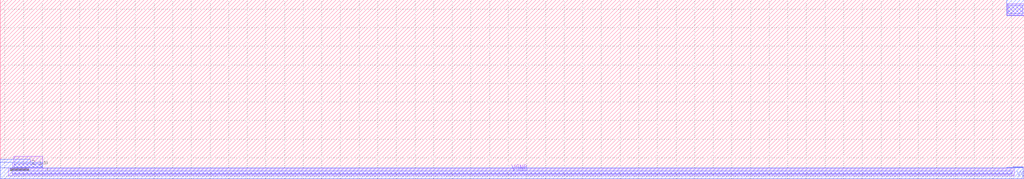
<source format=lef>
VERSION 5.7 ;
  NOWIREEXTENSIONATPIN ON ;
  DIVIDERCHAR "/" ;
  BUSBITCHARS "[]" ;
MACRO sky130_hilas_Tgate4Double01
  CLASS BLOCK ;
  FOREIGN sky130_hilas_Tgate4Double01 ;
  ORIGIN 0.360 1.410 ;
  SIZE 7.080 BY 6.050 ;
  PIN VGND
    USE GROUND ;
    PORT
      LAYER nwell ;
        RECT -0.240 -1.410 3.230 4.640 ;
      LAYER li1 ;
        RECT 0.070 4.130 0.240 4.410 ;
        RECT 0.070 4.090 0.280 4.130 ;
        RECT 0.070 4.070 0.300 4.090 ;
        RECT 0.070 4.050 0.330 4.070 ;
        RECT 0.070 4.000 0.410 4.050 ;
        RECT 0.070 3.940 0.560 4.000 ;
        RECT 0.070 3.910 0.580 3.940 ;
        RECT 0.110 3.880 0.580 3.910 ;
        RECT 0.240 3.830 0.580 3.880 ;
        RECT 0.360 3.820 0.580 3.830 ;
        RECT 0.370 3.790 0.580 3.820 ;
        RECT 0.390 3.710 0.580 3.790 ;
        RECT 0.390 3.540 0.910 3.710 ;
        RECT 0.390 3.510 0.580 3.540 ;
        RECT 0.390 2.710 0.580 2.740 ;
        RECT 0.390 2.540 0.910 2.710 ;
        RECT 0.390 2.460 0.580 2.540 ;
        RECT 0.370 2.430 0.580 2.460 ;
        RECT 0.360 2.420 0.580 2.430 ;
        RECT 0.240 2.370 0.580 2.420 ;
        RECT 0.110 2.340 0.580 2.370 ;
        RECT 0.070 2.310 0.580 2.340 ;
        RECT 0.070 2.250 0.560 2.310 ;
        RECT 0.070 2.200 0.410 2.250 ;
        RECT 0.070 2.180 0.330 2.200 ;
        RECT 0.070 2.160 0.300 2.180 ;
        RECT 0.070 2.120 0.280 2.160 ;
        RECT 0.070 1.840 0.240 2.120 ;
        RECT 0.070 1.110 0.240 1.390 ;
        RECT 0.070 1.070 0.280 1.110 ;
        RECT 0.070 1.050 0.300 1.070 ;
        RECT 0.070 1.030 0.330 1.050 ;
        RECT 0.070 0.980 0.410 1.030 ;
        RECT 0.070 0.920 0.560 0.980 ;
        RECT 0.070 0.890 0.580 0.920 ;
        RECT 0.110 0.860 0.580 0.890 ;
        RECT 0.240 0.810 0.580 0.860 ;
        RECT 0.360 0.800 0.580 0.810 ;
        RECT 0.370 0.770 0.580 0.800 ;
        RECT 0.390 0.690 0.580 0.770 ;
        RECT 0.390 0.520 0.910 0.690 ;
        RECT 0.390 0.490 0.580 0.520 ;
        RECT 0.390 -0.310 0.580 -0.280 ;
        RECT 0.390 -0.480 0.910 -0.310 ;
        RECT 0.390 -0.560 0.580 -0.480 ;
        RECT 0.370 -0.590 0.580 -0.560 ;
        RECT 0.360 -0.600 0.580 -0.590 ;
        RECT 0.240 -0.650 0.580 -0.600 ;
        RECT 0.110 -0.680 0.580 -0.650 ;
        RECT 0.070 -0.710 0.580 -0.680 ;
        RECT 0.070 -0.770 0.560 -0.710 ;
        RECT 0.070 -0.820 0.410 -0.770 ;
        RECT 0.070 -0.840 0.330 -0.820 ;
        RECT 0.070 -0.860 0.300 -0.840 ;
        RECT 0.070 -0.900 0.280 -0.860 ;
        RECT 0.070 -1.180 0.240 -0.900 ;
      LAYER mcon ;
        RECT 0.400 3.540 0.570 3.710 ;
        RECT 0.400 2.540 0.570 2.710 ;
        RECT 0.400 0.520 0.570 0.690 ;
        RECT 0.400 -0.480 0.570 -0.310 ;
      LAYER met1 ;
        RECT 0.380 3.770 0.580 4.640 ;
        RECT 0.370 3.480 0.600 3.770 ;
        RECT 0.380 2.770 0.580 3.480 ;
        RECT 0.370 2.480 0.600 2.770 ;
        RECT 0.380 0.750 0.580 2.480 ;
        RECT 0.370 0.460 0.600 0.750 ;
        RECT 0.380 -0.250 0.580 0.460 ;
        RECT 0.370 -0.540 0.600 -0.250 ;
        RECT 0.380 -1.410 0.580 -0.540 ;
    END
    PORT
      LAYER li1 ;
        RECT 6.470 3.740 6.640 4.420 ;
        RECT 6.210 3.700 6.640 3.740 ;
        RECT 5.860 3.540 6.640 3.700 ;
        RECT 5.860 3.530 6.400 3.540 ;
        RECT 6.210 3.510 6.400 3.530 ;
        RECT 6.210 2.720 6.400 2.740 ;
        RECT 5.860 2.710 6.400 2.720 ;
        RECT 5.860 2.550 6.640 2.710 ;
        RECT 6.210 2.510 6.640 2.550 ;
        RECT 6.470 1.830 6.640 2.510 ;
        RECT 6.470 0.720 6.640 1.400 ;
        RECT 6.210 0.680 6.640 0.720 ;
        RECT 5.860 0.520 6.640 0.680 ;
        RECT 5.860 0.510 6.400 0.520 ;
        RECT 6.210 0.490 6.400 0.510 ;
        RECT 6.210 -0.300 6.400 -0.280 ;
        RECT 5.860 -0.310 6.400 -0.300 ;
        RECT 5.860 -0.470 6.640 -0.310 ;
        RECT 6.210 -0.510 6.640 -0.470 ;
        RECT 6.470 -1.190 6.640 -0.510 ;
      LAYER mcon ;
        RECT 6.220 3.540 6.390 3.710 ;
        RECT 6.220 2.540 6.390 2.710 ;
        RECT 6.220 0.520 6.390 0.690 ;
        RECT 6.220 -0.480 6.390 -0.310 ;
      LAYER met1 ;
        RECT 6.210 3.770 6.400 4.640 ;
        RECT 6.190 3.480 6.420 3.770 ;
        RECT 6.210 2.770 6.400 3.480 ;
        RECT 6.190 2.480 6.420 2.770 ;
        RECT 6.210 0.750 6.400 2.480 ;
        RECT 6.190 0.460 6.420 0.750 ;
        RECT 6.210 -0.250 6.400 0.460 ;
        RECT 6.190 -0.540 6.420 -0.250 ;
        RECT 6.210 -1.410 6.400 -0.540 ;
    END
  END VGND
  PIN INPUT1_1
    ANTENNADIFFAREA 0.179800 ;
    PORT
      LAYER li1 ;
        RECT 2.100 4.480 2.420 4.510 ;
        RECT 2.100 4.290 2.430 4.480 ;
        RECT 5.180 4.470 5.500 4.500 ;
        RECT 2.100 4.250 2.420 4.290 ;
        RECT 5.180 4.280 5.510 4.470 ;
        RECT 2.130 4.080 2.300 4.250 ;
        RECT 5.180 4.240 5.500 4.280 ;
        RECT 5.240 4.080 5.410 4.240 ;
      LAYER mcon ;
        RECT 2.160 4.300 2.330 4.470 ;
        RECT 5.240 4.290 5.410 4.460 ;
      LAYER met1 ;
        RECT 2.090 4.220 2.410 4.540 ;
        RECT 5.170 4.210 5.490 4.530 ;
      LAYER via ;
        RECT 2.120 4.250 2.380 4.510 ;
        RECT 5.200 4.240 5.460 4.500 ;
      LAYER met2 ;
        RECT 2.090 4.530 2.400 4.540 ;
        RECT -0.360 4.330 5.480 4.530 ;
        RECT 2.090 4.210 2.400 4.330 ;
        RECT 5.170 4.200 5.480 4.330 ;
    END
  END INPUT1_1
  PIN SELECT1
    ANTENNAGATEAREA 0.496000 ;
    PORT
      LAYER li1 ;
        RECT -0.100 3.660 0.070 3.680 ;
        RECT -0.120 3.230 0.090 3.660 ;
      LAYER mcon ;
        RECT -0.100 3.510 0.070 3.680 ;
      LAYER met1 ;
        RECT -0.130 3.550 0.100 3.740 ;
        RECT -0.130 3.450 0.220 3.550 ;
        RECT -0.120 3.230 0.220 3.450 ;
      LAYER via ;
        RECT -0.040 3.260 0.220 3.520 ;
      LAYER met2 ;
        RECT -0.360 3.350 0.250 3.550 ;
        RECT -0.070 3.260 0.250 3.350 ;
    END
  END SELECT1
  PIN SELECT2
    ANTENNAGATEAREA 0.496000 ;
    PORT
      LAYER li1 ;
        RECT -0.120 2.590 0.090 3.020 ;
        RECT -0.100 2.570 0.070 2.590 ;
      LAYER met1 ;
        RECT -0.120 2.800 0.220 3.020 ;
        RECT -0.130 2.700 0.220 2.800 ;
        RECT -0.130 2.510 0.100 2.700 ;
      LAYER via ;
        RECT -0.040 2.730 0.220 2.990 ;
      LAYER met2 ;
        RECT -0.070 2.900 0.250 2.990 ;
        RECT -0.360 2.700 0.250 2.900 ;
    END
  END SELECT2
  PIN INPUT2_2
    ANTENNADIFFAREA 0.192200 ;
    PORT
      LAYER li1 ;
        RECT 0.750 2.330 1.070 2.370 ;
        RECT 3.670 2.330 3.990 2.370 ;
        RECT 0.750 2.140 1.080 2.330 ;
        RECT 3.670 2.140 4.000 2.330 ;
        RECT 0.750 2.110 1.070 2.140 ;
        RECT 3.670 2.110 3.990 2.140 ;
        RECT 0.750 2.080 0.930 2.110 ;
        RECT 0.580 1.910 0.930 2.080 ;
        RECT 3.780 1.830 3.950 2.110 ;
      LAYER mcon ;
        RECT 0.810 2.150 0.980 2.320 ;
        RECT 3.730 2.150 3.900 2.320 ;
      LAYER met1 ;
        RECT 0.740 2.080 1.060 2.400 ;
        RECT 3.660 2.080 3.980 2.400 ;
      LAYER via ;
        RECT 0.770 2.110 1.030 2.370 ;
        RECT 3.690 2.110 3.950 2.370 ;
      LAYER met2 ;
        RECT 0.740 2.400 1.050 2.410 ;
        RECT 3.660 2.400 3.970 2.410 ;
        RECT -0.360 2.200 4.010 2.400 ;
        RECT 0.740 2.080 1.050 2.200 ;
        RECT 3.660 2.080 3.970 2.200 ;
    END
  END INPUT2_2
  PIN INPUT1_2
    ANTENNADIFFAREA 0.179800 ;
    PORT
      LAYER li1 ;
        RECT 2.130 2.000 2.300 2.170 ;
        RECT 5.240 2.010 5.410 2.170 ;
        RECT 2.100 1.960 2.420 2.000 ;
        RECT 5.180 1.970 5.500 2.010 ;
        RECT 2.100 1.770 2.430 1.960 ;
        RECT 5.180 1.780 5.510 1.970 ;
        RECT 2.100 1.740 2.420 1.770 ;
        RECT 5.180 1.750 5.500 1.780 ;
      LAYER mcon ;
        RECT 2.160 1.780 2.330 1.950 ;
        RECT 5.240 1.790 5.410 1.960 ;
      LAYER met1 ;
        RECT 2.090 1.710 2.410 2.030 ;
        RECT 5.170 1.720 5.490 2.040 ;
      LAYER via ;
        RECT 2.120 1.740 2.380 2.000 ;
        RECT 5.200 1.750 5.460 2.010 ;
      LAYER met2 ;
        RECT 2.090 1.920 2.400 2.040 ;
        RECT 5.170 1.920 5.480 2.050 ;
        RECT -0.360 1.720 5.480 1.920 ;
        RECT 2.090 1.710 2.400 1.720 ;
    END
  END INPUT1_2
  PIN SELECT3
    ANTENNAGATEAREA 0.496000 ;
    PORT
      LAYER li1 ;
        RECT -0.100 0.640 0.070 0.660 ;
        RECT -0.120 0.210 0.090 0.640 ;
      LAYER mcon ;
        RECT -0.100 0.490 0.070 0.660 ;
      LAYER met1 ;
        RECT -0.130 0.530 0.100 0.720 ;
        RECT -0.130 0.430 0.220 0.530 ;
        RECT -0.120 0.210 0.220 0.430 ;
      LAYER via ;
        RECT -0.040 0.240 0.220 0.500 ;
      LAYER met2 ;
        RECT -0.360 0.330 0.250 0.530 ;
        RECT -0.070 0.240 0.250 0.330 ;
    END
  END SELECT3
  PIN INPUT2_3
    ANTENNADIFFAREA 0.192200 ;
    PORT
      LAYER li1 ;
        RECT 0.580 1.150 0.930 1.320 ;
        RECT 0.750 1.120 0.930 1.150 ;
        RECT 3.780 1.120 3.950 1.400 ;
        RECT 0.750 1.090 1.070 1.120 ;
        RECT 3.670 1.090 3.990 1.120 ;
        RECT 0.750 0.900 1.080 1.090 ;
        RECT 3.670 0.900 4.000 1.090 ;
        RECT 0.750 0.860 1.070 0.900 ;
        RECT 3.670 0.860 3.990 0.900 ;
      LAYER mcon ;
        RECT 0.810 0.910 0.980 1.080 ;
        RECT 3.730 0.910 3.900 1.080 ;
      LAYER met1 ;
        RECT 0.740 0.830 1.060 1.150 ;
        RECT 3.660 0.830 3.980 1.150 ;
      LAYER via ;
        RECT 0.770 0.860 1.030 1.120 ;
        RECT 3.690 0.860 3.950 1.120 ;
      LAYER met2 ;
        RECT 0.740 1.030 1.050 1.150 ;
        RECT 3.660 1.030 3.970 1.150 ;
        RECT -0.360 0.830 4.010 1.030 ;
        RECT 0.740 0.820 1.050 0.830 ;
        RECT 3.660 0.820 3.970 0.830 ;
    END
  END INPUT2_3
  PIN SELECT4
    ANTENNAGATEAREA 0.496000 ;
    PORT
      LAYER li1 ;
        RECT -0.120 -0.430 0.090 0.000 ;
        RECT -0.100 -0.450 0.070 -0.430 ;
      LAYER met1 ;
        RECT -0.120 -0.220 0.220 0.000 ;
        RECT -0.130 -0.320 0.220 -0.220 ;
        RECT -0.130 -0.510 0.100 -0.320 ;
      LAYER via ;
        RECT -0.040 -0.290 0.220 -0.030 ;
      LAYER met2 ;
        RECT -0.070 -0.120 0.250 -0.030 ;
        RECT -0.360 -0.320 0.250 -0.120 ;
    END
  END SELECT4
  PIN INPUT2_4
    ANTENNADIFFAREA 0.192200 ;
    PORT
      LAYER li1 ;
        RECT 0.750 -0.690 1.070 -0.650 ;
        RECT 3.670 -0.690 3.990 -0.650 ;
        RECT 0.750 -0.880 1.080 -0.690 ;
        RECT 3.670 -0.880 4.000 -0.690 ;
        RECT 0.750 -0.910 1.070 -0.880 ;
        RECT 3.670 -0.910 3.990 -0.880 ;
        RECT 0.750 -0.940 0.930 -0.910 ;
        RECT 0.580 -1.110 0.930 -0.940 ;
        RECT 3.780 -1.190 3.950 -0.910 ;
      LAYER mcon ;
        RECT 0.810 -0.870 0.980 -0.700 ;
        RECT 3.730 -0.870 3.900 -0.700 ;
      LAYER met1 ;
        RECT 0.740 -0.940 1.060 -0.620 ;
        RECT 3.660 -0.940 3.980 -0.620 ;
      LAYER via ;
        RECT 0.770 -0.910 1.030 -0.650 ;
        RECT 3.690 -0.910 3.950 -0.650 ;
      LAYER met2 ;
        RECT 0.740 -0.620 1.050 -0.610 ;
        RECT 3.660 -0.620 3.970 -0.610 ;
        RECT -0.360 -0.820 4.010 -0.620 ;
        RECT 0.740 -0.940 1.050 -0.820 ;
        RECT 3.660 -0.940 3.970 -0.820 ;
    END
  END INPUT2_4
  PIN INPUT1_4
    ANTENNADIFFAREA 0.179800 ;
    PORT
      LAYER li1 ;
        RECT 2.130 -1.020 2.300 -0.850 ;
        RECT 5.240 -1.010 5.410 -0.850 ;
        RECT 2.100 -1.060 2.420 -1.020 ;
        RECT 5.180 -1.050 5.500 -1.010 ;
        RECT 2.100 -1.250 2.430 -1.060 ;
        RECT 5.180 -1.240 5.510 -1.050 ;
        RECT 2.100 -1.280 2.420 -1.250 ;
        RECT 5.180 -1.270 5.500 -1.240 ;
      LAYER mcon ;
        RECT 2.160 -1.240 2.330 -1.070 ;
        RECT 5.240 -1.230 5.410 -1.060 ;
      LAYER met1 ;
        RECT 2.090 -1.310 2.410 -0.990 ;
        RECT 5.170 -1.300 5.490 -0.980 ;
      LAYER via ;
        RECT 2.120 -1.280 2.380 -1.020 ;
        RECT 5.200 -1.270 5.460 -1.010 ;
      LAYER met2 ;
        RECT 2.090 -1.100 2.400 -0.980 ;
        RECT 5.170 -1.100 5.480 -0.970 ;
        RECT -0.360 -1.300 5.480 -1.100 ;
        RECT 2.090 -1.310 2.400 -1.300 ;
    END
  END INPUT1_4
  PIN OUTPUT4
    ANTENNADIFFAREA 0.365800 ;
    PORT
      LAYER li1 ;
        RECT 1.360 -0.700 1.550 -0.690 ;
        RECT 1.350 -0.920 1.550 -0.700 ;
        RECT 2.810 -0.900 3.000 -0.670 ;
        RECT 1.350 -1.190 1.520 -0.920 ;
        RECT 2.820 -1.190 2.990 -0.900 ;
        RECT 4.520 -0.910 4.710 -0.680 ;
        RECT 4.520 -1.200 4.690 -0.910 ;
        RECT 5.750 -0.930 5.940 -0.900 ;
        RECT 5.750 -1.100 6.190 -0.930 ;
        RECT 5.750 -1.130 5.940 -1.100 ;
      LAYER mcon ;
        RECT 1.370 -0.890 1.540 -0.720 ;
        RECT 2.820 -0.870 2.990 -0.700 ;
        RECT 4.530 -0.880 4.700 -0.710 ;
        RECT 5.760 -1.100 5.930 -0.930 ;
      LAYER met1 ;
        RECT 1.350 -0.400 1.610 -0.080 ;
        RECT 2.770 -0.390 3.030 -0.070 ;
        RECT 4.520 -0.370 4.780 -0.050 ;
        RECT 5.560 -0.130 5.820 -0.060 ;
        RECT 1.360 -0.660 1.530 -0.400 ;
        RECT 2.810 -0.640 2.980 -0.390 ;
        RECT 1.340 -0.950 1.570 -0.660 ;
        RECT 2.790 -0.930 3.020 -0.640 ;
        RECT 4.530 -0.650 4.700 -0.370 ;
        RECT 5.560 -0.380 5.920 -0.130 ;
        RECT 4.500 -0.940 4.730 -0.650 ;
        RECT 5.730 -0.870 5.920 -0.380 ;
        RECT 5.730 -1.160 5.960 -0.870 ;
      LAYER via ;
        RECT 1.350 -0.370 1.610 -0.110 ;
        RECT 2.770 -0.360 3.030 -0.100 ;
        RECT 4.520 -0.340 4.780 -0.080 ;
        RECT 5.560 -0.350 5.820 -0.090 ;
      LAYER met2 ;
        RECT 1.320 -0.120 1.640 -0.110 ;
        RECT 2.740 -0.120 3.060 -0.100 ;
        RECT 4.490 -0.120 4.810 -0.080 ;
        RECT 5.530 -0.120 5.850 -0.090 ;
        RECT 1.320 -0.320 6.720 -0.120 ;
        RECT 1.320 -0.370 1.640 -0.320 ;
        RECT 2.740 -0.360 3.060 -0.320 ;
        RECT 4.490 -0.340 4.810 -0.320 ;
        RECT 5.530 -0.350 5.850 -0.320 ;
    END
  END OUTPUT4
  PIN OUTPUT3
    ANTENNADIFFAREA 0.365800 ;
    PORT
      LAYER li1 ;
        RECT 1.350 1.130 1.520 1.400 ;
        RECT 1.350 0.910 1.550 1.130 ;
        RECT 2.820 1.110 2.990 1.400 ;
        RECT 4.520 1.120 4.690 1.410 ;
        RECT 5.750 1.310 5.940 1.340 ;
        RECT 5.750 1.140 6.190 1.310 ;
        RECT 1.360 0.900 1.550 0.910 ;
        RECT 2.810 0.880 3.000 1.110 ;
        RECT 4.520 0.890 4.710 1.120 ;
        RECT 5.750 1.110 5.940 1.140 ;
      LAYER mcon ;
        RECT 5.760 1.140 5.930 1.310 ;
        RECT 1.370 0.930 1.540 1.100 ;
        RECT 2.820 0.910 2.990 1.080 ;
        RECT 4.530 0.920 4.700 1.090 ;
      LAYER met1 ;
        RECT 1.340 0.870 1.570 1.160 ;
        RECT 1.360 0.610 1.530 0.870 ;
        RECT 2.790 0.850 3.020 1.140 ;
        RECT 4.500 0.860 4.730 1.150 ;
        RECT 5.730 1.080 5.960 1.370 ;
        RECT 1.350 0.290 1.610 0.610 ;
        RECT 2.810 0.600 2.980 0.850 ;
        RECT 2.770 0.280 3.030 0.600 ;
        RECT 4.530 0.580 4.700 0.860 ;
        RECT 5.730 0.590 5.920 1.080 ;
        RECT 4.520 0.260 4.780 0.580 ;
        RECT 5.560 0.340 5.920 0.590 ;
        RECT 5.560 0.270 5.820 0.340 ;
      LAYER via ;
        RECT 1.350 0.320 1.610 0.580 ;
        RECT 2.770 0.310 3.030 0.570 ;
        RECT 4.520 0.290 4.780 0.550 ;
        RECT 5.560 0.300 5.820 0.560 ;
      LAYER met2 ;
        RECT 1.320 0.530 1.640 0.580 ;
        RECT 2.740 0.530 3.060 0.570 ;
        RECT 4.490 0.530 4.810 0.550 ;
        RECT 5.530 0.530 5.850 0.560 ;
        RECT 1.320 0.330 6.720 0.530 ;
        RECT 1.320 0.320 1.640 0.330 ;
        RECT 2.740 0.310 3.060 0.330 ;
        RECT 4.490 0.290 4.810 0.330 ;
        RECT 5.530 0.300 5.850 0.330 ;
    END
  END OUTPUT3
  PIN OUTPUT2
    ANTENNADIFFAREA 0.365800 ;
    PORT
      LAYER li1 ;
        RECT 1.360 2.320 1.550 2.330 ;
        RECT 1.350 2.100 1.550 2.320 ;
        RECT 2.810 2.120 3.000 2.350 ;
        RECT 1.350 1.830 1.520 2.100 ;
        RECT 2.820 1.830 2.990 2.120 ;
        RECT 4.520 2.110 4.710 2.340 ;
        RECT 4.520 1.820 4.690 2.110 ;
        RECT 5.750 2.090 5.940 2.120 ;
        RECT 5.750 1.920 6.190 2.090 ;
        RECT 5.750 1.890 5.940 1.920 ;
      LAYER mcon ;
        RECT 1.370 2.130 1.540 2.300 ;
        RECT 2.820 2.150 2.990 2.320 ;
        RECT 4.530 2.140 4.700 2.310 ;
        RECT 5.760 1.920 5.930 2.090 ;
      LAYER met1 ;
        RECT 1.350 2.620 1.610 2.940 ;
        RECT 2.770 2.630 3.030 2.950 ;
        RECT 4.520 2.650 4.780 2.970 ;
        RECT 5.560 2.890 5.820 2.960 ;
        RECT 1.360 2.360 1.530 2.620 ;
        RECT 2.810 2.380 2.980 2.630 ;
        RECT 1.340 2.070 1.570 2.360 ;
        RECT 2.790 2.090 3.020 2.380 ;
        RECT 4.530 2.370 4.700 2.650 ;
        RECT 5.560 2.640 5.920 2.890 ;
        RECT 4.500 2.080 4.730 2.370 ;
        RECT 5.730 2.150 5.920 2.640 ;
        RECT 5.730 1.860 5.960 2.150 ;
      LAYER via ;
        RECT 1.350 2.650 1.610 2.910 ;
        RECT 2.770 2.660 3.030 2.920 ;
        RECT 4.520 2.680 4.780 2.940 ;
        RECT 5.560 2.670 5.820 2.930 ;
      LAYER met2 ;
        RECT 1.320 2.900 1.640 2.910 ;
        RECT 2.740 2.900 3.060 2.920 ;
        RECT 4.490 2.900 4.810 2.940 ;
        RECT 5.530 2.900 5.850 2.930 ;
        RECT 1.320 2.700 6.720 2.900 ;
        RECT 1.320 2.650 1.640 2.700 ;
        RECT 2.740 2.660 3.060 2.700 ;
        RECT 4.490 2.680 4.810 2.700 ;
        RECT 5.530 2.670 5.850 2.700 ;
    END
  END OUTPUT2
  PIN OUTPUT1
    ANTENNADIFFAREA 0.365800 ;
    PORT
      LAYER li1 ;
        RECT 1.350 4.150 1.520 4.420 ;
        RECT 1.350 3.930 1.550 4.150 ;
        RECT 2.820 4.130 2.990 4.420 ;
        RECT 4.520 4.140 4.690 4.430 ;
        RECT 5.750 4.330 5.940 4.360 ;
        RECT 5.750 4.160 6.190 4.330 ;
        RECT 1.360 3.920 1.550 3.930 ;
        RECT 2.810 3.900 3.000 4.130 ;
        RECT 4.520 3.910 4.710 4.140 ;
        RECT 5.750 4.130 5.940 4.160 ;
      LAYER mcon ;
        RECT 5.760 4.160 5.930 4.330 ;
        RECT 1.370 3.950 1.540 4.120 ;
        RECT 2.820 3.930 2.990 4.100 ;
        RECT 4.530 3.940 4.700 4.110 ;
      LAYER met1 ;
        RECT 1.340 3.890 1.570 4.180 ;
        RECT 1.360 3.630 1.530 3.890 ;
        RECT 2.790 3.870 3.020 4.160 ;
        RECT 4.500 3.880 4.730 4.170 ;
        RECT 5.730 4.100 5.960 4.390 ;
        RECT 1.350 3.310 1.610 3.630 ;
        RECT 2.810 3.620 2.980 3.870 ;
        RECT 2.770 3.300 3.030 3.620 ;
        RECT 4.530 3.600 4.700 3.880 ;
        RECT 5.730 3.610 5.920 4.100 ;
        RECT 4.520 3.280 4.780 3.600 ;
        RECT 5.560 3.360 5.920 3.610 ;
        RECT 5.560 3.290 5.820 3.360 ;
      LAYER via ;
        RECT 1.350 3.340 1.610 3.600 ;
        RECT 2.770 3.330 3.030 3.590 ;
        RECT 4.520 3.310 4.780 3.570 ;
        RECT 5.560 3.320 5.820 3.580 ;
      LAYER met2 ;
        RECT 1.320 3.550 1.640 3.600 ;
        RECT 2.740 3.550 3.060 3.590 ;
        RECT 4.490 3.550 4.810 3.570 ;
        RECT 5.530 3.550 5.850 3.580 ;
        RECT 1.320 3.350 6.720 3.550 ;
        RECT 1.320 3.340 1.640 3.350 ;
        RECT 2.740 3.330 3.060 3.350 ;
        RECT 4.490 3.310 4.810 3.350 ;
        RECT 5.530 3.320 5.850 3.350 ;
    END
  END OUTPUT1
  PIN INPUT2_1
    ANTENNADIFFAREA 0.192200 ;
    PORT
      LAYER li1 ;
        RECT 0.580 4.170 0.930 4.340 ;
        RECT 0.750 4.140 0.930 4.170 ;
        RECT 3.780 4.140 3.950 4.420 ;
        RECT 0.750 4.110 1.070 4.140 ;
        RECT 3.670 4.110 3.990 4.140 ;
        RECT 0.750 3.920 1.080 4.110 ;
        RECT 3.670 3.920 4.000 4.110 ;
        RECT 0.750 3.880 1.070 3.920 ;
        RECT 3.670 3.880 3.990 3.920 ;
      LAYER mcon ;
        RECT 0.810 3.930 0.980 4.100 ;
        RECT 3.730 3.930 3.900 4.100 ;
      LAYER met1 ;
        RECT 0.740 3.850 1.060 4.170 ;
        RECT 3.660 3.850 3.980 4.170 ;
      LAYER via ;
        RECT 0.770 3.880 1.030 4.140 ;
        RECT 3.690 3.880 3.950 4.140 ;
      LAYER met2 ;
        RECT 0.740 4.050 1.050 4.170 ;
        RECT 3.660 4.050 3.970 4.170 ;
        RECT -0.360 3.850 4.010 4.050 ;
        RECT 0.740 3.840 1.050 3.850 ;
        RECT 3.660 3.840 3.970 3.850 ;
    END
  END INPUT2_1
  PIN INPUT1_3
    ANTENNADIFFAREA 0.179800 ;
    PORT
      LAYER li1 ;
        RECT 2.100 1.460 2.420 1.490 ;
        RECT 2.100 1.270 2.430 1.460 ;
        RECT 5.180 1.450 5.500 1.480 ;
        RECT 2.100 1.230 2.420 1.270 ;
        RECT 5.180 1.260 5.510 1.450 ;
        RECT 2.130 1.060 2.300 1.230 ;
        RECT 5.180 1.220 5.500 1.260 ;
        RECT 5.240 1.060 5.410 1.220 ;
      LAYER mcon ;
        RECT 2.160 1.280 2.330 1.450 ;
        RECT 5.240 1.270 5.410 1.440 ;
      LAYER met1 ;
        RECT 2.090 1.200 2.410 1.520 ;
        RECT 5.170 1.190 5.490 1.510 ;
      LAYER via ;
        RECT 2.120 1.230 2.380 1.490 ;
        RECT 5.200 1.220 5.460 1.480 ;
      LAYER met2 ;
        RECT 2.090 1.510 2.400 1.520 ;
        RECT -0.360 1.310 5.480 1.510 ;
        RECT 2.090 1.190 2.400 1.310 ;
        RECT 5.170 1.180 5.480 1.310 ;
    END
  END INPUT1_3
  OBS
      LAYER li1 ;
        RECT 1.750 3.710 2.080 3.830 ;
        RECT 1.260 3.530 5.480 3.710 ;
        RECT 1.260 2.540 5.480 2.720 ;
        RECT 1.750 2.420 2.080 2.540 ;
        RECT 1.750 0.690 2.080 0.810 ;
        RECT 1.260 0.510 5.480 0.690 ;
        RECT 1.260 -0.480 5.480 -0.300 ;
        RECT 1.750 -0.600 2.080 -0.480 ;
  END
END sky130_hilas_Tgate4Double01

MACRO sky130_hilas_swc4x2cell
  CLASS BLOCK ;
  FOREIGN sky130_hilas_swc4x2cell ;
  ORIGIN 10.040 0.040 ;
  SIZE 20.130 BY 6.050 ;
  PIN GATE2
    USE ANALOG ;
    ANTENNADIFFAREA 2.743300 ;
    PORT
      LAYER nwell ;
        RECT 3.760 -0.030 5.990 6.010 ;
      LAYER li1 ;
        RECT 4.460 2.690 5.010 3.120 ;
      LAYER mcon ;
        RECT 4.460 2.770 4.730 3.040 ;
      LAYER met1 ;
        RECT 4.410 4.090 4.790 6.010 ;
        RECT 4.400 2.230 4.790 4.090 ;
        RECT 4.410 -0.040 4.790 2.230 ;
    END
  END GATE2
  PIN VTUN
    USE POWER ;
    PORT
      LAYER nwell ;
        RECT -1.700 -0.040 1.740 6.010 ;
      LAYER li1 ;
        RECT -0.940 2.760 -0.390 3.190 ;
        RECT 0.430 2.760 0.980 3.190 ;
      LAYER mcon ;
        RECT -0.660 2.840 -0.390 3.110 ;
        RECT 0.430 2.840 0.700 3.110 ;
      LAYER met1 ;
        RECT -0.720 -0.040 -0.320 6.010 ;
        RECT 0.360 -0.040 0.760 6.010 ;
    END
  END VTUN
  PIN GATE1
    USE ANALOG ;
    ANTENNADIFFAREA 2.743300 ;
    PORT
      LAYER nwell ;
        RECT -5.950 -0.030 -3.720 6.010 ;
      LAYER li1 ;
        RECT -4.970 2.690 -4.420 3.120 ;
      LAYER mcon ;
        RECT -4.690 2.770 -4.420 3.040 ;
      LAYER met1 ;
        RECT -4.750 4.090 -4.370 6.010 ;
        RECT -4.750 2.230 -4.360 4.090 ;
        RECT -4.750 -0.040 -4.370 2.230 ;
    END
  END GATE1
  PIN VINJ
    USE POWER ;
    PORT
      LAYER nwell ;
        RECT 7.520 6.000 10.070 6.010 ;
        RECT 7.520 -0.020 10.080 6.000 ;
        RECT 7.520 -0.030 10.070 -0.020 ;
      LAYER li1 ;
        RECT 9.480 5.330 9.680 5.680 ;
        RECT 9.480 5.300 9.690 5.330 ;
        RECT 9.470 4.710 9.690 5.300 ;
        RECT 9.470 3.680 9.690 4.270 ;
        RECT 9.480 3.650 9.690 3.680 ;
        RECT 9.480 3.300 9.680 3.650 ;
        RECT 9.480 2.320 9.680 2.670 ;
        RECT 9.480 2.290 9.690 2.320 ;
        RECT 9.470 1.700 9.690 2.290 ;
        RECT 9.470 0.680 9.690 1.270 ;
        RECT 9.480 0.650 9.690 0.680 ;
        RECT 9.480 0.300 9.680 0.650 ;
      LAYER mcon ;
        RECT 9.490 5.130 9.660 5.300 ;
        RECT 9.490 3.680 9.660 3.850 ;
        RECT 9.490 2.120 9.660 2.290 ;
        RECT 9.490 0.680 9.660 0.850 ;
      LAYER met1 ;
        RECT 9.560 5.360 9.720 6.010 ;
        RECT 9.450 4.810 9.720 5.360 ;
        RECT 9.450 4.760 9.730 4.810 ;
        RECT 9.560 4.670 9.730 4.760 ;
        RECT 9.560 4.310 9.720 4.670 ;
        RECT 9.560 4.220 9.730 4.310 ;
        RECT 9.450 4.170 9.730 4.220 ;
        RECT 9.450 3.620 9.720 4.170 ;
        RECT 9.560 2.350 9.720 3.620 ;
        RECT 9.450 1.800 9.720 2.350 ;
        RECT 9.450 1.750 9.730 1.800 ;
        RECT 9.560 1.660 9.730 1.750 ;
        RECT 9.560 1.310 9.720 1.660 ;
        RECT 9.560 1.220 9.730 1.310 ;
        RECT 9.450 1.170 9.730 1.220 ;
        RECT 9.450 0.620 9.720 1.170 ;
        RECT 9.560 -0.030 9.720 0.620 ;
    END
  END VINJ
  PIN VINJ
    USE POWER ;
    PORT
      LAYER nwell ;
        RECT -10.030 6.000 -7.480 6.010 ;
        RECT -10.040 -0.020 -7.480 6.000 ;
        RECT -10.030 -0.030 -7.480 -0.020 ;
      LAYER li1 ;
        RECT -9.640 5.330 -9.440 5.680 ;
        RECT -9.650 5.300 -9.440 5.330 ;
        RECT -9.650 4.710 -9.430 5.300 ;
        RECT -9.650 3.680 -9.430 4.270 ;
        RECT -9.650 3.650 -9.440 3.680 ;
        RECT -9.640 3.300 -9.440 3.650 ;
        RECT -9.640 2.320 -9.440 2.670 ;
        RECT -9.650 2.290 -9.440 2.320 ;
        RECT -9.650 1.700 -9.430 2.290 ;
        RECT -9.650 0.680 -9.430 1.270 ;
        RECT -9.650 0.650 -9.440 0.680 ;
        RECT -9.640 0.300 -9.440 0.650 ;
      LAYER mcon ;
        RECT -9.620 5.130 -9.450 5.300 ;
        RECT -9.620 3.680 -9.450 3.850 ;
        RECT -9.620 2.120 -9.450 2.290 ;
        RECT -9.620 0.680 -9.450 0.850 ;
      LAYER met1 ;
        RECT -9.680 5.360 -9.520 6.010 ;
        RECT -9.680 4.810 -9.410 5.360 ;
        RECT -9.690 4.760 -9.410 4.810 ;
        RECT -9.690 4.670 -9.520 4.760 ;
        RECT -9.680 4.310 -9.520 4.670 ;
        RECT -9.690 4.220 -9.520 4.310 ;
        RECT -9.690 4.170 -9.410 4.220 ;
        RECT -9.680 3.620 -9.410 4.170 ;
        RECT -9.680 2.350 -9.520 3.620 ;
        RECT -9.680 1.800 -9.410 2.350 ;
        RECT -9.690 1.750 -9.410 1.800 ;
        RECT -9.690 1.660 -9.520 1.750 ;
        RECT -9.680 1.310 -9.520 1.660 ;
        RECT -9.690 1.220 -9.520 1.310 ;
        RECT -9.690 1.170 -9.410 1.220 ;
        RECT -9.680 0.620 -9.410 1.170 ;
        RECT -9.680 -0.040 -9.520 0.620 ;
    END
  END VINJ
  PIN GATESELECT1
    USE ANALOG ;
    ANTENNAGATEAREA 0.620000 ;
    PORT
      LAYER li1 ;
        RECT -9.270 2.900 -8.830 3.070 ;
      LAYER met1 ;
        RECT -9.270 5.020 -9.080 6.010 ;
        RECT -9.270 4.900 -9.100 5.020 ;
        RECT -9.270 4.080 -9.110 4.900 ;
        RECT -9.270 3.960 -9.100 4.080 ;
        RECT -9.270 3.100 -9.080 3.960 ;
        RECT -9.300 2.870 -9.060 3.100 ;
        RECT -9.270 2.010 -9.080 2.870 ;
        RECT -9.270 1.890 -9.100 2.010 ;
        RECT -9.270 1.080 -9.110 1.890 ;
        RECT -9.270 0.960 -9.100 1.080 ;
        RECT -9.270 -0.030 -9.080 0.960 ;
    END
  END GATESELECT1
  PIN GATESELECT2
    USE ANALOG ;
    ANTENNAGATEAREA 0.620000 ;
    PORT
      LAYER li1 ;
        RECT 8.870 2.900 9.310 3.070 ;
      LAYER mcon ;
        RECT 9.130 2.900 9.310 3.070 ;
      LAYER met1 ;
        RECT 9.120 5.020 9.310 6.010 ;
        RECT 9.140 4.900 9.310 5.020 ;
        RECT 9.150 4.080 9.310 4.900 ;
        RECT 9.140 3.960 9.310 4.080 ;
        RECT 9.120 3.100 9.310 3.960 ;
        RECT 9.100 2.870 9.340 3.100 ;
        RECT 9.120 2.010 9.310 2.870 ;
        RECT 9.140 1.890 9.310 2.010 ;
        RECT 9.150 1.080 9.310 1.890 ;
        RECT 9.140 0.960 9.310 1.080 ;
        RECT 9.120 -0.030 9.310 0.960 ;
    END
  END GATESELECT2
  PIN COL1
    USE ANALOG ;
    ANTENNADIFFAREA 0.372000 ;
    PORT
      LAYER li1 ;
        RECT -8.910 4.740 -8.710 5.310 ;
        RECT -8.910 3.670 -8.710 4.240 ;
        RECT -8.910 1.730 -8.710 2.300 ;
        RECT -8.910 0.670 -8.710 1.240 ;
      LAYER mcon ;
        RECT -8.890 5.100 -8.720 5.270 ;
        RECT -8.890 3.710 -8.720 3.880 ;
        RECT -8.890 2.090 -8.720 2.260 ;
        RECT -8.890 0.710 -8.720 0.880 ;
      LAYER met1 ;
        RECT -8.870 5.330 -8.710 6.010 ;
        RECT -8.910 5.310 -8.710 5.330 ;
        RECT -8.920 5.070 -8.690 5.310 ;
        RECT -8.910 4.850 -8.710 5.070 ;
        RECT -8.870 4.130 -8.710 4.850 ;
        RECT -8.910 3.910 -8.710 4.130 ;
        RECT -8.920 3.670 -8.690 3.910 ;
        RECT -8.910 3.650 -8.710 3.670 ;
        RECT -8.870 2.320 -8.710 3.650 ;
        RECT -8.910 2.300 -8.710 2.320 ;
        RECT -8.920 2.060 -8.690 2.300 ;
        RECT -8.910 1.840 -8.710 2.060 ;
        RECT -8.870 1.130 -8.710 1.840 ;
        RECT -8.910 0.910 -8.710 1.130 ;
        RECT -8.920 0.670 -8.690 0.910 ;
        RECT -8.910 0.650 -8.710 0.670 ;
        RECT -8.870 -0.030 -8.710 0.650 ;
    END
  END COL1
  PIN COL2
    USE ANALOG ;
    ANTENNADIFFAREA 0.372000 ;
    PORT
      LAYER li1 ;
        RECT 8.750 4.740 8.950 5.310 ;
        RECT 8.750 3.670 8.950 4.240 ;
        RECT 8.750 1.730 8.950 2.300 ;
        RECT 8.750 0.670 8.950 1.240 ;
      LAYER mcon ;
        RECT 8.760 5.100 8.930 5.270 ;
        RECT 8.760 3.710 8.930 3.880 ;
        RECT 8.760 2.090 8.930 2.260 ;
        RECT 8.760 0.710 8.930 0.880 ;
      LAYER met1 ;
        RECT 8.750 5.330 8.910 6.010 ;
        RECT 8.750 5.310 8.950 5.330 ;
        RECT 8.730 5.070 8.960 5.310 ;
        RECT 8.750 4.850 8.950 5.070 ;
        RECT 8.750 4.130 8.910 4.850 ;
        RECT 8.750 3.910 8.950 4.130 ;
        RECT 8.730 3.670 8.960 3.910 ;
        RECT 8.750 3.650 8.950 3.670 ;
        RECT 8.750 2.320 8.910 3.650 ;
        RECT 8.750 2.300 8.950 2.320 ;
        RECT 8.730 2.060 8.960 2.300 ;
        RECT 8.750 1.840 8.950 2.060 ;
        RECT 8.750 1.130 8.910 1.840 ;
        RECT 8.750 0.910 8.950 1.130 ;
        RECT 8.730 0.670 8.960 0.910 ;
        RECT 8.750 0.650 8.950 0.670 ;
        RECT 8.750 -0.030 8.910 0.650 ;
    END
  END COL2
  PIN ROW1
    USE ANALOG ;
    ANTENNADIFFAREA 0.174000 ;
    PORT
      LAYER li1 ;
        RECT -7.900 5.020 -7.580 5.060 ;
        RECT -7.910 4.980 -7.580 5.020 ;
        RECT -8.160 4.810 -7.580 4.980 ;
        RECT -7.900 4.800 -7.580 4.810 ;
        RECT 7.620 5.020 7.940 5.060 ;
        RECT 7.620 4.980 7.950 5.020 ;
        RECT 7.620 4.810 8.200 4.980 ;
        RECT 7.620 4.800 7.940 4.810 ;
      LAYER mcon ;
        RECT -7.810 4.840 -7.640 5.010 ;
        RECT 7.680 4.840 7.850 5.010 ;
      LAYER met1 ;
        RECT -7.890 4.770 -7.570 5.090 ;
        RECT 7.610 4.770 7.930 5.090 ;
      LAYER via ;
        RECT -7.860 4.800 -7.600 5.060 ;
        RECT 7.640 4.800 7.900 5.060 ;
      LAYER met2 ;
        RECT -7.880 5.080 -7.570 5.100 ;
        RECT 7.610 5.080 7.920 5.100 ;
        RECT -10.040 4.900 10.080 5.080 ;
        RECT -7.880 4.770 -7.570 4.900 ;
        RECT 7.610 4.770 7.920 4.900 ;
    END
  END ROW1
  PIN ROW2
    USE ANALOG ;
    ANTENNADIFFAREA 0.174000 ;
    PORT
      LAYER li1 ;
        RECT -7.900 4.170 -7.580 4.180 ;
        RECT -8.160 4.000 -7.580 4.170 ;
        RECT -7.910 3.960 -7.580 4.000 ;
        RECT -7.900 3.920 -7.580 3.960 ;
        RECT 7.620 4.170 7.940 4.180 ;
        RECT 7.620 4.000 8.200 4.170 ;
        RECT 7.620 3.960 7.950 4.000 ;
        RECT 7.620 3.920 7.940 3.960 ;
      LAYER mcon ;
        RECT -7.810 3.970 -7.640 4.140 ;
        RECT 7.680 3.970 7.850 4.140 ;
      LAYER met1 ;
        RECT -7.890 3.890 -7.570 4.210 ;
        RECT 7.610 3.890 7.930 4.210 ;
      LAYER via ;
        RECT -7.860 3.920 -7.600 4.180 ;
        RECT 7.640 3.920 7.900 4.180 ;
      LAYER met2 ;
        RECT -10.040 4.080 -9.970 4.090 ;
        RECT -7.880 4.080 -7.570 4.210 ;
        RECT 7.610 4.080 7.920 4.210 ;
        RECT -10.040 3.900 10.090 4.080 ;
        RECT -7.880 3.880 -7.570 3.900 ;
        RECT 7.610 3.880 7.920 3.900 ;
    END
  END ROW2
  PIN DRAIN1
    USE ANALOG ;
    ANTENNADIFFAREA 0.198400 ;
    PORT
      LAYER li1 ;
        RECT -7.900 5.600 -7.580 5.610 ;
        RECT -8.160 5.430 -7.580 5.600 ;
        RECT -7.910 5.380 -7.580 5.430 ;
        RECT -7.900 5.350 -7.580 5.380 ;
        RECT 7.620 5.600 7.940 5.610 ;
        RECT 7.620 5.430 8.200 5.600 ;
        RECT 7.620 5.380 7.950 5.430 ;
        RECT 7.620 5.350 7.940 5.380 ;
      LAYER mcon ;
        RECT -7.810 5.390 -7.640 5.560 ;
        RECT 7.680 5.390 7.850 5.560 ;
      LAYER met1 ;
        RECT -7.890 5.320 -7.570 5.640 ;
        RECT 7.610 5.320 7.930 5.640 ;
      LAYER via ;
        RECT -7.860 5.350 -7.600 5.610 ;
        RECT 7.640 5.350 7.900 5.610 ;
      LAYER met2 ;
        RECT -10.040 5.510 -9.900 5.520 ;
        RECT -7.880 5.510 -7.570 5.650 ;
        RECT 7.610 5.510 7.920 5.650 ;
        RECT -10.040 5.330 10.080 5.510 ;
        RECT -7.880 5.320 -7.570 5.330 ;
        RECT 7.610 5.320 7.920 5.330 ;
    END
  END DRAIN1
  PIN DRAIN2
    USE ANALOG ;
    ANTENNADIFFAREA 0.198400 ;
    PORT
      LAYER li1 ;
        RECT -7.900 3.600 -7.580 3.630 ;
        RECT -7.910 3.550 -7.580 3.600 ;
        RECT -8.160 3.380 -7.580 3.550 ;
        RECT -7.900 3.370 -7.580 3.380 ;
        RECT 7.620 3.600 7.940 3.630 ;
        RECT 7.620 3.550 7.950 3.600 ;
        RECT 7.620 3.380 8.200 3.550 ;
        RECT 7.620 3.370 7.940 3.380 ;
      LAYER mcon ;
        RECT -7.810 3.420 -7.640 3.590 ;
        RECT 7.680 3.420 7.850 3.590 ;
      LAYER met1 ;
        RECT -7.890 3.340 -7.570 3.660 ;
        RECT 7.610 3.340 7.930 3.660 ;
      LAYER via ;
        RECT -7.860 3.370 -7.600 3.630 ;
        RECT 7.640 3.370 7.900 3.630 ;
      LAYER met2 ;
        RECT -7.880 3.650 -7.570 3.660 ;
        RECT 7.610 3.650 7.920 3.660 ;
        RECT -10.040 3.470 10.090 3.650 ;
        RECT -7.880 3.330 -7.570 3.470 ;
        RECT 7.610 3.330 7.920 3.470 ;
    END
    PORT
      LAYER li1 ;
        RECT -7.900 0.600 -7.580 0.630 ;
        RECT -7.910 0.550 -7.580 0.600 ;
        RECT -8.160 0.380 -7.580 0.550 ;
        RECT -7.900 0.370 -7.580 0.380 ;
        RECT 7.620 0.600 7.940 0.630 ;
        RECT 7.620 0.550 7.950 0.600 ;
        RECT 7.620 0.380 8.200 0.550 ;
        RECT 7.620 0.370 7.940 0.380 ;
      LAYER mcon ;
        RECT -7.810 0.420 -7.640 0.590 ;
        RECT 7.680 0.420 7.850 0.590 ;
      LAYER met1 ;
        RECT -7.890 0.340 -7.570 0.660 ;
        RECT 7.610 0.340 7.930 0.660 ;
      LAYER via ;
        RECT -7.860 0.370 -7.600 0.630 ;
        RECT 7.640 0.370 7.900 0.630 ;
      LAYER met2 ;
        RECT -7.880 0.650 -7.570 0.660 ;
        RECT 7.610 0.650 7.920 0.660 ;
        RECT -10.040 0.480 10.090 0.650 ;
        RECT -10.040 0.470 -7.570 0.480 ;
        RECT -7.880 0.330 -7.570 0.470 ;
        RECT 7.610 0.470 10.090 0.480 ;
        RECT 7.610 0.330 7.920 0.470 ;
    END
  END DRAIN2
  PIN DRAIN3
    USE ANALOG ;
    ANTENNADIFFAREA 0.198400 ;
    PORT
      LAYER li1 ;
        RECT -7.900 2.590 -7.580 2.600 ;
        RECT -8.160 2.420 -7.580 2.590 ;
        RECT -7.910 2.370 -7.580 2.420 ;
        RECT -7.900 2.340 -7.580 2.370 ;
        RECT 7.620 2.590 7.940 2.600 ;
        RECT 7.620 2.420 8.200 2.590 ;
        RECT 7.620 2.370 7.950 2.420 ;
        RECT 7.620 2.340 7.940 2.370 ;
      LAYER mcon ;
        RECT -7.810 2.380 -7.640 2.550 ;
        RECT 7.680 2.380 7.850 2.550 ;
      LAYER met1 ;
        RECT -7.890 2.310 -7.570 2.630 ;
        RECT 7.610 2.310 7.930 2.630 ;
      LAYER via ;
        RECT -7.860 2.340 -7.600 2.600 ;
        RECT 7.640 2.340 7.900 2.600 ;
      LAYER met2 ;
        RECT -7.880 2.500 -7.570 2.640 ;
        RECT -10.040 2.490 -7.570 2.500 ;
        RECT 7.610 2.500 7.920 2.640 ;
        RECT 7.610 2.490 10.090 2.500 ;
        RECT -10.040 2.320 10.090 2.490 ;
        RECT -7.880 2.310 -7.570 2.320 ;
        RECT 7.610 2.310 7.920 2.320 ;
    END
  END DRAIN3
  PIN ROW3
    USE ANALOG ;
    ANTENNADIFFAREA 0.174000 ;
    PORT
      LAYER li1 ;
        RECT -7.900 2.010 -7.580 2.050 ;
        RECT -7.910 1.970 -7.580 2.010 ;
        RECT -8.160 1.800 -7.580 1.970 ;
        RECT -7.900 1.790 -7.580 1.800 ;
        RECT 7.620 2.010 7.940 2.050 ;
        RECT 7.620 1.970 7.950 2.010 ;
        RECT 7.620 1.800 8.200 1.970 ;
        RECT 7.620 1.790 7.940 1.800 ;
      LAYER mcon ;
        RECT -7.810 1.830 -7.640 2.000 ;
        RECT 7.680 1.830 7.850 2.000 ;
      LAYER met1 ;
        RECT -7.890 1.760 -7.570 2.080 ;
        RECT 7.610 1.760 7.930 2.080 ;
      LAYER via ;
        RECT -7.860 1.790 -7.600 2.050 ;
        RECT 7.640 1.790 7.900 2.050 ;
      LAYER met2 ;
        RECT -7.880 2.070 -7.570 2.090 ;
        RECT 7.610 2.070 7.920 2.090 ;
        RECT -10.040 1.900 10.090 2.070 ;
        RECT -10.040 1.890 -7.480 1.900 ;
        RECT 7.520 1.890 10.090 1.900 ;
        RECT -7.880 1.760 -7.570 1.890 ;
        RECT 7.610 1.760 7.920 1.890 ;
    END
  END ROW3
  PIN ROW4
    USE ANALOG ;
    ANTENNADIFFAREA 0.174000 ;
    PORT
      LAYER li1 ;
        RECT -7.900 1.170 -7.580 1.180 ;
        RECT -8.160 1.000 -7.580 1.170 ;
        RECT -7.910 0.960 -7.580 1.000 ;
        RECT -7.900 0.920 -7.580 0.960 ;
        RECT 7.620 1.170 7.940 1.180 ;
        RECT 7.620 1.000 8.200 1.170 ;
        RECT 7.620 0.960 7.950 1.000 ;
        RECT 7.620 0.920 7.940 0.960 ;
      LAYER mcon ;
        RECT -7.810 0.970 -7.640 1.140 ;
        RECT 7.680 0.970 7.850 1.140 ;
      LAYER met1 ;
        RECT -7.890 0.890 -7.570 1.210 ;
        RECT 7.610 0.890 7.930 1.210 ;
      LAYER via ;
        RECT -7.860 0.920 -7.600 1.180 ;
        RECT 7.640 0.920 7.900 1.180 ;
      LAYER met2 ;
        RECT -7.880 1.090 -7.570 1.210 ;
        RECT 7.610 1.090 7.920 1.210 ;
        RECT -7.880 1.080 7.920 1.090 ;
        RECT -10.040 0.920 10.090 1.080 ;
        RECT -10.040 0.900 -7.480 0.920 ;
        RECT -7.880 0.880 -7.570 0.900 ;
        RECT -2.300 0.830 -0.760 0.920 ;
        RECT 0.800 0.830 2.340 0.920 ;
        RECT 7.520 0.900 10.090 0.920 ;
        RECT 7.610 0.880 7.920 0.900 ;
    END
  END ROW4
END sky130_hilas_swc4x2cell

MACRO sky130_hilas_LevelShift4InputUp
  CLASS BLOCK ;
  FOREIGN sky130_hilas_LevelShift4InputUp ;
  ORIGIN 0.300 1.020 ;
  SIZE 8.800 BY 6.240 ;
  PIN INPUT1
    ANTENNAGATEAREA 0.140000 ;
    PORT
      LAYER li1 ;
        RECT 8.110 3.990 8.280 4.050 ;
        RECT 8.090 3.770 8.310 3.990 ;
        RECT 8.110 3.720 8.280 3.770 ;
      LAYER met1 ;
        RECT 8.030 3.720 8.440 4.050 ;
      LAYER via ;
        RECT 8.070 3.750 8.330 4.010 ;
      LAYER met2 ;
        RECT 8.040 3.720 8.500 4.040 ;
    END
  END INPUT1
  PIN INPUT2
    ANTENNAGATEAREA 0.140000 ;
    PORT
      LAYER li1 ;
        RECT 8.110 2.440 8.280 2.500 ;
        RECT 8.090 2.220 8.310 2.440 ;
        RECT 8.110 2.170 8.280 2.220 ;
      LAYER met1 ;
        RECT 8.030 2.170 8.440 2.500 ;
      LAYER via ;
        RECT 8.070 2.200 8.330 2.460 ;
      LAYER met2 ;
        RECT 8.040 2.170 8.500 2.490 ;
    END
  END INPUT2
  PIN INPUT3
    ANTENNAGATEAREA 0.140000 ;
    PORT
      LAYER li1 ;
        RECT 8.110 0.890 8.280 0.950 ;
        RECT 8.090 0.670 8.310 0.890 ;
        RECT 8.110 0.620 8.280 0.670 ;
      LAYER met1 ;
        RECT 8.030 0.620 8.440 0.950 ;
      LAYER via ;
        RECT 8.070 0.650 8.330 0.910 ;
      LAYER met2 ;
        RECT 8.040 0.620 8.500 0.940 ;
    END
  END INPUT3
  PIN INPUT4
    ANTENNAGATEAREA 0.140000 ;
    PORT
      LAYER li1 ;
        RECT 8.110 -0.660 8.280 -0.600 ;
        RECT 8.090 -0.880 8.310 -0.660 ;
        RECT 8.110 -0.930 8.280 -0.880 ;
      LAYER met1 ;
        RECT 8.030 -0.930 8.440 -0.600 ;
      LAYER via ;
        RECT 8.070 -0.900 8.330 -0.640 ;
      LAYER met2 ;
        RECT 8.040 -0.930 8.500 -0.610 ;
    END
  END INPUT4
  PIN VPWR
    USE POWER ;
    PORT
      LAYER nwell ;
        RECT 6.170 -1.020 7.940 5.220 ;
      LAYER li1 ;
        RECT 6.930 4.580 7.690 4.750 ;
        RECT 7.460 4.570 7.690 4.580 ;
        RECT 7.460 4.130 7.730 4.570 ;
        RECT 7.430 3.950 7.760 4.130 ;
        RECT 6.930 3.030 7.690 3.200 ;
        RECT 7.460 3.020 7.690 3.030 ;
        RECT 7.460 2.580 7.730 3.020 ;
        RECT 7.430 2.400 7.760 2.580 ;
        RECT 6.930 1.480 7.690 1.650 ;
        RECT 7.460 1.470 7.690 1.480 ;
        RECT 7.460 1.030 7.730 1.470 ;
        RECT 7.430 0.850 7.760 1.030 ;
        RECT 6.930 -0.070 7.690 0.100 ;
        RECT 7.460 -0.080 7.690 -0.070 ;
        RECT 7.460 -0.520 7.730 -0.080 ;
        RECT 7.430 -0.700 7.760 -0.520 ;
      LAYER mcon ;
        RECT 7.500 4.250 7.670 4.420 ;
        RECT 7.500 2.700 7.670 2.870 ;
        RECT 7.500 1.150 7.670 1.320 ;
        RECT 7.500 -0.400 7.670 -0.230 ;
      LAYER met1 ;
        RECT 7.460 -1.020 7.700 5.220 ;
    END
  END VPWR
  PIN VINJ
    ANTENNADIFFAREA 1.636800 ;
    PORT
      LAYER nwell ;
        RECT -0.300 -1.020 2.210 5.220 ;
      LAYER li1 ;
        RECT 0.040 4.650 0.370 4.820 ;
        RECT 0.110 4.190 0.290 4.650 ;
        RECT 0.110 4.020 1.070 4.190 ;
        RECT 0.040 3.100 0.370 3.270 ;
        RECT 0.110 2.640 0.290 3.100 ;
        RECT 0.110 2.470 1.070 2.640 ;
        RECT 0.040 1.550 0.370 1.720 ;
        RECT 0.110 1.090 0.290 1.550 ;
        RECT 0.110 0.920 1.070 1.090 ;
        RECT 0.040 0.000 0.370 0.170 ;
        RECT 0.110 -0.460 0.290 0.000 ;
        RECT 0.110 -0.630 1.070 -0.460 ;
      LAYER mcon ;
        RECT 0.110 4.380 0.280 4.550 ;
        RECT 0.110 4.030 0.280 4.200 ;
        RECT 0.110 2.830 0.280 3.000 ;
        RECT 0.110 2.480 0.280 2.650 ;
        RECT 0.110 1.280 0.280 1.450 ;
        RECT 0.110 0.930 0.280 1.100 ;
        RECT 0.110 -0.270 0.280 -0.100 ;
        RECT 0.110 -0.620 0.280 -0.450 ;
      LAYER met1 ;
        RECT 0.040 -1.020 0.330 5.220 ;
    END
  END VINJ
  PIN OUTPUT1
    ANTENNAGATEAREA 0.155000 ;
    ANTENNADIFFAREA 0.197800 ;
    PORT
      LAYER li1 ;
        RECT 0.980 4.830 3.210 4.980 ;
        RECT 0.830 4.810 3.210 4.830 ;
        RECT 0.830 4.660 1.430 4.810 ;
        RECT 3.030 4.800 3.210 4.810 ;
        RECT 3.030 4.780 3.670 4.800 ;
        RECT 3.030 4.610 3.710 4.780 ;
        RECT 3.030 4.550 3.210 4.610 ;
      LAYER mcon ;
        RECT 1.150 4.730 1.320 4.900 ;
      LAYER met1 ;
        RECT 1.080 4.680 1.400 4.980 ;
      LAYER via ;
        RECT 1.110 4.690 1.370 4.950 ;
      LAYER met2 ;
        RECT 1.080 4.900 1.400 4.950 ;
        RECT -0.300 4.700 1.400 4.900 ;
        RECT 1.080 4.690 1.400 4.700 ;
    END
  END OUTPUT1
  PIN OUTPUT2
    ANTENNAGATEAREA 0.155000 ;
    ANTENNADIFFAREA 0.197800 ;
    PORT
      LAYER li1 ;
        RECT 0.980 3.280 3.210 3.430 ;
        RECT 0.830 3.260 3.210 3.280 ;
        RECT 0.830 3.110 1.430 3.260 ;
        RECT 3.030 3.250 3.210 3.260 ;
        RECT 3.030 3.230 3.670 3.250 ;
        RECT 3.030 3.060 3.710 3.230 ;
        RECT 3.030 3.000 3.210 3.060 ;
      LAYER mcon ;
        RECT 1.150 3.180 1.320 3.350 ;
      LAYER met1 ;
        RECT 1.080 3.130 1.400 3.430 ;
      LAYER via ;
        RECT 1.110 3.140 1.370 3.400 ;
      LAYER met2 ;
        RECT 1.080 3.350 1.400 3.400 ;
        RECT -0.300 3.150 1.400 3.350 ;
        RECT 1.080 3.140 1.400 3.150 ;
    END
  END OUTPUT2
  PIN OUTPUT3
    ANTENNAGATEAREA 0.155000 ;
    ANTENNADIFFAREA 0.197800 ;
    PORT
      LAYER li1 ;
        RECT 0.980 1.730 3.210 1.880 ;
        RECT 0.830 1.710 3.210 1.730 ;
        RECT 0.830 1.560 1.430 1.710 ;
        RECT 3.030 1.700 3.210 1.710 ;
        RECT 3.030 1.680 3.670 1.700 ;
        RECT 3.030 1.510 3.710 1.680 ;
        RECT 3.030 1.450 3.210 1.510 ;
      LAYER mcon ;
        RECT 1.150 1.630 1.320 1.800 ;
      LAYER met1 ;
        RECT 1.080 1.580 1.400 1.880 ;
      LAYER via ;
        RECT 1.110 1.590 1.370 1.850 ;
      LAYER met2 ;
        RECT 1.080 1.800 1.400 1.850 ;
        RECT -0.300 1.600 1.400 1.800 ;
        RECT 1.080 1.590 1.400 1.600 ;
    END
  END OUTPUT3
  PIN OUTPUT4
    ANTENNAGATEAREA 0.155000 ;
    ANTENNADIFFAREA 0.197800 ;
    PORT
      LAYER li1 ;
        RECT 0.980 0.180 3.210 0.330 ;
        RECT 0.830 0.160 3.210 0.180 ;
        RECT 0.830 0.010 1.430 0.160 ;
        RECT 3.030 0.150 3.210 0.160 ;
        RECT 3.030 0.130 3.670 0.150 ;
        RECT 3.030 -0.040 3.710 0.130 ;
        RECT 3.030 -0.100 3.210 -0.040 ;
      LAYER mcon ;
        RECT 1.150 0.080 1.320 0.250 ;
      LAYER met1 ;
        RECT 1.080 0.030 1.400 0.330 ;
      LAYER via ;
        RECT 1.110 0.040 1.370 0.300 ;
      LAYER met2 ;
        RECT 1.080 0.250 1.400 0.300 ;
        RECT -0.300 0.050 1.400 0.250 ;
        RECT 1.080 0.040 1.400 0.050 ;
    END
  END OUTPUT4
  PIN VGND
    USE GROUND ;
    PORT
      LAYER met1 ;
        RECT 4.450 -1.020 4.760 5.220 ;
    END
  END VGND
  OBS
      LAYER li1 ;
        RECT 4.160 4.750 4.620 4.780 ;
        RECT 5.930 4.750 6.280 4.850 ;
        RECT 1.760 4.460 2.090 4.630 ;
        RECT 4.160 4.610 5.270 4.750 ;
        RECT 4.450 4.580 5.270 4.610 ;
        RECT 5.510 4.580 6.680 4.750 ;
        RECT 1.760 4.210 2.010 4.460 ;
        RECT 4.450 4.440 4.710 4.580 ;
        RECT 1.540 4.110 2.010 4.210 ;
        RECT 3.530 4.270 4.710 4.440 ;
        RECT 1.540 4.100 2.180 4.110 ;
        RECT 1.540 4.040 2.980 4.100 ;
        RECT 1.620 3.930 2.980 4.040 ;
        RECT 3.530 3.830 3.710 4.270 ;
        RECT 4.450 4.130 4.710 4.270 ;
        RECT 5.920 4.130 6.250 4.390 ;
        RECT 3.950 3.770 4.160 4.100 ;
        RECT 4.450 3.960 4.780 4.130 ;
        RECT 5.020 3.960 7.180 4.130 ;
        RECT 4.450 3.910 4.620 3.960 ;
        RECT 4.160 3.200 4.620 3.230 ;
        RECT 5.930 3.200 6.280 3.300 ;
        RECT 1.760 2.910 2.090 3.080 ;
        RECT 4.160 3.060 5.270 3.200 ;
        RECT 4.450 3.030 5.270 3.060 ;
        RECT 5.510 3.030 6.680 3.200 ;
        RECT 1.760 2.660 2.010 2.910 ;
        RECT 4.450 2.890 4.710 3.030 ;
        RECT 1.540 2.560 2.010 2.660 ;
        RECT 3.530 2.720 4.710 2.890 ;
        RECT 1.540 2.550 2.180 2.560 ;
        RECT 1.540 2.490 2.980 2.550 ;
        RECT 1.620 2.380 2.980 2.490 ;
        RECT 3.530 2.280 3.710 2.720 ;
        RECT 4.450 2.580 4.710 2.720 ;
        RECT 5.920 2.580 6.250 2.840 ;
        RECT 3.950 2.220 4.160 2.550 ;
        RECT 4.450 2.410 4.780 2.580 ;
        RECT 5.020 2.410 7.180 2.580 ;
        RECT 4.450 2.360 4.620 2.410 ;
        RECT 4.160 1.650 4.620 1.680 ;
        RECT 5.930 1.650 6.280 1.750 ;
        RECT 1.760 1.360 2.090 1.530 ;
        RECT 4.160 1.510 5.270 1.650 ;
        RECT 4.450 1.480 5.270 1.510 ;
        RECT 5.510 1.480 6.680 1.650 ;
        RECT 1.760 1.110 2.010 1.360 ;
        RECT 4.450 1.340 4.710 1.480 ;
        RECT 1.540 1.010 2.010 1.110 ;
        RECT 3.530 1.170 4.710 1.340 ;
        RECT 1.540 1.000 2.180 1.010 ;
        RECT 1.540 0.940 2.980 1.000 ;
        RECT 1.620 0.830 2.980 0.940 ;
        RECT 3.530 0.730 3.710 1.170 ;
        RECT 4.450 1.030 4.710 1.170 ;
        RECT 5.920 1.030 6.250 1.290 ;
        RECT 3.950 0.670 4.160 1.000 ;
        RECT 4.450 0.860 4.780 1.030 ;
        RECT 5.020 0.860 7.180 1.030 ;
        RECT 4.450 0.810 4.620 0.860 ;
        RECT 4.160 0.100 4.620 0.130 ;
        RECT 5.930 0.100 6.280 0.200 ;
        RECT 1.760 -0.190 2.090 -0.020 ;
        RECT 4.160 -0.040 5.270 0.100 ;
        RECT 4.450 -0.070 5.270 -0.040 ;
        RECT 5.510 -0.070 6.680 0.100 ;
        RECT 1.760 -0.440 2.010 -0.190 ;
        RECT 4.450 -0.210 4.710 -0.070 ;
        RECT 1.540 -0.540 2.010 -0.440 ;
        RECT 3.530 -0.380 4.710 -0.210 ;
        RECT 1.540 -0.550 2.180 -0.540 ;
        RECT 1.540 -0.610 2.980 -0.550 ;
        RECT 1.620 -0.720 2.980 -0.610 ;
        RECT 3.530 -0.820 3.710 -0.380 ;
        RECT 4.450 -0.520 4.710 -0.380 ;
        RECT 5.920 -0.520 6.250 -0.260 ;
        RECT 3.950 -0.880 4.160 -0.550 ;
        RECT 4.450 -0.690 4.780 -0.520 ;
        RECT 5.020 -0.690 7.180 -0.520 ;
        RECT 4.450 -0.740 4.620 -0.690 ;
      LAYER mcon ;
        RECT 5.990 4.620 6.200 4.830 ;
        RECT 5.990 3.070 6.200 3.280 ;
        RECT 5.990 1.520 6.200 1.730 ;
        RECT 5.990 -0.030 6.200 0.180 ;
      LAYER met1 ;
        RECT 5.930 4.580 6.280 4.870 ;
        RECT 6.080 4.560 6.280 4.580 ;
        RECT 3.920 3.830 4.200 4.160 ;
        RECT 5.930 3.030 6.280 3.320 ;
        RECT 6.080 3.010 6.280 3.030 ;
        RECT 3.920 2.280 4.200 2.610 ;
        RECT 5.930 1.480 6.280 1.770 ;
        RECT 6.080 1.460 6.280 1.480 ;
        RECT 3.920 0.730 4.200 1.060 ;
        RECT 5.930 -0.070 6.280 0.220 ;
        RECT 6.080 -0.090 6.280 -0.070 ;
        RECT 3.920 -0.820 4.200 -0.490 ;
      LAYER via ;
        RECT 5.970 4.590 6.230 4.850 ;
        RECT 3.930 3.870 4.190 4.130 ;
        RECT 5.970 3.040 6.230 3.300 ;
        RECT 3.930 2.320 4.190 2.580 ;
        RECT 5.970 1.490 6.230 1.750 ;
        RECT 3.930 0.770 4.190 1.030 ;
        RECT 5.970 -0.060 6.230 0.200 ;
        RECT 3.930 -0.780 4.190 -0.520 ;
      LAYER met2 ;
        RECT 3.890 4.080 4.230 4.140 ;
        RECT 5.970 4.080 6.230 4.880 ;
        RECT 3.890 3.860 6.330 4.080 ;
        RECT 3.890 2.530 4.230 2.590 ;
        RECT 5.970 2.530 6.230 3.330 ;
        RECT 3.890 2.310 6.330 2.530 ;
        RECT 3.890 0.980 4.230 1.040 ;
        RECT 5.970 0.980 6.230 1.780 ;
        RECT 3.890 0.760 6.330 0.980 ;
        RECT 3.890 -0.570 4.230 -0.510 ;
        RECT 5.970 -0.570 6.230 0.230 ;
        RECT 3.890 -0.790 6.330 -0.570 ;
  END
END sky130_hilas_LevelShift4InputUp

MACRO sky130_hilas_capacitorSize01
  CLASS BLOCK ;
  FOREIGN sky130_hilas_capacitorSize01 ;
  ORIGIN -14.140 0.480 ;
  SIZE 10.420 BY 5.830 ;
  PIN CAPTERM02
    USE ANALOG ;
    PORT
      LAYER met2 ;
        RECT 23.870 2.610 24.240 2.670 ;
        RECT 23.870 2.330 24.560 2.610 ;
        RECT 23.870 2.270 24.240 2.330 ;
      LAYER via2 ;
        RECT 23.920 2.330 24.200 2.610 ;
      LAYER met3 ;
        RECT 15.600 5.320 18.420 5.350 ;
        RECT 15.600 2.820 22.800 5.320 ;
        RECT 15.600 2.070 24.440 2.820 ;
        RECT 15.600 -0.460 22.800 2.070 ;
        RECT 18.390 -0.480 22.800 -0.460 ;
      LAYER via3 ;
        RECT 23.840 2.220 24.270 2.700 ;
      LAYER met4 ;
        RECT 23.740 2.130 24.400 2.790 ;
    END
  END CAPTERM02
  PIN CAPTERM01
    USE ANALOG ;
    PORT
      LAYER met2 ;
        RECT 14.380 2.600 14.750 2.660 ;
        RECT 14.160 2.320 14.750 2.600 ;
        RECT 14.380 2.260 14.750 2.320 ;
      LAYER via2 ;
        RECT 14.430 2.320 14.710 2.600 ;
      LAYER met3 ;
        RECT 14.160 2.060 14.950 2.810 ;
      LAYER via3 ;
        RECT 14.350 2.210 14.780 2.690 ;
      LAYER met4 ;
        RECT 14.250 2.720 14.910 2.780 ;
        RECT 15.300 2.720 16.310 2.730 ;
        RECT 14.250 2.220 17.940 2.720 ;
        RECT 14.250 2.210 15.660 2.220 ;
        RECT 14.250 2.120 14.910 2.210 ;
        RECT 17.300 1.100 17.930 2.220 ;
        RECT 17.300 1.090 19.450 1.100 ;
        RECT 16.490 0.620 19.530 1.090 ;
    END
  END CAPTERM01
  OBS
      LAYER met2 ;
        RECT 14.140 4.800 24.560 4.980 ;
        RECT 14.140 4.370 24.560 4.550 ;
        RECT 14.170 3.370 24.560 3.550 ;
        RECT 22.650 3.120 24.560 3.130 ;
        RECT 14.170 2.940 24.560 3.120 ;
        RECT 14.170 1.790 24.560 1.960 ;
        RECT 14.170 1.370 24.560 1.540 ;
        RECT 14.170 0.390 24.560 0.560 ;
        RECT 14.170 -0.050 24.560 0.120 ;
  END
END sky130_hilas_capacitorSize01

MACRO sky130_hilas_FGBiasWeakGate2x1cell
  CLASS BLOCK ;
  FOREIGN sky130_hilas_FGBiasWeakGate2x1cell ;
  ORIGIN 3.960 3.820 ;
  SIZE 11.530 BY 6.050 ;
  PIN DRAIN1
    USE ANALOG ;
    ANTENNADIFFAREA 0.105400 ;
    PORT
      LAYER li1 ;
        RECT 5.160 1.650 5.690 1.820 ;
      LAYER met1 ;
        RECT 5.090 1.550 5.390 1.930 ;
      LAYER via ;
        RECT 5.110 1.610 5.370 1.880 ;
      LAYER met2 ;
        RECT 5.090 1.750 5.390 1.930 ;
        RECT 4.840 1.730 5.390 1.750 ;
        RECT -3.960 1.550 7.570 1.730 ;
    END
  END DRAIN1
  PIN VIN11
    PORT
      LAYER li1 ;
        RECT -2.090 1.220 2.970 2.050 ;
        RECT -2.020 1.140 -1.540 1.220 ;
        RECT -2.010 0.890 -1.540 1.140 ;
      LAYER mcon ;
        RECT -1.950 0.930 -1.780 1.100 ;
      LAYER met1 ;
        RECT -2.020 0.860 -1.700 1.180 ;
      LAYER via ;
        RECT -1.990 0.890 -1.730 1.150 ;
      LAYER met2 ;
        RECT -2.020 1.140 -1.710 1.190 ;
        RECT -2.170 1.130 -1.710 1.140 ;
        RECT -3.960 0.950 -1.710 1.130 ;
        RECT -2.020 0.860 -1.710 0.950 ;
    END
  END VIN11
  PIN ROW1
    USE ANALOG ;
    ANTENNADIFFAREA 0.588800 ;
    PORT
      LAYER li1 ;
        RECT 5.410 0.740 5.580 1.260 ;
        RECT 5.250 0.480 5.580 0.740 ;
        RECT 5.410 -0.430 5.580 0.480 ;
      LAYER mcon ;
        RECT 5.310 0.520 5.480 0.690 ;
      LAYER met1 ;
        RECT 5.240 0.450 5.560 0.770 ;
      LAYER via ;
        RECT 5.270 0.480 5.530 0.740 ;
      LAYER met2 ;
        RECT 5.240 0.710 5.550 0.780 ;
        RECT 5.240 0.700 7.570 0.710 ;
        RECT -3.960 0.490 7.570 0.700 ;
        RECT -3.960 0.480 6.260 0.490 ;
        RECT 5.240 0.450 5.550 0.480 ;
    END
  END ROW1
  PIN ROW2
    USE ANALOG ;
    ANTENNADIFFAREA 0.588800 ;
    PORT
      LAYER li1 ;
        RECT 5.410 -2.020 5.580 -1.160 ;
        RECT 5.250 -2.280 5.580 -2.020 ;
        RECT 5.410 -2.850 5.580 -2.280 ;
      LAYER mcon ;
        RECT 5.310 -2.240 5.480 -2.070 ;
      LAYER met1 ;
        RECT 5.240 -2.310 5.560 -1.990 ;
      LAYER via ;
        RECT 5.270 -2.280 5.530 -2.020 ;
      LAYER met2 ;
        RECT 5.240 -2.050 5.550 -1.980 ;
        RECT -3.960 -2.260 7.570 -2.050 ;
        RECT -3.960 -2.270 6.260 -2.260 ;
        RECT 5.240 -2.310 5.550 -2.270 ;
    END
  END ROW2
  PIN VINJ
    USE POWER ;
    PORT
      LAYER nwell ;
        RECT 4.260 -3.810 7.570 2.220 ;
      LAYER li1 ;
        RECT 6.970 1.550 7.170 1.900 ;
        RECT 6.970 1.520 7.180 1.550 ;
        RECT 6.960 0.940 7.180 1.520 ;
        RECT 6.970 0.930 7.180 0.940 ;
        RECT 6.970 -2.530 7.180 -2.520 ;
        RECT 6.960 -3.110 7.180 -2.530 ;
        RECT 6.970 -3.140 7.180 -3.110 ;
        RECT 6.970 -3.490 7.170 -3.140 ;
      LAYER mcon ;
        RECT 6.980 1.350 7.150 1.520 ;
        RECT 6.980 -3.110 7.150 -2.940 ;
      LAYER met1 ;
        RECT 7.050 1.580 7.330 2.230 ;
        RECT 6.940 0.980 7.330 1.580 ;
        RECT 7.050 -2.570 7.330 0.980 ;
        RECT 6.940 -3.170 7.330 -2.570 ;
        RECT 7.050 -3.820 7.330 -3.170 ;
    END
  END VINJ
  PIN COLSEL1
    USE ANALOG ;
    ANTENNAGATEAREA 0.310000 ;
    PORT
      LAYER li1 ;
        RECT 6.610 0.760 6.800 0.770 ;
        RECT 6.610 0.470 6.810 0.760 ;
        RECT 6.600 0.140 6.840 0.470 ;
        RECT 6.600 -2.060 6.840 -1.730 ;
        RECT 6.610 -2.350 6.810 -2.060 ;
        RECT 6.610 -2.360 6.800 -2.350 ;
      LAYER mcon ;
        RECT 6.620 0.510 6.800 0.700 ;
        RECT 6.620 -2.290 6.800 -2.100 ;
      LAYER met1 ;
        RECT 6.610 0.770 6.800 2.230 ;
        RECT 6.610 0.740 6.830 0.770 ;
        RECT 6.590 0.470 6.840 0.740 ;
        RECT 6.600 0.460 6.840 0.470 ;
        RECT 6.600 0.220 6.830 0.460 ;
        RECT 6.640 -1.810 6.800 0.220 ;
        RECT 6.600 -2.050 6.830 -1.810 ;
        RECT 6.600 -2.060 6.840 -2.050 ;
        RECT 6.590 -2.330 6.840 -2.060 ;
        RECT 6.610 -2.360 6.830 -2.330 ;
        RECT 6.610 -3.820 6.800 -2.360 ;
    END
  END COLSEL1
  PIN VGND
    USE GROUND ;
    PORT
      LAYER li1 ;
        RECT -0.920 -0.740 -0.730 -0.340 ;
        RECT -1.110 -0.750 -0.730 -0.740 ;
        RECT -1.110 -0.930 2.630 -0.750 ;
        RECT -1.110 -0.970 -0.730 -0.930 ;
        RECT -0.920 -1.350 -0.730 -0.970 ;
      LAYER mcon ;
        RECT -1.100 -0.940 -0.930 -0.770 ;
      LAYER met1 ;
        RECT -1.130 1.260 -0.900 2.230 ;
        RECT -1.130 1.010 -0.890 1.260 ;
        RECT -1.130 -3.820 -0.900 1.010 ;
    END
  END VGND
  PIN GATE1
    USE ANALOG ;
    ANTENNADIFFAREA 1.718800 ;
    PORT
      LAYER nwell ;
        RECT -0.190 -0.160 2.530 1.490 ;
        RECT -0.190 -0.200 2.520 -0.160 ;
        RECT -0.190 -1.530 2.520 -1.490 ;
        RECT -0.190 -3.180 2.530 -1.530 ;
      LAYER li1 ;
        RECT 0.110 0.280 0.340 0.970 ;
        RECT 0.110 -2.660 0.340 -1.930 ;
      LAYER mcon ;
        RECT 0.140 0.770 0.310 0.940 ;
        RECT 0.140 0.320 0.310 0.490 ;
        RECT 0.140 -2.180 0.310 -2.010 ;
        RECT 0.140 -2.630 0.310 -2.460 ;
      LAYER met1 ;
        RECT 0.090 1.020 0.320 2.230 ;
        RECT 0.090 0.230 0.350 1.020 ;
        RECT 0.090 -1.920 0.320 0.230 ;
        RECT 0.090 -2.710 0.350 -1.920 ;
        RECT 0.090 -3.820 0.320 -2.710 ;
    END
  END GATE1
  PIN VTUN
    USE ANALOG ;
    ANTENNADIFFAREA 2.516100 ;
    PORT
      LAYER nwell ;
        RECT -3.950 1.480 -2.220 2.230 ;
        RECT -3.950 -2.090 -2.210 1.480 ;
        RECT -3.950 -3.810 -2.220 -2.090 ;
      LAYER li1 ;
        RECT -3.520 0.090 -2.970 0.520 ;
        RECT -3.520 -1.640 -2.970 -1.210 ;
      LAYER mcon ;
        RECT -3.520 0.170 -3.250 0.440 ;
        RECT -3.520 -1.560 -3.250 -1.290 ;
      LAYER met1 ;
        RECT -3.610 -3.810 -3.190 2.230 ;
    END
  END VTUN
  PIN DRAIN2
    USE ANALOG ;
    ANTENNADIFFAREA 0.105400 ;
    PORT
      LAYER li1 ;
        RECT 5.160 -3.410 5.690 -3.240 ;
      LAYER met1 ;
        RECT 5.090 -3.520 5.390 -3.140 ;
      LAYER via ;
        RECT 5.110 -3.470 5.370 -3.200 ;
      LAYER met2 ;
        RECT 5.100 -3.140 5.260 -3.130 ;
        RECT 5.010 -3.150 7.570 -3.140 ;
        RECT -3.960 -3.300 7.570 -3.150 ;
        RECT 5.010 -3.320 7.570 -3.300 ;
        RECT 5.090 -3.520 5.390 -3.320 ;
    END
  END DRAIN2
  PIN VIN12
    USE ANALOG ;
    PORT
      LAYER li1 ;
        RECT -2.040 -2.790 -1.700 -2.540 ;
        RECT -2.050 -2.870 -1.700 -2.790 ;
        RECT -2.050 -3.720 3.000 -2.870 ;
      LAYER mcon ;
        RECT -1.980 -2.760 -1.810 -2.590 ;
      LAYER met1 ;
        RECT -2.050 -2.830 -1.730 -2.510 ;
      LAYER via ;
        RECT -2.020 -2.800 -1.760 -2.540 ;
      LAYER met2 ;
        RECT -2.050 -2.580 -1.740 -2.500 ;
        RECT -3.960 -2.790 -1.740 -2.580 ;
        RECT -2.050 -2.830 -1.740 -2.790 ;
    END
  END VIN12
  PIN COMMONSOURCE
    USE ANALOG ;
    ANTENNADIFFAREA 1.030400 ;
    PORT
      LAYER li1 ;
        RECT 6.240 -0.340 6.410 1.270 ;
        RECT 6.240 -0.530 6.420 -0.340 ;
        RECT 6.240 -1.250 6.420 -1.060 ;
        RECT 6.240 -2.860 6.410 -1.250 ;
      LAYER met1 ;
        RECT 6.210 -0.340 6.450 -0.210 ;
        RECT 6.210 -0.660 6.470 -0.340 ;
        RECT 6.210 -1.260 6.470 -0.940 ;
        RECT 6.210 -1.380 6.450 -1.260 ;
      LAYER via ;
        RECT 6.210 -0.630 6.470 -0.370 ;
        RECT 6.210 -1.230 6.470 -0.970 ;
      LAYER met2 ;
        RECT -3.960 -0.490 6.500 -0.270 ;
        RECT 6.180 -0.630 6.500 -0.490 ;
        RECT 6.220 -0.970 6.480 -0.630 ;
        RECT 6.180 -1.230 6.500 -0.970 ;
    END
  END COMMONSOURCE
  OBS
      LAYER li1 ;
        RECT 3.290 1.070 3.640 1.240 ;
        RECT 4.660 1.070 4.990 1.240 ;
        RECT 3.290 0.280 3.640 0.450 ;
        RECT 4.660 0.280 4.990 0.450 ;
        RECT 3.300 -0.510 3.640 -0.340 ;
        RECT 4.660 -0.510 4.990 -0.340 ;
        RECT 4.740 -1.080 4.910 -0.510 ;
        RECT 3.300 -1.250 3.640 -1.080 ;
        RECT 4.660 -1.250 4.990 -1.080 ;
        RECT 3.290 -2.040 3.640 -1.870 ;
        RECT 4.660 -2.040 4.990 -1.870 ;
        RECT 3.290 -2.830 3.640 -2.660 ;
        RECT 4.660 -2.830 4.990 -2.660 ;
  END
END sky130_hilas_FGBiasWeakGate2x1cell

MACRO sky130_hilas_DAC5bit01
  CLASS BLOCK ;
  FOREIGN sky130_hilas_DAC5bit01 ;
  ORIGIN -3.820 -5.240 ;
  SIZE 16.580 BY 5.970 ;
  PIN A0
    USE ANALOG ;
    ANTENNAGATEAREA 0.152100 ;
    PORT
      LAYER li1 ;
        RECT 12.090 7.980 12.260 8.000 ;
        RECT 12.070 7.550 12.280 7.980 ;
      LAYER mcon ;
        RECT 12.090 7.830 12.260 8.000 ;
      LAYER met1 ;
        RECT 12.060 7.770 12.290 8.060 ;
        RECT 12.070 7.550 12.290 7.770 ;
        RECT 12.110 6.290 12.290 7.550 ;
        RECT 12.110 5.970 12.370 6.290 ;
      LAYER via ;
        RECT 12.110 6.000 12.370 6.260 ;
      LAYER met2 ;
        RECT 12.080 6.230 12.400 6.260 ;
        RECT 3.820 6.030 12.400 6.230 ;
        RECT 12.080 6.000 12.400 6.030 ;
    END
  END A0
  PIN A1
    USE ANALOG ;
    ANTENNAGATEAREA 0.456300 ;
    PORT
      LAYER li1 ;
        RECT 15.460 10.720 15.670 11.150 ;
        RECT 15.480 10.700 15.650 10.720 ;
      LAYER met1 ;
        RECT 15.410 10.870 15.730 11.190 ;
        RECT 15.450 10.640 15.680 10.870 ;
      LAYER via ;
        RECT 15.440 10.900 15.700 11.160 ;
      LAYER met2 ;
        RECT 15.410 10.870 15.730 11.190 ;
        RECT 15.530 7.350 15.680 10.870 ;
        RECT 3.820 7.150 15.690 7.350 ;
        RECT 3.820 7.140 3.960 7.150 ;
    END
  END A1
  PIN A2
    USE ANALOG ;
    ANTENNAGATEAREA 0.608400 ;
    PORT
      LAYER li1 ;
        RECT 13.850 10.720 14.060 11.150 ;
        RECT 13.870 10.700 14.040 10.720 ;
      LAYER met1 ;
        RECT 13.800 10.870 14.120 11.190 ;
        RECT 13.840 10.640 14.070 10.870 ;
      LAYER via ;
        RECT 13.830 10.900 14.090 11.160 ;
      LAYER met2 ;
        RECT 13.800 10.890 14.120 11.190 ;
        RECT 13.800 10.870 14.130 10.890 ;
        RECT 13.930 8.330 14.130 10.870 ;
        RECT 3.820 8.120 14.130 8.330 ;
    END
  END A2
  PIN A3
    USE ANALOG ;
    ANTENNAGATEAREA 2.281500 ;
    PORT
      LAYER li1 ;
        RECT 7.210 10.740 7.640 10.760 ;
        RECT 7.190 10.570 7.640 10.740 ;
        RECT 12.240 10.710 12.450 11.140 ;
        RECT 12.260 10.690 12.430 10.710 ;
        RECT 7.210 10.550 7.640 10.570 ;
        RECT 4.080 9.400 4.290 9.830 ;
        RECT 4.100 9.380 4.270 9.400 ;
        RECT 10.560 8.460 10.770 8.890 ;
        RECT 10.580 8.440 10.750 8.460 ;
        RECT 13.810 6.550 14.020 6.980 ;
        RECT 13.830 6.530 14.000 6.550 ;
      LAYER met1 ;
        RECT 12.190 10.860 12.510 11.180 ;
        RECT 7.360 10.770 7.680 10.810 ;
        RECT 7.130 10.540 7.680 10.770 ;
        RECT 12.230 10.630 12.460 10.860 ;
        RECT 7.360 10.490 7.680 10.540 ;
        RECT 4.030 9.550 4.350 9.870 ;
        RECT 4.070 9.320 4.300 9.550 ;
        RECT 10.560 8.800 14.010 8.970 ;
        RECT 10.560 8.670 10.780 8.800 ;
        RECT 10.550 8.380 10.780 8.670 ;
        RECT 13.810 6.980 14.010 8.800 ;
        RECT 13.810 6.760 14.030 6.980 ;
        RECT 13.800 6.470 14.030 6.760 ;
      LAYER via ;
        RECT 12.220 10.890 12.480 11.150 ;
        RECT 7.390 10.520 7.650 10.780 ;
        RECT 4.060 9.580 4.320 9.840 ;
      LAYER met2 ;
        RECT 12.190 10.860 12.510 11.180 ;
        RECT 7.360 10.660 7.680 10.810 ;
        RECT 7.300 10.490 7.680 10.660 ;
        RECT 3.820 10.200 5.880 10.260 ;
        RECT 7.300 10.200 7.520 10.490 ;
        RECT 12.220 10.210 12.470 10.860 ;
        RECT 12.220 10.200 12.500 10.210 ;
        RECT 3.820 10.050 12.500 10.200 ;
        RECT 4.080 9.870 4.280 10.050 ;
        RECT 5.720 9.900 12.500 10.050 ;
        RECT 4.030 9.550 4.350 9.870 ;
    END
  END A3
  PIN A4
    USE ANALOG ;
    ANTENNAGATEAREA 3.650400 ;
    PORT
      LAYER li1 ;
        RECT 4.220 10.710 4.430 11.140 ;
        RECT 5.810 10.720 6.020 11.150 ;
        RECT 4.240 10.690 4.410 10.710 ;
        RECT 5.830 10.700 6.000 10.720 ;
        RECT 9.010 10.710 9.220 11.140 ;
        RECT 10.620 10.710 10.830 11.140 ;
        RECT 9.030 10.690 9.200 10.710 ;
        RECT 10.640 10.690 10.810 10.710 ;
      LAYER met1 ;
        RECT 4.170 10.860 4.490 11.180 ;
        RECT 5.760 10.870 6.080 11.190 ;
        RECT 4.210 10.630 4.440 10.860 ;
        RECT 5.800 10.640 6.030 10.870 ;
        RECT 8.960 10.860 9.280 11.180 ;
        RECT 10.570 10.860 10.890 11.180 ;
        RECT 9.000 10.630 9.230 10.860 ;
        RECT 10.610 10.630 10.840 10.860 ;
      LAYER via ;
        RECT 4.200 10.890 4.460 11.150 ;
        RECT 5.790 10.900 6.050 11.160 ;
        RECT 8.990 10.890 9.250 11.150 ;
        RECT 10.600 10.890 10.860 11.150 ;
      LAYER met2 ;
        RECT 3.820 11.180 10.870 11.210 ;
        RECT 3.820 11.020 10.890 11.180 ;
        RECT 3.820 11.000 3.970 11.020 ;
        RECT 4.170 10.860 4.490 11.020 ;
        RECT 5.760 10.870 6.080 11.020 ;
        RECT 8.960 10.860 9.280 11.020 ;
        RECT 10.570 10.860 10.890 11.020 ;
    END
  END A4
  PIN VPWR
    USE ANALOG ;
    ANTENNADIFFAREA 3.264300 ;
    PORT
      LAYER li1 ;
        RECT 16.770 11.040 16.980 11.050 ;
        RECT 16.660 11.000 16.980 11.040 ;
        RECT 17.330 11.000 17.650 11.040 ;
        RECT 16.660 10.810 16.990 11.000 ;
        RECT 17.330 10.810 17.660 11.000 ;
        RECT 16.660 10.780 16.980 10.810 ;
        RECT 17.330 10.780 17.650 10.810 ;
        RECT 7.800 10.270 7.970 10.280 ;
        RECT 16.770 10.270 16.980 10.780 ;
        RECT 17.440 10.270 17.610 10.780 ;
        RECT 6.190 10.040 17.620 10.270 ;
        RECT 6.190 9.700 6.360 10.040 ;
        RECT 7.800 9.700 7.970 10.040 ;
        RECT 6.180 9.370 6.360 9.700 ;
        RECT 7.790 9.370 7.970 9.700 ;
        RECT 6.190 8.740 6.360 9.370 ;
        RECT 7.800 8.740 7.970 9.370 ;
        RECT 6.180 8.410 6.360 8.740 ;
        RECT 7.790 8.410 7.970 8.740 ;
        RECT 6.190 7.780 6.360 8.410 ;
        RECT 7.800 7.780 7.970 8.410 ;
        RECT 6.180 7.450 6.360 7.780 ;
        RECT 7.790 7.450 7.970 7.780 ;
        RECT 6.190 6.820 6.360 7.450 ;
        RECT 7.800 6.820 7.970 7.450 ;
        RECT 6.180 6.490 6.360 6.820 ;
        RECT 7.790 6.490 7.970 6.820 ;
        RECT 6.190 6.480 6.360 6.490 ;
        RECT 7.800 6.480 7.970 6.490 ;
        RECT 9.390 9.700 9.560 10.040 ;
        RECT 9.390 9.370 9.570 9.700 ;
        RECT 9.390 8.740 9.560 9.370 ;
        RECT 9.390 8.410 9.570 8.740 ;
        RECT 9.390 7.780 9.560 8.410 ;
        RECT 9.390 7.450 9.570 7.780 ;
        RECT 9.390 6.820 9.560 7.450 ;
        RECT 9.390 6.490 9.570 6.820 ;
        RECT 9.390 6.480 9.560 6.490 ;
        RECT 11.010 6.480 11.180 10.040 ;
        RECT 12.630 9.700 12.800 10.040 ;
        RECT 12.620 9.370 12.800 9.700 ;
        RECT 12.630 8.740 12.800 9.370 ;
        RECT 12.620 8.410 12.800 8.740 ;
        RECT 12.630 6.820 12.800 8.410 ;
        RECT 12.620 6.500 12.800 6.820 ;
        RECT 12.620 6.490 12.790 6.500 ;
        RECT 14.230 6.490 14.400 10.040 ;
        RECT 15.840 6.490 16.010 10.040 ;
        RECT 17.450 6.470 17.620 10.040 ;
      LAYER mcon ;
        RECT 16.720 10.820 16.890 10.990 ;
        RECT 17.390 10.820 17.560 10.990 ;
      LAYER met1 ;
        RECT 16.650 10.750 16.970 11.070 ;
        RECT 17.320 10.750 17.640 11.070 ;
      LAYER via ;
        RECT 16.680 10.780 16.940 11.040 ;
        RECT 17.350 10.780 17.610 11.040 ;
      LAYER met2 ;
        RECT 16.530 10.930 17.690 11.210 ;
        RECT 16.650 10.750 16.960 10.930 ;
        RECT 17.280 10.920 17.690 10.930 ;
        RECT 17.320 10.750 17.630 10.920 ;
    END
  END VPWR
  PIN OUT
    USE ANALOG ;
    ANTENNADIFFAREA 3.264300 ;
    PORT
      LAYER li1 ;
        RECT 6.850 9.700 7.020 9.710 ;
        RECT 6.850 9.370 7.030 9.700 ;
        RECT 8.470 9.670 8.640 9.700 ;
        RECT 8.470 9.370 8.650 9.670 ;
        RECT 6.850 8.740 7.020 9.370 ;
        RECT 8.480 8.740 8.650 9.370 ;
        RECT 6.850 8.410 7.030 8.740 ;
        RECT 8.470 8.410 8.650 8.740 ;
        RECT 6.850 7.780 7.020 8.410 ;
        RECT 8.480 7.780 8.650 8.410 ;
        RECT 6.850 7.450 7.030 7.780 ;
        RECT 8.470 7.450 8.650 7.780 ;
        RECT 6.850 6.820 7.020 7.450 ;
        RECT 8.480 6.820 8.650 7.450 ;
        RECT 6.850 6.490 7.030 6.820 ;
        RECT 8.470 6.490 8.650 6.820 ;
        RECT 6.850 5.500 7.020 6.490 ;
        RECT 8.480 5.500 8.650 6.490 ;
        RECT 10.080 5.500 10.250 9.750 ;
        RECT 11.690 9.370 11.870 9.700 ;
        RECT 11.700 8.740 11.870 9.370 ;
        RECT 11.690 8.410 11.870 8.740 ;
        RECT 11.700 7.780 11.870 8.410 ;
        RECT 11.690 7.450 11.870 7.780 ;
        RECT 11.700 6.820 11.870 7.450 ;
        RECT 11.690 6.490 11.870 6.820 ;
        RECT 11.700 5.500 11.870 6.490 ;
        RECT 13.300 5.500 13.470 9.750 ;
        RECT 14.920 9.700 15.090 9.750 ;
        RECT 14.910 9.370 15.090 9.700 ;
        RECT 14.920 8.740 15.090 9.370 ;
        RECT 14.910 8.410 15.090 8.740 ;
        RECT 14.920 7.780 15.090 8.410 ;
        RECT 14.910 7.450 15.090 7.780 ;
        RECT 14.920 6.820 15.090 7.450 ;
        RECT 14.910 6.490 15.090 6.820 ;
        RECT 14.920 5.500 15.090 6.490 ;
        RECT 16.520 5.500 16.690 9.730 ;
        RECT 18.130 5.500 18.300 9.910 ;
        RECT 6.850 5.270 7.040 5.500 ;
        RECT 8.470 5.270 8.660 5.500 ;
        RECT 10.070 5.270 10.260 5.500 ;
        RECT 11.690 5.270 11.880 5.500 ;
        RECT 13.290 5.270 13.480 5.500 ;
        RECT 14.910 5.270 15.100 5.500 ;
        RECT 16.510 5.270 16.700 5.500 ;
        RECT 18.120 5.270 18.310 5.500 ;
        RECT 6.850 5.250 7.020 5.270 ;
        RECT 8.480 5.250 8.650 5.270 ;
        RECT 10.080 5.250 10.250 5.270 ;
        RECT 11.700 5.250 11.870 5.270 ;
        RECT 13.300 5.250 13.470 5.270 ;
        RECT 14.920 5.250 15.090 5.270 ;
        RECT 16.520 5.250 16.690 5.270 ;
        RECT 18.130 5.250 18.300 5.270 ;
      LAYER mcon ;
        RECT 6.860 5.300 7.030 5.470 ;
        RECT 8.480 5.300 8.650 5.470 ;
        RECT 10.080 5.300 10.250 5.470 ;
        RECT 11.700 5.300 11.870 5.470 ;
        RECT 13.300 5.300 13.470 5.470 ;
        RECT 14.920 5.300 15.090 5.470 ;
        RECT 16.520 5.300 16.690 5.470 ;
        RECT 18.130 5.300 18.300 5.470 ;
      LAYER met1 ;
        RECT 6.830 5.480 7.060 5.530 ;
        RECT 8.450 5.480 8.680 5.530 ;
        RECT 10.050 5.480 10.280 5.530 ;
        RECT 11.670 5.480 11.900 5.530 ;
        RECT 13.270 5.480 13.500 5.530 ;
        RECT 14.890 5.480 15.120 5.530 ;
        RECT 16.490 5.480 16.720 5.530 ;
        RECT 18.100 5.480 18.330 5.530 ;
        RECT 6.830 5.250 20.400 5.480 ;
        RECT 6.830 5.240 7.060 5.250 ;
        RECT 8.450 5.240 8.680 5.250 ;
        RECT 10.050 5.240 10.280 5.250 ;
        RECT 11.670 5.240 11.900 5.250 ;
        RECT 13.270 5.240 13.500 5.250 ;
        RECT 14.890 5.240 15.120 5.250 ;
        RECT 16.490 5.240 16.720 5.250 ;
        RECT 18.100 5.240 18.330 5.250 ;
    END
  END OUT
  OBS
      LAYER nwell ;
        RECT 4.190 5.270 20.290 10.920 ;
      LAYER li1 ;
        RECT 4.140 8.450 4.350 8.880 ;
        RECT 4.160 8.430 4.330 8.450 ;
        RECT 4.140 7.510 4.350 7.940 ;
        RECT 4.160 7.490 4.330 7.510 ;
      LAYER met1 ;
        RECT 4.090 8.600 4.410 8.920 ;
        RECT 4.130 8.370 4.360 8.600 ;
        RECT 4.090 7.660 4.410 7.980 ;
        RECT 4.130 7.430 4.360 7.660 ;
      LAYER via ;
        RECT 4.120 8.630 4.380 8.890 ;
        RECT 4.120 7.690 4.380 7.950 ;
      LAYER met2 ;
        RECT 4.090 8.600 4.410 8.920 ;
        RECT 4.090 7.660 4.410 7.980 ;
  END
END sky130_hilas_DAC5bit01

MACRO sky130_hilas_capacitorSize02
  CLASS BLOCK ;
  FOREIGN sky130_hilas_capacitorSize02 ;
  ORIGIN -14.140 0.480 ;
  SIZE 7.970 BY 5.830 ;
  PIN CAPTERM02
    USE ANALOG ;
    PORT
      LAYER met2 ;
        RECT 21.500 2.620 21.870 2.680 ;
        RECT 21.500 2.340 22.110 2.620 ;
        RECT 21.500 2.280 21.870 2.340 ;
      LAYER via2 ;
        RECT 21.550 2.340 21.830 2.620 ;
      LAYER met3 ;
        RECT 15.600 5.320 17.910 5.350 ;
        RECT 15.600 2.830 19.830 5.320 ;
        RECT 15.600 2.080 22.070 2.830 ;
        RECT 15.600 -0.460 19.830 2.080 ;
        RECT 17.880 -0.480 19.830 -0.460 ;
      LAYER via3 ;
        RECT 21.470 2.230 21.900 2.710 ;
      LAYER met4 ;
        RECT 21.370 2.140 22.030 2.800 ;
    END
  END CAPTERM02
  PIN CAPTERM01
    USE ANALOG ;
    PORT
      LAYER met2 ;
        RECT 14.380 2.600 14.750 2.660 ;
        RECT 14.160 2.320 14.750 2.600 ;
        RECT 14.380 2.260 14.750 2.320 ;
      LAYER via2 ;
        RECT 14.430 2.320 14.710 2.600 ;
      LAYER met3 ;
        RECT 14.160 2.060 14.950 2.810 ;
      LAYER via3 ;
        RECT 14.350 2.210 14.780 2.690 ;
      LAYER met4 ;
        RECT 14.250 2.720 14.910 2.780 ;
        RECT 15.300 2.720 16.310 2.730 ;
        RECT 14.250 2.220 17.940 2.720 ;
        RECT 14.250 2.210 15.660 2.220 ;
        RECT 14.250 2.120 14.910 2.210 ;
        RECT 17.300 1.100 17.930 2.220 ;
        RECT 17.300 1.090 19.450 1.100 ;
        RECT 15.980 0.790 19.450 1.090 ;
        RECT 15.980 0.620 18.990 0.790 ;
    END
  END CAPTERM01
  OBS
      LAYER met2 ;
        RECT 14.140 4.800 22.110 4.980 ;
        RECT 14.140 4.370 22.110 4.550 ;
        RECT 14.170 3.370 22.110 3.550 ;
        RECT 14.170 2.940 22.110 3.120 ;
        RECT 14.170 1.790 22.110 1.960 ;
        RECT 14.170 1.370 22.110 1.540 ;
        RECT 14.170 0.390 22.110 0.560 ;
        RECT 14.170 -0.050 22.110 0.120 ;
  END
END sky130_hilas_capacitorSize02

MACRO sky130_hilas_Tgate4Single01
  CLASS BLOCK ;
  FOREIGN sky130_hilas_Tgate4Single01 ;
  ORIGIN 0.360 1.410 ;
  SIZE 4.760 BY 6.050 ;
  PIN INPUT1_4
    USE ANALOG ;
    ANTENNADIFFAREA 0.179800 ;
    PORT
      LAYER li1 ;
        RECT 1.420 -1.010 1.590 -0.850 ;
        RECT 2.920 -1.010 3.090 -0.850 ;
        RECT 1.290 -1.050 1.610 -1.010 ;
        RECT 2.860 -1.050 3.180 -1.010 ;
        RECT 1.290 -1.240 1.620 -1.050 ;
        RECT 2.860 -1.240 3.190 -1.050 ;
        RECT 1.290 -1.270 1.610 -1.240 ;
        RECT 2.860 -1.270 3.180 -1.240 ;
      LAYER mcon ;
        RECT 1.350 -1.230 1.520 -1.060 ;
        RECT 2.920 -1.230 3.090 -1.060 ;
      LAYER met1 ;
        RECT 1.280 -1.300 1.600 -0.980 ;
        RECT 2.850 -1.300 3.170 -0.980 ;
      LAYER via ;
        RECT 1.310 -1.270 1.570 -1.010 ;
        RECT 2.880 -1.270 3.140 -1.010 ;
      LAYER met2 ;
        RECT 1.280 -1.090 1.590 -0.970 ;
        RECT 0.510 -1.100 1.630 -1.090 ;
        RECT 2.850 -1.100 3.160 -0.970 ;
        RECT -0.360 -1.300 3.160 -1.100 ;
        RECT 0.510 -1.310 1.630 -1.300 ;
    END
  END INPUT1_4
  PIN VPWR
    USE ANALOG ;
    ANTENNADIFFAREA 0.908800 ;
    PORT
      LAYER nwell ;
        RECT -0.240 -1.410 2.520 4.640 ;
      LAYER li1 ;
        RECT 0.070 4.130 0.240 4.410 ;
        RECT 0.070 4.090 0.280 4.130 ;
        RECT 0.070 4.070 0.300 4.090 ;
        RECT 0.070 4.050 0.330 4.070 ;
        RECT 0.070 4.000 0.410 4.050 ;
        RECT 0.070 3.940 0.560 4.000 ;
        RECT 0.070 3.910 0.580 3.940 ;
        RECT 0.110 3.880 0.580 3.910 ;
        RECT 0.240 3.830 0.580 3.880 ;
        RECT 0.360 3.820 0.580 3.830 ;
        RECT 0.370 3.790 0.580 3.820 ;
        RECT 0.390 3.710 0.580 3.790 ;
        RECT 0.390 3.540 0.910 3.710 ;
        RECT 0.390 3.510 0.580 3.540 ;
        RECT 0.390 2.710 0.580 2.740 ;
        RECT 0.390 2.540 0.910 2.710 ;
        RECT 0.390 2.460 0.580 2.540 ;
        RECT 0.370 2.430 0.580 2.460 ;
        RECT 0.360 2.420 0.580 2.430 ;
        RECT 0.240 2.370 0.580 2.420 ;
        RECT 0.110 2.340 0.580 2.370 ;
        RECT 0.070 2.310 0.580 2.340 ;
        RECT 0.070 2.250 0.560 2.310 ;
        RECT 0.070 2.200 0.410 2.250 ;
        RECT 0.070 2.180 0.330 2.200 ;
        RECT 0.070 2.160 0.300 2.180 ;
        RECT 0.070 2.120 0.280 2.160 ;
        RECT 0.070 1.840 0.240 2.120 ;
        RECT 0.070 1.110 0.240 1.390 ;
        RECT 0.070 1.070 0.280 1.110 ;
        RECT 0.070 1.050 0.300 1.070 ;
        RECT 0.070 1.030 0.330 1.050 ;
        RECT 0.070 0.980 0.410 1.030 ;
        RECT 0.070 0.920 0.560 0.980 ;
        RECT 0.070 0.890 0.580 0.920 ;
        RECT 0.110 0.860 0.580 0.890 ;
        RECT 0.240 0.810 0.580 0.860 ;
        RECT 0.360 0.800 0.580 0.810 ;
        RECT 0.370 0.770 0.580 0.800 ;
        RECT 0.390 0.690 0.580 0.770 ;
        RECT 0.390 0.520 0.910 0.690 ;
        RECT 0.390 0.490 0.580 0.520 ;
        RECT 0.390 -0.310 0.580 -0.280 ;
        RECT 0.390 -0.480 0.910 -0.310 ;
        RECT 0.390 -0.560 0.580 -0.480 ;
        RECT 0.370 -0.590 0.580 -0.560 ;
        RECT 0.360 -0.600 0.580 -0.590 ;
        RECT 0.240 -0.650 0.580 -0.600 ;
        RECT 0.110 -0.680 0.580 -0.650 ;
        RECT 0.070 -0.710 0.580 -0.680 ;
        RECT 0.070 -0.770 0.560 -0.710 ;
        RECT 0.070 -0.820 0.410 -0.770 ;
        RECT 0.070 -0.840 0.330 -0.820 ;
        RECT 0.070 -0.860 0.300 -0.840 ;
        RECT 0.070 -0.900 0.280 -0.860 ;
        RECT 0.070 -1.180 0.240 -0.900 ;
      LAYER mcon ;
        RECT 0.400 3.540 0.570 3.710 ;
        RECT 0.400 2.540 0.570 2.710 ;
        RECT 0.400 0.520 0.570 0.690 ;
        RECT 0.400 -0.480 0.570 -0.310 ;
      LAYER met1 ;
        RECT 0.380 3.770 0.580 4.640 ;
        RECT 0.370 3.480 0.600 3.770 ;
        RECT 0.380 2.770 0.580 3.480 ;
        RECT 0.370 2.480 0.600 2.770 ;
        RECT 0.380 0.750 0.580 2.480 ;
        RECT 0.370 0.460 0.600 0.750 ;
        RECT 0.380 -0.250 0.580 0.460 ;
        RECT 0.370 -0.540 0.600 -0.250 ;
        RECT 0.380 -1.410 0.580 -0.540 ;
    END
  END VPWR
  PIN SELECT4
    USE ANALOG ;
    ANTENNAGATEAREA 0.372000 ;
    PORT
      LAYER li1 ;
        RECT -0.120 -0.430 0.090 0.000 ;
        RECT -0.100 -0.450 0.070 -0.430 ;
      LAYER met1 ;
        RECT -0.120 -0.220 0.220 0.000 ;
        RECT -0.130 -0.320 0.220 -0.220 ;
        RECT -0.130 -0.510 0.100 -0.320 ;
      LAYER via ;
        RECT -0.040 -0.290 0.220 -0.030 ;
      LAYER met2 ;
        RECT -0.070 -0.120 0.250 -0.030 ;
        RECT -0.360 -0.320 0.250 -0.120 ;
    END
  END SELECT4
  PIN SELECT3
    USE ANALOG ;
    ANTENNAGATEAREA 0.372000 ;
    PORT
      LAYER li1 ;
        RECT -0.100 0.640 0.070 0.660 ;
        RECT -0.120 0.210 0.090 0.640 ;
      LAYER mcon ;
        RECT -0.100 0.490 0.070 0.660 ;
      LAYER met1 ;
        RECT -0.130 0.530 0.100 0.720 ;
        RECT -0.130 0.430 0.220 0.530 ;
        RECT -0.120 0.210 0.220 0.430 ;
      LAYER via ;
        RECT -0.040 0.240 0.220 0.500 ;
      LAYER met2 ;
        RECT -0.360 0.330 0.250 0.530 ;
        RECT -0.070 0.240 0.250 0.330 ;
    END
  END SELECT3
  PIN INPUT1_3
    USE ANALOG ;
    ANTENNADIFFAREA 0.179800 ;
    PORT
      LAYER li1 ;
        RECT 1.290 1.450 1.610 1.480 ;
        RECT 2.860 1.450 3.180 1.480 ;
        RECT 1.290 1.260 1.620 1.450 ;
        RECT 2.860 1.260 3.190 1.450 ;
        RECT 1.290 1.220 1.610 1.260 ;
        RECT 2.860 1.220 3.180 1.260 ;
        RECT 1.420 1.060 1.590 1.220 ;
        RECT 2.920 1.060 3.090 1.220 ;
      LAYER mcon ;
        RECT 1.350 1.270 1.520 1.440 ;
        RECT 2.920 1.270 3.090 1.440 ;
      LAYER met1 ;
        RECT 1.280 1.190 1.600 1.510 ;
        RECT 2.850 1.190 3.170 1.510 ;
      LAYER via ;
        RECT 1.310 1.220 1.570 1.480 ;
        RECT 2.880 1.220 3.140 1.480 ;
      LAYER met2 ;
        RECT 0.510 1.510 1.630 1.520 ;
        RECT -0.360 1.310 3.160 1.510 ;
        RECT 0.510 1.300 1.630 1.310 ;
        RECT 1.280 1.180 1.590 1.300 ;
        RECT 2.850 1.180 3.160 1.310 ;
    END
  END INPUT1_3
  PIN INPUT1_2
    USE ANALOG ;
    ANTENNADIFFAREA 0.179800 ;
    PORT
      LAYER li1 ;
        RECT 1.420 2.010 1.590 2.170 ;
        RECT 2.920 2.010 3.090 2.170 ;
        RECT 1.290 1.970 1.610 2.010 ;
        RECT 2.860 1.970 3.180 2.010 ;
        RECT 1.290 1.780 1.620 1.970 ;
        RECT 2.860 1.780 3.190 1.970 ;
        RECT 1.290 1.750 1.610 1.780 ;
        RECT 2.860 1.750 3.180 1.780 ;
      LAYER mcon ;
        RECT 1.350 1.790 1.520 1.960 ;
        RECT 2.920 1.790 3.090 1.960 ;
      LAYER met1 ;
        RECT 1.280 1.720 1.600 2.040 ;
        RECT 2.850 1.720 3.170 2.040 ;
      LAYER via ;
        RECT 1.310 1.750 1.570 2.010 ;
        RECT 2.880 1.750 3.140 2.010 ;
      LAYER met2 ;
        RECT 1.280 1.930 1.590 2.050 ;
        RECT 0.510 1.920 1.630 1.930 ;
        RECT 2.850 1.920 3.160 2.050 ;
        RECT -0.360 1.720 3.160 1.920 ;
        RECT 0.510 1.710 1.630 1.720 ;
    END
  END INPUT1_2
  PIN SELECT2
    USE ANALOG ;
    ANTENNAGATEAREA 0.372000 ;
    PORT
      LAYER li1 ;
        RECT -0.120 2.590 0.090 3.020 ;
        RECT -0.100 2.570 0.070 2.590 ;
      LAYER met1 ;
        RECT -0.120 2.800 0.220 3.020 ;
        RECT -0.130 2.700 0.220 2.800 ;
        RECT -0.130 2.510 0.100 2.700 ;
      LAYER via ;
        RECT -0.040 2.730 0.220 2.990 ;
      LAYER met2 ;
        RECT -0.070 2.900 0.250 2.990 ;
        RECT -0.360 2.700 0.250 2.900 ;
    END
  END SELECT2
  PIN SELECT1
    USE ANALOG ;
    ANTENNAGATEAREA 0.372000 ;
    PORT
      LAYER li1 ;
        RECT -0.100 3.660 0.070 3.680 ;
        RECT -0.120 3.230 0.090 3.660 ;
      LAYER mcon ;
        RECT -0.100 3.510 0.070 3.680 ;
      LAYER met1 ;
        RECT -0.130 3.550 0.100 3.740 ;
        RECT -0.130 3.450 0.220 3.550 ;
        RECT -0.120 3.230 0.220 3.450 ;
      LAYER via ;
        RECT -0.040 3.260 0.220 3.520 ;
      LAYER met2 ;
        RECT -0.360 3.350 0.250 3.550 ;
        RECT -0.070 3.260 0.250 3.350 ;
    END
  END SELECT1
  PIN INPUT1_1
    USE ANALOG ;
    ANTENNADIFFAREA 0.179800 ;
    PORT
      LAYER li1 ;
        RECT 1.290 4.470 1.610 4.500 ;
        RECT 2.860 4.470 3.180 4.500 ;
        RECT 1.290 4.280 1.620 4.470 ;
        RECT 2.860 4.280 3.190 4.470 ;
        RECT 1.290 4.240 1.610 4.280 ;
        RECT 2.860 4.240 3.180 4.280 ;
        RECT 1.420 4.080 1.590 4.240 ;
        RECT 2.920 4.080 3.090 4.240 ;
      LAYER mcon ;
        RECT 1.350 4.290 1.520 4.460 ;
        RECT 2.920 4.290 3.090 4.460 ;
      LAYER met1 ;
        RECT 1.280 4.210 1.600 4.530 ;
        RECT 2.850 4.210 3.170 4.530 ;
      LAYER via ;
        RECT 1.310 4.240 1.570 4.500 ;
        RECT 2.880 4.240 3.140 4.500 ;
      LAYER met2 ;
        RECT 0.510 4.530 1.630 4.540 ;
        RECT -0.360 4.330 3.160 4.530 ;
        RECT 0.510 4.320 1.630 4.330 ;
        RECT 1.280 4.200 1.590 4.320 ;
        RECT 2.850 4.200 3.160 4.330 ;
    END
  END INPUT1_1
  PIN VGND
    USE GROUND ;
    PORT
      LAYER li1 ;
        RECT 4.150 3.740 4.320 4.420 ;
        RECT 3.890 3.700 4.320 3.740 ;
        RECT 3.540 3.540 4.320 3.700 ;
        RECT 3.540 3.530 4.080 3.540 ;
        RECT 3.890 3.510 4.080 3.530 ;
        RECT 3.890 2.720 4.080 2.740 ;
        RECT 3.540 2.710 4.080 2.720 ;
        RECT 3.540 2.550 4.320 2.710 ;
        RECT 3.890 2.510 4.320 2.550 ;
        RECT 4.150 1.830 4.320 2.510 ;
        RECT 4.150 0.720 4.320 1.400 ;
        RECT 3.890 0.680 4.320 0.720 ;
        RECT 3.540 0.520 4.320 0.680 ;
        RECT 3.540 0.510 4.080 0.520 ;
        RECT 3.890 0.490 4.080 0.510 ;
        RECT 3.890 -0.300 4.080 -0.280 ;
        RECT 3.540 -0.310 4.080 -0.300 ;
        RECT 3.540 -0.470 4.320 -0.310 ;
        RECT 3.890 -0.510 4.320 -0.470 ;
        RECT 4.150 -1.190 4.320 -0.510 ;
      LAYER mcon ;
        RECT 3.900 3.540 4.070 3.710 ;
        RECT 3.900 2.540 4.070 2.710 ;
        RECT 3.900 0.520 4.070 0.690 ;
        RECT 3.900 -0.480 4.070 -0.310 ;
      LAYER met1 ;
        RECT 3.890 3.770 4.080 4.640 ;
        RECT 3.870 3.480 4.100 3.770 ;
        RECT 3.890 2.770 4.080 3.480 ;
        RECT 3.870 2.480 4.100 2.770 ;
        RECT 3.890 0.750 4.080 2.480 ;
        RECT 3.870 0.460 4.100 0.750 ;
        RECT 3.890 -0.250 4.080 0.460 ;
        RECT 3.870 -0.540 4.100 -0.250 ;
        RECT 3.890 -1.410 4.080 -0.540 ;
    END
  END VGND
  PIN OUTPUT1
    USE ANALOG ;
    ANTENNADIFFAREA 0.182900 ;
    PORT
      LAYER li1 ;
        RECT 2.300 4.330 2.490 4.350 ;
        RECT 2.030 4.160 2.490 4.330 ;
        RECT 2.280 4.150 2.490 4.160 ;
        RECT 2.300 4.120 2.490 4.150 ;
        RECT 3.430 4.330 3.620 4.360 ;
        RECT 3.430 4.160 3.870 4.330 ;
        RECT 3.430 4.130 3.620 4.160 ;
      LAYER mcon ;
        RECT 2.310 4.150 2.480 4.320 ;
        RECT 3.440 4.160 3.610 4.330 ;
      LAYER met1 ;
        RECT 2.280 4.090 2.510 4.380 ;
        RECT 3.410 4.100 3.640 4.390 ;
        RECT 2.300 3.620 2.490 4.090 ;
        RECT 2.230 3.300 2.490 3.620 ;
        RECT 3.410 3.610 3.600 4.100 ;
        RECT 3.240 3.360 3.600 3.610 ;
        RECT 3.240 3.290 3.500 3.360 ;
      LAYER via ;
        RECT 2.230 3.330 2.490 3.590 ;
        RECT 3.240 3.320 3.500 3.580 ;
      LAYER met2 ;
        RECT 2.200 3.550 2.520 3.590 ;
        RECT 3.210 3.550 3.530 3.580 ;
        RECT 2.150 3.350 4.400 3.550 ;
        RECT 2.200 3.330 2.520 3.350 ;
        RECT 3.210 3.320 3.530 3.350 ;
    END
  END OUTPUT1
  PIN OUTPUT2
    USE ANALOG ;
    ANTENNADIFFAREA 0.182900 ;
    PORT
      LAYER li1 ;
        RECT 2.300 2.100 2.490 2.130 ;
        RECT 2.280 2.090 2.490 2.100 ;
        RECT 2.030 1.920 2.490 2.090 ;
        RECT 2.300 1.900 2.490 1.920 ;
        RECT 3.430 2.090 3.620 2.120 ;
        RECT 3.430 1.920 3.870 2.090 ;
        RECT 3.430 1.890 3.620 1.920 ;
      LAYER mcon ;
        RECT 2.310 1.930 2.480 2.100 ;
        RECT 3.440 1.920 3.610 2.090 ;
      LAYER met1 ;
        RECT 2.230 2.630 2.490 2.950 ;
        RECT 3.240 2.890 3.500 2.960 ;
        RECT 3.240 2.640 3.600 2.890 ;
        RECT 2.300 2.160 2.490 2.630 ;
        RECT 2.280 1.870 2.510 2.160 ;
        RECT 3.410 2.150 3.600 2.640 ;
        RECT 3.410 1.860 3.640 2.150 ;
      LAYER via ;
        RECT 2.230 2.660 2.490 2.920 ;
        RECT 3.240 2.670 3.500 2.930 ;
      LAYER met2 ;
        RECT 2.200 2.900 2.520 2.920 ;
        RECT 3.210 2.900 3.530 2.930 ;
        RECT 2.150 2.700 4.400 2.900 ;
        RECT 2.200 2.660 2.520 2.700 ;
        RECT 3.210 2.670 3.530 2.700 ;
    END
  END OUTPUT2
  PIN OUTPUT3
    USE ANALOG ;
    ANTENNADIFFAREA 0.182900 ;
    PORT
      LAYER li1 ;
        RECT 2.300 1.310 2.490 1.330 ;
        RECT 2.030 1.140 2.490 1.310 ;
        RECT 2.280 1.130 2.490 1.140 ;
        RECT 2.300 1.100 2.490 1.130 ;
        RECT 3.430 1.310 3.620 1.340 ;
        RECT 3.430 1.140 3.870 1.310 ;
        RECT 3.430 1.110 3.620 1.140 ;
      LAYER mcon ;
        RECT 2.310 1.130 2.480 1.300 ;
        RECT 3.440 1.140 3.610 1.310 ;
      LAYER met1 ;
        RECT 2.280 1.070 2.510 1.360 ;
        RECT 3.410 1.080 3.640 1.370 ;
        RECT 2.300 0.600 2.490 1.070 ;
        RECT 2.230 0.280 2.490 0.600 ;
        RECT 3.410 0.590 3.600 1.080 ;
        RECT 3.240 0.340 3.600 0.590 ;
        RECT 3.240 0.270 3.500 0.340 ;
      LAYER via ;
        RECT 2.230 0.310 2.490 0.570 ;
        RECT 3.240 0.300 3.500 0.560 ;
      LAYER met2 ;
        RECT 2.200 0.530 2.520 0.570 ;
        RECT 3.210 0.530 3.530 0.560 ;
        RECT 2.150 0.330 4.400 0.530 ;
        RECT 2.200 0.310 2.520 0.330 ;
        RECT 3.210 0.300 3.530 0.330 ;
    END
  END OUTPUT3
  PIN OUTPUT4
    USE ANALOG ;
    ANTENNADIFFAREA 0.182900 ;
    PORT
      LAYER li1 ;
        RECT 2.300 -0.920 2.490 -0.890 ;
        RECT 2.280 -0.930 2.490 -0.920 ;
        RECT 2.030 -1.100 2.490 -0.930 ;
        RECT 2.300 -1.120 2.490 -1.100 ;
        RECT 3.430 -0.930 3.620 -0.900 ;
        RECT 3.430 -1.100 3.870 -0.930 ;
        RECT 3.430 -1.130 3.620 -1.100 ;
      LAYER mcon ;
        RECT 2.310 -1.090 2.480 -0.920 ;
        RECT 3.440 -1.100 3.610 -0.930 ;
      LAYER met1 ;
        RECT 2.230 -0.390 2.490 -0.070 ;
        RECT 3.240 -0.130 3.500 -0.060 ;
        RECT 3.240 -0.380 3.600 -0.130 ;
        RECT 2.300 -0.860 2.490 -0.390 ;
        RECT 2.280 -1.150 2.510 -0.860 ;
        RECT 3.410 -0.870 3.600 -0.380 ;
        RECT 3.410 -1.160 3.640 -0.870 ;
      LAYER via ;
        RECT 2.230 -0.360 2.490 -0.100 ;
        RECT 3.240 -0.350 3.500 -0.090 ;
      LAYER met2 ;
        RECT 2.200 -0.120 2.520 -0.100 ;
        RECT 3.210 -0.120 3.530 -0.090 ;
        RECT 2.150 -0.320 4.400 -0.120 ;
        RECT 2.200 -0.360 2.520 -0.320 ;
        RECT 3.210 -0.350 3.530 -0.320 ;
    END
  END OUTPUT4
  OBS
      LAYER li1 ;
        RECT 1.750 3.710 2.080 3.830 ;
        RECT 1.260 3.530 3.160 3.710 ;
        RECT 1.260 2.540 3.160 2.720 ;
        RECT 1.750 2.420 2.080 2.540 ;
        RECT 1.750 0.690 2.080 0.810 ;
        RECT 1.260 0.510 3.160 0.690 ;
        RECT 1.260 -0.480 3.160 -0.300 ;
        RECT 1.750 -0.600 2.080 -0.480 ;
  END
END sky130_hilas_Tgate4Single01

MACRO sky130_hilas_TA2Cell_NoFG
  CLASS BLOCK ;
  FOREIGN sky130_hilas_TA2Cell_NoFG ;
  ORIGIN 14.730 -1.400 ;
  SIZE 17.920 BY 6.050 ;
  PIN COLSEL1
    ANTENNAGATEAREA 0.310000 ;
    PORT
      LAYER li1 ;
        RECT -4.160 5.980 -3.970 5.990 ;
        RECT -4.160 5.690 -3.960 5.980 ;
        RECT -4.170 5.360 -3.930 5.690 ;
        RECT -4.170 3.160 -3.930 3.490 ;
        RECT -4.160 2.870 -3.960 3.160 ;
        RECT -4.160 2.860 -3.970 2.870 ;
      LAYER mcon ;
        RECT -4.150 5.730 -3.970 5.920 ;
        RECT -4.150 2.930 -3.970 3.120 ;
      LAYER met1 ;
        RECT -4.160 5.990 -3.970 7.450 ;
        RECT -4.160 5.960 -3.940 5.990 ;
        RECT -4.180 5.690 -3.930 5.960 ;
        RECT -4.170 5.680 -3.930 5.690 ;
        RECT -4.170 5.440 -3.940 5.680 ;
        RECT -4.130 3.410 -3.970 5.440 ;
        RECT -4.170 3.170 -3.940 3.410 ;
        RECT -4.170 3.160 -3.930 3.170 ;
        RECT -4.180 2.890 -3.930 3.160 ;
        RECT -4.160 2.860 -3.940 2.890 ;
        RECT -4.160 1.400 -3.970 2.860 ;
    END
  END COLSEL1
  PIN VIN12
    USE ANALOG ;
    ANTENNAGATEAREA 1.015000 ;
    PORT
      LAYER li1 ;
        RECT -2.520 1.710 -2.350 1.730 ;
        RECT -2.520 1.450 -1.960 1.710 ;
        RECT -2.520 1.400 -2.350 1.450 ;
      LAYER mcon ;
        RECT -2.190 1.500 -2.020 1.670 ;
      LAYER met1 ;
        RECT -2.270 1.420 -1.950 1.740 ;
      LAYER via ;
        RECT -2.240 1.450 -1.980 1.710 ;
      LAYER met2 ;
        RECT -2.260 1.670 -1.950 1.740 ;
        RECT -2.860 1.420 -1.950 1.670 ;
        RECT -2.260 1.410 -1.950 1.420 ;
    END
  END VIN12
  PIN VIN21
    ANTENNAGATEAREA 1.015000 ;
    PORT
      LAYER li1 ;
        RECT -0.930 4.730 -0.610 4.760 ;
        RECT -0.930 4.540 -0.600 4.730 ;
        RECT -0.930 4.500 -0.610 4.540 ;
        RECT -0.930 4.420 -0.760 4.500 ;
        RECT -0.980 4.250 -0.760 4.420 ;
        RECT -0.980 4.090 -0.810 4.250 ;
      LAYER mcon ;
        RECT -0.870 4.550 -0.700 4.720 ;
      LAYER met1 ;
        RECT -0.940 4.470 -0.620 4.790 ;
      LAYER via ;
        RECT -0.910 4.500 -0.650 4.760 ;
      LAYER met2 ;
        RECT -0.940 4.750 -0.630 4.790 ;
        RECT -1.030 4.740 -0.600 4.750 ;
        RECT -1.260 4.510 -0.160 4.740 ;
        RECT -0.940 4.460 -0.630 4.510 ;
    END
  END VIN21
  PIN VIN22
    ANTENNAGATEAREA 1.015000 ;
    PORT
      LAYER li1 ;
        RECT -0.960 7.400 -0.790 7.450 ;
        RECT -0.960 7.140 -0.400 7.400 ;
        RECT -0.960 7.120 -0.790 7.140 ;
      LAYER mcon ;
        RECT -0.630 7.180 -0.460 7.350 ;
      LAYER met1 ;
        RECT -0.710 7.110 -0.390 7.430 ;
      LAYER via ;
        RECT -0.680 7.140 -0.420 7.400 ;
      LAYER met2 ;
        RECT -1.300 7.430 -1.050 7.440 ;
        RECT -0.700 7.430 -0.390 7.440 ;
        RECT -1.300 7.180 -0.390 7.430 ;
        RECT -0.700 7.110 -0.390 7.180 ;
    END
  END VIN22
  PIN OUTPUT1
    ANTENNADIFFAREA 0.305700 ;
    PORT
      LAYER li1 ;
        RECT 0.510 4.160 0.710 4.200 ;
        RECT 2.570 4.190 2.890 4.230 ;
        RECT 0.280 3.900 0.710 4.160 ;
        RECT 2.110 4.010 2.900 4.190 ;
        RECT 2.570 4.000 2.900 4.010 ;
        RECT 2.570 3.970 2.890 4.000 ;
        RECT 0.510 3.870 0.710 3.900 ;
      LAYER mcon ;
        RECT 0.340 3.940 0.510 4.110 ;
        RECT 2.630 4.010 2.800 4.180 ;
      LAYER met1 ;
        RECT 0.270 3.870 0.590 4.190 ;
        RECT 2.560 3.940 2.880 4.260 ;
      LAYER via ;
        RECT 0.300 3.900 0.560 4.160 ;
        RECT 2.590 3.970 2.850 4.230 ;
      LAYER met2 ;
        RECT 0.270 4.140 0.580 4.200 ;
        RECT 2.560 4.140 2.870 4.270 ;
        RECT 0.270 3.920 3.190 4.140 ;
        RECT 0.270 3.870 0.580 3.920 ;
    END
  END OUTPUT1
  PIN OUTPUT2
    ANTENNADIFFAREA 0.305700 ;
    PORT
      LAYER li1 ;
        RECT 0.510 4.990 0.710 5.020 ;
        RECT 0.280 4.730 0.710 4.990 ;
        RECT 2.580 4.910 2.900 4.950 ;
        RECT 2.580 4.850 2.910 4.910 ;
        RECT 0.510 4.690 0.710 4.730 ;
        RECT 2.110 4.720 2.910 4.850 ;
        RECT 2.110 4.690 2.900 4.720 ;
        RECT 2.110 4.670 2.810 4.690 ;
      LAYER mcon ;
        RECT 0.340 4.780 0.510 4.950 ;
        RECT 2.640 4.730 2.810 4.900 ;
      LAYER met1 ;
        RECT 0.270 4.700 0.590 5.020 ;
        RECT 2.570 4.660 2.890 4.980 ;
      LAYER via ;
        RECT 0.300 4.730 0.560 4.990 ;
        RECT 2.600 4.690 2.860 4.950 ;
      LAYER met2 ;
        RECT 0.270 4.970 0.580 5.020 ;
        RECT 2.570 4.970 2.880 4.990 ;
        RECT 0.270 4.740 3.190 4.970 ;
        RECT 0.270 4.690 0.580 4.740 ;
        RECT 2.570 4.660 2.880 4.740 ;
    END
  END OUTPUT2
  PIN VGND
    USE GROUND ;
    PORT
      LAYER li1 ;
        RECT 1.100 6.170 1.650 7.160 ;
        RECT 1.100 4.690 1.650 5.680 ;
        RECT 1.100 3.210 1.650 4.200 ;
        RECT 1.100 1.730 1.650 2.720 ;
      LAYER mcon ;
        RECT 1.320 6.580 1.490 6.750 ;
        RECT 1.320 5.100 1.490 5.270 ;
        RECT 1.320 3.620 1.490 3.790 ;
        RECT 1.320 2.140 1.490 2.310 ;
      LAYER met1 ;
        RECT 1.230 1.400 1.570 7.450 ;
    END
  END VGND
  PIN VPWR
    USE POWER ;
    PORT
      LAYER nwell ;
        RECT 1.920 7.270 3.190 7.450 ;
        RECT 1.910 1.400 3.190 7.270 ;
      LAYER li1 ;
        RECT 2.120 5.840 2.820 6.150 ;
        RECT 1.970 5.610 2.820 5.840 ;
        RECT 2.120 5.270 2.820 5.610 ;
        RECT 2.120 3.250 2.820 3.590 ;
        RECT 1.970 3.020 2.820 3.250 ;
        RECT 2.120 2.710 2.820 3.020 ;
      LAYER mcon ;
        RECT 1.980 5.640 2.150 5.810 ;
        RECT 1.980 3.050 2.150 3.220 ;
      LAYER met1 ;
        RECT 1.900 5.870 2.170 7.450 ;
        RECT 1.900 5.580 2.180 5.870 ;
        RECT 1.900 3.280 2.170 5.580 ;
        RECT 1.900 2.990 2.180 3.280 ;
        RECT 1.900 1.400 2.170 2.990 ;
    END
  END VPWR
  PIN DRAIN1
    ANTENNADIFFAREA 0.105400 ;
    PORT
      LAYER li1 ;
        RECT -5.610 6.870 -5.080 7.040 ;
      LAYER met1 ;
        RECT -5.680 6.770 -5.380 7.150 ;
      LAYER via ;
        RECT -5.660 6.830 -5.400 7.100 ;
      LAYER met2 ;
        RECT -5.680 6.970 -5.380 7.150 ;
        RECT -5.930 6.950 -5.380 6.970 ;
        RECT -14.730 6.770 -3.200 6.950 ;
    END
  END DRAIN1
  PIN DRAIN2
    ANTENNADIFFAREA 0.105400 ;
    PORT
      LAYER li1 ;
        RECT -5.610 1.810 -5.080 1.980 ;
      LAYER met1 ;
        RECT -5.680 1.700 -5.380 2.080 ;
      LAYER via ;
        RECT -5.660 1.750 -5.400 2.020 ;
      LAYER met2 ;
        RECT -5.670 2.080 -5.510 2.090 ;
        RECT -5.760 2.070 -3.200 2.080 ;
        RECT -14.730 1.920 -3.200 2.070 ;
        RECT -5.760 1.900 -3.200 1.920 ;
        RECT -5.680 1.700 -5.380 1.900 ;
    END
  END DRAIN2
  PIN VTUN
    ANTENNADIFFAREA 2.516100 ;
    PORT
      LAYER nwell ;
        RECT -14.720 6.700 -12.990 7.450 ;
        RECT -14.720 3.130 -12.980 6.700 ;
        RECT -14.720 1.410 -12.990 3.130 ;
      LAYER li1 ;
        RECT -14.290 5.310 -13.740 5.740 ;
        RECT -14.290 3.580 -13.740 4.010 ;
      LAYER mcon ;
        RECT -14.290 5.390 -14.020 5.660 ;
        RECT -14.290 3.660 -14.020 3.930 ;
      LAYER met1 ;
        RECT -14.380 1.400 -13.960 7.450 ;
    END
  END VTUN
  PIN GATE1
    ANTENNADIFFAREA 1.718800 ;
    PORT
      LAYER nwell ;
        RECT -10.960 5.060 -8.240 6.710 ;
        RECT -10.960 5.020 -8.250 5.060 ;
        RECT -10.960 3.690 -8.250 3.730 ;
        RECT -10.960 2.040 -8.240 3.690 ;
      LAYER li1 ;
        RECT -10.660 5.500 -10.430 6.190 ;
        RECT -10.660 2.560 -10.430 3.290 ;
      LAYER mcon ;
        RECT -10.630 5.990 -10.460 6.160 ;
        RECT -10.630 5.540 -10.460 5.710 ;
        RECT -10.630 3.040 -10.460 3.210 ;
        RECT -10.630 2.590 -10.460 2.760 ;
      LAYER met1 ;
        RECT -10.680 6.240 -10.450 7.450 ;
        RECT -10.680 5.450 -10.420 6.240 ;
        RECT -10.680 3.300 -10.450 5.450 ;
        RECT -10.680 2.510 -10.420 3.300 ;
        RECT -10.680 1.400 -10.450 2.510 ;
    END
  END GATE1
  PIN VINJ
    ANTENNADIFFAREA 1.540400 ;
    PORT
      LAYER nwell ;
        RECT -6.510 7.440 -1.650 7.450 ;
        RECT -6.510 1.410 -0.090 7.440 ;
        RECT -1.950 1.400 -0.090 1.410 ;
      LAYER li1 ;
        RECT -3.800 6.770 -3.600 7.120 ;
        RECT -3.800 6.740 -3.590 6.770 ;
        RECT -4.530 4.880 -4.360 6.490 ;
        RECT -3.810 6.160 -3.590 6.740 ;
        RECT -3.800 6.150 -3.590 6.160 ;
        RECT -4.530 4.690 -4.350 4.880 ;
        RECT -4.530 3.970 -4.350 4.160 ;
        RECT -4.530 2.360 -4.360 3.970 ;
        RECT -3.800 2.690 -3.590 2.700 ;
        RECT -3.810 2.110 -3.590 2.690 ;
        RECT -3.800 2.080 -3.590 2.110 ;
        RECT -3.800 1.730 -3.600 2.080 ;
      LAYER mcon ;
        RECT -3.790 6.570 -3.620 6.740 ;
        RECT -3.790 2.110 -3.620 2.280 ;
      LAYER met1 ;
        RECT -3.720 6.800 -3.440 7.450 ;
        RECT -3.830 6.200 -3.440 6.800 ;
        RECT -4.560 4.880 -4.320 5.010 ;
        RECT -4.560 4.560 -4.300 4.880 ;
        RECT -3.720 4.600 -3.440 6.200 ;
        RECT -3.720 4.280 -3.360 4.600 ;
        RECT -4.560 3.960 -4.300 4.280 ;
        RECT -4.560 3.840 -4.320 3.960 ;
        RECT -3.720 2.650 -3.440 4.280 ;
        RECT -3.830 2.050 -3.440 2.650 ;
        RECT -3.720 1.400 -3.440 2.050 ;
      LAYER via ;
        RECT -4.560 4.590 -4.300 4.850 ;
        RECT -3.620 4.310 -3.360 4.570 ;
        RECT -4.560 3.990 -4.300 4.250 ;
      LAYER met2 ;
        RECT -4.590 4.590 -4.270 4.850 ;
        RECT -4.550 4.570 -3.370 4.590 ;
        RECT -4.550 4.310 -3.330 4.570 ;
        RECT -4.550 4.250 -3.370 4.310 ;
        RECT -4.590 4.240 -3.370 4.250 ;
        RECT -4.590 3.990 -4.270 4.240 ;
    END
  END VINJ
  PIN VIN11
    ANTENNAGATEAREA 1.015000 ;
    PORT
      LAYER li1 ;
        RECT -2.540 4.600 -2.370 4.760 ;
        RECT -2.540 4.430 -2.320 4.600 ;
        RECT -2.490 4.350 -2.320 4.430 ;
        RECT -2.490 4.310 -2.170 4.350 ;
        RECT -2.490 4.120 -2.160 4.310 ;
        RECT -2.490 4.090 -2.170 4.120 ;
      LAYER mcon ;
        RECT -2.430 4.130 -2.260 4.300 ;
      LAYER met1 ;
        RECT -2.500 4.060 -2.180 4.380 ;
      LAYER via ;
        RECT -2.470 4.090 -2.210 4.350 ;
      LAYER met2 ;
        RECT -2.500 4.340 -2.190 4.390 ;
        RECT -2.820 4.110 -1.720 4.340 ;
        RECT -2.820 4.100 -2.160 4.110 ;
        RECT -2.500 4.060 -2.190 4.100 ;
    END
  END VIN11
  OBS
      LAYER li1 ;
        RECT 0.510 7.120 0.710 7.160 ;
        RECT -7.480 6.290 -7.130 6.460 ;
        RECT -6.110 6.290 -5.780 6.460 ;
        RECT -5.360 5.960 -5.190 6.480 ;
        RECT -5.520 5.700 -5.190 5.960 ;
        RECT -7.480 5.500 -7.130 5.670 ;
        RECT -6.110 5.500 -5.780 5.670 ;
        RECT -11.690 4.480 -11.500 4.880 ;
        RECT -7.470 4.710 -7.130 4.880 ;
        RECT -6.110 4.710 -5.780 4.880 ;
        RECT -5.360 4.790 -5.190 5.700 ;
        RECT -11.880 4.470 -11.500 4.480 ;
        RECT -11.880 4.290 -8.140 4.470 ;
        RECT -11.880 4.250 -11.500 4.290 ;
        RECT -11.690 3.870 -11.500 4.250 ;
        RECT -6.030 4.140 -5.860 4.710 ;
        RECT -7.470 3.970 -7.130 4.140 ;
        RECT -6.110 3.970 -5.780 4.140 ;
        RECT -7.480 3.180 -7.130 3.350 ;
        RECT -6.110 3.180 -5.780 3.350 ;
        RECT -5.360 3.200 -5.190 4.060 ;
        RECT -5.520 2.940 -5.190 3.200 ;
        RECT -3.100 3.070 -2.920 6.980 ;
        RECT -2.290 5.190 -2.120 6.970 ;
        RECT -1.540 6.040 -1.360 6.970 ;
        RECT -0.810 6.710 -0.480 6.880 ;
        RECT 0.280 6.860 0.710 7.120 ;
        RECT 0.510 6.830 0.710 6.860 ;
        RECT 2.470 7.040 3.050 7.210 ;
        RECT 2.470 6.940 2.860 7.040 ;
        RECT 2.470 6.910 2.850 6.940 ;
        RECT 2.470 6.760 2.830 6.910 ;
        RECT -0.730 6.570 -0.480 6.710 ;
        RECT 2.120 6.590 2.830 6.760 ;
        RECT -0.730 6.310 -0.250 6.570 ;
        RECT 0.100 6.470 0.270 6.510 ;
        RECT 0.510 6.470 0.710 6.500 ;
        RECT -1.660 6.010 -1.340 6.040 ;
        RECT -1.660 5.820 -1.330 6.010 ;
        RECT -1.660 5.780 -1.340 5.820 ;
        RECT -2.370 5.130 -1.830 5.190 ;
        RECT -2.370 5.020 -1.820 5.130 ;
        RECT -2.010 4.900 -1.820 5.020 ;
        RECT -7.480 2.390 -7.130 2.560 ;
        RECT -6.110 2.390 -5.780 2.560 ;
        RECT -5.360 2.370 -5.190 2.940 ;
        RECT -3.220 3.030 -2.900 3.070 ;
        RECT -3.220 2.840 -2.890 3.030 ;
        RECT -3.220 2.810 -2.900 2.840 ;
        RECT -3.100 1.880 -2.920 2.810 ;
        RECT -2.290 2.540 -2.120 3.920 ;
        RECT -2.290 2.280 -1.810 2.540 ;
        RECT -2.290 2.140 -2.040 2.280 ;
        RECT -2.370 1.970 -2.040 2.140 ;
        RECT -1.540 1.870 -1.360 5.780 ;
        RECT -0.730 4.930 -0.560 6.310 ;
        RECT 0.100 6.210 0.710 6.470 ;
        RECT 0.100 6.180 0.270 6.210 ;
        RECT 0.510 6.170 0.710 6.210 ;
        RECT 0.100 5.640 0.270 5.670 ;
        RECT 0.510 5.640 0.710 5.680 ;
        RECT 0.100 5.380 0.710 5.640 ;
        RECT 0.100 5.340 0.270 5.380 ;
        RECT 0.510 5.350 0.710 5.380 ;
        RECT -0.450 3.830 -0.260 3.950 ;
        RECT -0.810 3.720 -0.260 3.830 ;
        RECT -0.810 3.660 -0.270 3.720 ;
        RECT -0.730 1.880 -0.560 3.660 ;
        RECT 0.100 3.510 0.270 3.550 ;
        RECT 0.510 3.510 0.710 3.540 ;
        RECT 0.100 3.250 0.710 3.510 ;
        RECT 0.100 3.220 0.270 3.250 ;
        RECT 0.510 3.210 0.710 3.250 ;
        RECT 0.100 2.680 0.270 2.710 ;
        RECT 0.510 2.680 0.710 2.720 ;
        RECT 0.100 2.420 0.710 2.680 ;
        RECT 0.100 2.380 0.270 2.420 ;
        RECT 0.510 2.390 0.710 2.420 ;
        RECT 2.120 2.100 2.830 2.270 ;
        RECT 0.510 2.030 0.710 2.060 ;
        RECT 0.280 1.770 0.710 2.030 ;
        RECT 0.510 1.730 0.710 1.770 ;
        RECT 2.470 1.820 2.830 2.100 ;
        RECT 2.470 1.650 3.050 1.820 ;
      LAYER mcon ;
        RECT -5.460 5.740 -5.290 5.910 ;
        RECT -11.870 4.280 -11.700 4.450 ;
        RECT -5.460 2.980 -5.290 3.150 ;
        RECT 0.340 6.900 0.510 7.070 ;
        RECT 2.590 6.950 2.760 7.120 ;
        RECT -0.480 6.350 -0.310 6.520 ;
        RECT -1.600 5.830 -1.430 6.000 ;
        RECT -2.000 4.930 -1.830 5.100 ;
        RECT -3.160 2.850 -2.990 3.020 ;
        RECT -2.040 2.330 -1.870 2.500 ;
        RECT 0.290 6.250 0.460 6.420 ;
        RECT 0.290 5.430 0.460 5.600 ;
        RECT -0.440 3.750 -0.270 3.920 ;
        RECT 0.290 3.290 0.460 3.460 ;
        RECT 0.290 2.470 0.460 2.640 ;
        RECT 0.340 1.820 0.510 1.990 ;
        RECT 2.550 1.760 2.720 1.930 ;
      LAYER met1 ;
        RECT -11.900 1.400 -11.670 7.450 ;
        RECT 0.270 6.830 0.590 7.150 ;
        RECT 2.520 6.880 2.840 7.200 ;
        RECT -0.560 6.280 -0.240 6.600 ;
        RECT 0.220 6.180 0.540 6.500 ;
        RECT -5.530 5.670 -5.210 5.990 ;
        RECT -1.670 5.750 -1.350 6.070 ;
        RECT -0.450 5.590 -0.240 5.700 ;
        RECT -0.470 5.270 -0.210 5.590 ;
        RECT 0.220 5.350 0.540 5.670 ;
        RECT -2.030 4.870 -1.800 5.160 ;
        RECT -2.010 3.580 -1.800 4.870 ;
        RECT -0.450 3.980 -0.240 5.270 ;
        RECT -0.470 3.690 -0.240 3.980 ;
        RECT -2.030 3.260 -1.770 3.580 ;
        RECT -5.530 2.910 -5.210 3.230 ;
        RECT -2.010 3.150 -1.800 3.260 ;
        RECT 0.220 3.220 0.540 3.540 ;
        RECT -3.230 2.780 -2.910 3.100 ;
        RECT -2.120 2.250 -1.800 2.570 ;
        RECT 0.220 2.390 0.540 2.710 ;
        RECT 0.270 1.740 0.590 2.060 ;
        RECT 2.480 1.690 2.800 2.010 ;
      LAYER via ;
        RECT 0.300 6.860 0.560 7.120 ;
        RECT 2.550 6.910 2.810 7.170 ;
        RECT -0.530 6.310 -0.270 6.570 ;
        RECT 0.250 6.210 0.510 6.470 ;
        RECT -5.500 5.700 -5.240 5.960 ;
        RECT -1.640 5.780 -1.380 6.040 ;
        RECT -0.470 5.300 -0.210 5.560 ;
        RECT 0.250 5.380 0.510 5.640 ;
        RECT -2.030 3.290 -1.770 3.550 ;
        RECT -5.500 2.940 -5.240 3.200 ;
        RECT 0.250 3.250 0.510 3.510 ;
        RECT -3.200 2.810 -2.940 3.070 ;
        RECT -2.090 2.280 -1.830 2.540 ;
        RECT 0.250 2.420 0.510 2.680 ;
        RECT 0.300 1.770 0.560 2.030 ;
        RECT 2.510 1.720 2.770 1.980 ;
      LAYER met2 ;
        RECT 0.270 7.110 0.580 7.160 ;
        RECT 2.520 7.110 2.830 7.210 ;
        RECT 0.270 6.880 2.830 7.110 ;
        RECT 0.270 6.830 0.580 6.880 ;
        RECT -0.550 6.570 -0.240 6.610 ;
        RECT -0.730 6.430 0.010 6.570 ;
        RECT 0.220 6.430 0.530 6.510 ;
        RECT -0.730 6.320 0.530 6.430 ;
        RECT -0.550 6.280 0.530 6.320 ;
        RECT -0.240 6.220 0.530 6.280 ;
        RECT -0.240 6.200 0.010 6.220 ;
        RECT 0.220 6.180 0.530 6.220 ;
        RECT -5.530 5.930 -5.220 6.000 ;
        RECT -1.670 5.930 -1.360 6.070 ;
        RECT -5.530 5.740 -1.360 5.930 ;
        RECT -5.530 5.710 -1.620 5.740 ;
        RECT -5.530 5.670 -5.220 5.710 ;
        RECT -0.210 5.630 0.000 5.640 ;
        RECT 0.220 5.630 0.530 5.670 ;
        RECT -0.210 5.560 0.530 5.630 ;
        RECT -0.500 5.540 0.530 5.560 ;
        RECT -0.550 5.420 0.530 5.540 ;
        RECT -0.550 5.350 0.000 5.420 ;
        RECT -0.550 5.290 -0.080 5.350 ;
        RECT 0.220 5.340 0.530 5.420 ;
        RECT -2.110 3.470 -1.640 3.560 ;
        RECT 0.220 3.470 0.530 3.550 ;
        RECT -2.110 3.310 0.530 3.470 ;
        RECT -2.060 3.290 0.530 3.310 ;
        RECT -1.770 3.270 0.530 3.290 ;
        RECT -0.080 3.260 0.530 3.270 ;
        RECT -5.530 3.170 -5.220 3.240 ;
        RECT 0.220 3.220 0.530 3.260 ;
        RECT -3.340 3.170 -3.180 3.180 ;
        RECT -5.530 3.110 -3.180 3.170 ;
        RECT -5.530 2.960 -2.920 3.110 ;
        RECT -5.530 2.910 -5.220 2.960 ;
        RECT -3.340 2.780 -2.920 2.960 ;
        RECT 0.220 2.670 0.530 2.710 ;
        RECT -2.060 2.570 0.530 2.670 ;
        RECT -2.110 2.530 0.530 2.570 ;
        RECT -2.290 2.460 0.530 2.530 ;
        RECT -2.290 2.280 -1.740 2.460 ;
        RECT 0.220 2.380 0.530 2.460 ;
        RECT -2.110 2.240 -1.800 2.280 ;
        RECT 0.270 1.980 0.580 2.060 ;
        RECT 2.480 1.980 2.790 2.020 ;
        RECT 0.270 1.750 2.980 1.980 ;
        RECT 0.270 1.730 0.580 1.750 ;
        RECT 2.480 1.690 2.790 1.750 ;
  END
END sky130_hilas_TA2Cell_NoFG

MACRO sky130_hilas_swc4x1BiasCell
  CLASS BLOCK ;
  FOREIGN sky130_hilas_swc4x1BiasCell ;
  ORIGIN 2.660 3.820 ;
  SIZE 10.110 BY 6.050 ;
  PIN ROW1
    USE ANALOG ;
    ANTENNADIFFAREA 0.087000 ;
    PORT
      LAYER li1 ;
        RECT 4.980 1.240 5.300 1.280 ;
        RECT 4.980 1.200 5.310 1.240 ;
        RECT 4.980 1.030 5.560 1.200 ;
        RECT 4.980 1.020 5.300 1.030 ;
      LAYER mcon ;
        RECT 5.040 1.060 5.210 1.230 ;
      LAYER met1 ;
        RECT 4.970 0.990 5.290 1.310 ;
      LAYER via ;
        RECT 5.000 1.020 5.260 1.280 ;
      LAYER met2 ;
        RECT 4.970 1.300 5.280 1.320 ;
        RECT -2.640 1.120 7.440 1.300 ;
        RECT -2.640 1.110 -2.490 1.120 ;
        RECT 4.970 0.990 5.280 1.120 ;
    END
  END ROW1
  PIN ROW2
    USE ANALOG ;
    ANTENNADIFFAREA 0.087000 ;
    PORT
      LAYER li1 ;
        RECT 4.980 0.390 5.300 0.400 ;
        RECT 4.980 0.220 5.560 0.390 ;
        RECT 4.980 0.180 5.310 0.220 ;
        RECT 4.980 0.140 5.300 0.180 ;
      LAYER mcon ;
        RECT 5.040 0.190 5.210 0.360 ;
      LAYER met1 ;
        RECT 4.970 0.110 5.290 0.430 ;
      LAYER via ;
        RECT 5.000 0.140 5.260 0.400 ;
      LAYER met2 ;
        RECT -2.660 0.300 -2.520 0.320 ;
        RECT 4.970 0.300 5.280 0.430 ;
        RECT -2.660 0.120 7.450 0.300 ;
        RECT 4.970 0.100 5.280 0.120 ;
    END
  END ROW2
  PIN ROW3
    USE ANALOG ;
    ANTENNADIFFAREA 0.087000 ;
    PORT
      LAYER li1 ;
        RECT 4.980 -1.770 5.300 -1.730 ;
        RECT 4.980 -1.810 5.310 -1.770 ;
        RECT 4.980 -1.980 5.560 -1.810 ;
        RECT 4.980 -1.990 5.300 -1.980 ;
      LAYER mcon ;
        RECT 5.040 -1.950 5.210 -1.780 ;
      LAYER met1 ;
        RECT 4.970 -2.020 5.290 -1.700 ;
      LAYER via ;
        RECT 5.000 -1.990 5.260 -1.730 ;
      LAYER met2 ;
        RECT 4.970 -1.710 5.280 -1.690 ;
        RECT -2.630 -1.870 7.440 -1.710 ;
        RECT -2.620 -1.880 7.440 -1.870 ;
        RECT 4.880 -1.890 7.440 -1.880 ;
        RECT 4.970 -2.020 5.280 -1.890 ;
    END
  END ROW3
  PIN ROW4
    USE ANALOG ;
    ANTENNADIFFAREA 0.087000 ;
    PORT
      LAYER li1 ;
        RECT 4.980 -2.610 5.300 -2.600 ;
        RECT 4.980 -2.780 5.560 -2.610 ;
        RECT 4.980 -2.820 5.310 -2.780 ;
        RECT 4.980 -2.860 5.300 -2.820 ;
      LAYER mcon ;
        RECT 5.040 -2.810 5.210 -2.640 ;
      LAYER met1 ;
        RECT 4.970 -2.890 5.290 -2.570 ;
      LAYER via ;
        RECT 5.000 -2.860 5.260 -2.600 ;
      LAYER met2 ;
        RECT 4.970 -2.690 5.280 -2.570 ;
        RECT -2.630 -2.700 5.280 -2.690 ;
        RECT -2.630 -2.860 7.440 -2.700 ;
        RECT -1.840 -2.950 -0.300 -2.860 ;
        RECT 4.880 -2.880 7.440 -2.860 ;
        RECT 4.970 -2.900 5.280 -2.880 ;
    END
  END ROW4
  PIN VTUN
    USE ANALOG ;
    ANTENNADIFFAREA 1.978000 ;
    PORT
      LAYER nwell ;
        RECT -2.630 1.600 -0.900 2.230 ;
        RECT -2.640 -1.470 -0.900 1.600 ;
        RECT -2.630 -3.820 -0.900 -1.470 ;
      LAYER li1 ;
        RECT -2.210 -1.020 -1.660 -0.590 ;
      LAYER mcon ;
        RECT -2.210 -0.940 -1.940 -0.670 ;
      LAYER met1 ;
        RECT -2.280 -3.820 -1.880 2.230 ;
    END
  END VTUN
  PIN GATE1
    USE ANALOG ;
    ANTENNADIFFAREA 2.743300 ;
    PORT
      LAYER nwell ;
        RECT 1.120 -3.820 3.350 2.230 ;
      LAYER li1 ;
        RECT 1.820 -1.090 2.370 -0.660 ;
      LAYER mcon ;
        RECT 1.820 -1.010 2.090 -0.740 ;
      LAYER met1 ;
        RECT 1.770 0.310 2.150 2.230 ;
        RECT 1.760 -1.550 2.150 0.310 ;
        RECT 1.770 -3.820 2.150 -1.550 ;
    END
  END GATE1
  PIN VINJ
    USE POWER ;
    PORT
      LAYER nwell ;
        RECT 4.880 2.220 7.430 2.230 ;
        RECT 4.880 -3.800 7.440 2.220 ;
        RECT 4.880 -3.810 7.430 -3.800 ;
      LAYER li1 ;
        RECT 6.840 1.550 7.040 1.900 ;
        RECT 6.840 1.520 7.050 1.550 ;
        RECT 6.830 0.930 7.050 1.520 ;
        RECT 6.830 -0.100 7.050 0.490 ;
        RECT 6.840 -0.130 7.050 -0.100 ;
        RECT 6.840 -0.480 7.040 -0.130 ;
        RECT 6.840 -1.460 7.040 -1.110 ;
        RECT 6.840 -1.490 7.050 -1.460 ;
        RECT 6.830 -2.080 7.050 -1.490 ;
        RECT 6.830 -3.100 7.050 -2.510 ;
        RECT 6.840 -3.130 7.050 -3.100 ;
        RECT 6.840 -3.480 7.040 -3.130 ;
      LAYER mcon ;
        RECT 6.850 1.350 7.020 1.520 ;
        RECT 6.850 -0.100 7.020 0.070 ;
        RECT 6.850 -1.660 7.020 -1.490 ;
        RECT 6.850 -3.100 7.020 -2.930 ;
      LAYER met1 ;
        RECT 6.920 1.580 7.080 2.230 ;
        RECT 6.810 1.030 7.080 1.580 ;
        RECT 6.810 0.980 7.090 1.030 ;
        RECT 6.920 0.890 7.090 0.980 ;
        RECT 6.920 0.530 7.080 0.890 ;
        RECT 6.920 0.440 7.090 0.530 ;
        RECT 6.810 0.390 7.090 0.440 ;
        RECT 6.810 -0.160 7.080 0.390 ;
        RECT 6.920 -1.430 7.080 -0.160 ;
        RECT 6.810 -1.980 7.080 -1.430 ;
        RECT 6.810 -2.030 7.090 -1.980 ;
        RECT 6.920 -2.120 7.090 -2.030 ;
        RECT 6.920 -2.470 7.080 -2.120 ;
        RECT 6.920 -2.560 7.090 -2.470 ;
        RECT 6.810 -2.610 7.090 -2.560 ;
        RECT 6.810 -3.160 7.080 -2.610 ;
        RECT 6.920 -3.810 7.080 -3.160 ;
    END
  END VINJ
  PIN VPWR
    USE POWER ;
    PORT
      LAYER li1 ;
        RECT 6.110 0.960 6.310 1.530 ;
        RECT 6.110 -0.110 6.310 0.460 ;
        RECT 6.110 -2.050 6.310 -1.480 ;
        RECT 6.110 -3.110 6.310 -2.540 ;
      LAYER mcon ;
        RECT 6.120 1.320 6.290 1.490 ;
        RECT 6.120 -0.070 6.290 0.100 ;
        RECT 6.120 -1.690 6.290 -1.520 ;
        RECT 6.120 -3.070 6.290 -2.900 ;
      LAYER met1 ;
        RECT 6.110 1.550 6.270 2.230 ;
        RECT 6.110 1.530 6.310 1.550 ;
        RECT 6.090 1.290 6.320 1.530 ;
        RECT 6.110 1.070 6.310 1.290 ;
        RECT 6.110 0.350 6.270 1.070 ;
        RECT 6.110 0.130 6.310 0.350 ;
        RECT 6.090 -0.110 6.320 0.130 ;
        RECT 6.110 -0.130 6.310 -0.110 ;
        RECT 6.110 -1.460 6.270 -0.130 ;
        RECT 6.110 -1.480 6.310 -1.460 ;
        RECT 6.090 -1.720 6.320 -1.480 ;
        RECT 6.110 -1.940 6.310 -1.720 ;
        RECT 6.110 -2.650 6.270 -1.940 ;
        RECT 6.110 -2.870 6.310 -2.650 ;
        RECT 6.090 -3.110 6.320 -2.870 ;
        RECT 6.110 -3.130 6.310 -3.110 ;
        RECT 6.110 -3.810 6.270 -3.130 ;
    END
  END VPWR
  PIN COLSEL1
    USE ANALOG ;
    ANTENNAGATEAREA 0.620000 ;
    PORT
      LAYER li1 ;
        RECT 6.230 -0.880 6.670 -0.710 ;
      LAYER mcon ;
        RECT 6.490 -0.880 6.670 -0.710 ;
      LAYER met1 ;
        RECT 6.480 1.240 6.670 2.230 ;
        RECT 6.500 1.120 6.670 1.240 ;
        RECT 6.510 0.300 6.670 1.120 ;
        RECT 6.500 0.180 6.670 0.300 ;
        RECT 6.480 -0.680 6.670 0.180 ;
        RECT 6.460 -0.910 6.700 -0.680 ;
        RECT 6.480 -1.770 6.670 -0.910 ;
        RECT 6.500 -1.890 6.670 -1.770 ;
        RECT 6.510 -2.700 6.670 -1.890 ;
        RECT 6.500 -2.820 6.670 -2.700 ;
        RECT 6.480 -3.810 6.670 -2.820 ;
    END
  END COLSEL1
  PIN DRAIN1
    USE ANALOG ;
    ANTENNADIFFAREA 0.099200 ;
    PORT
      LAYER li1 ;
        RECT 4.980 1.820 5.300 1.830 ;
        RECT 4.980 1.650 5.560 1.820 ;
        RECT 4.980 1.600 5.310 1.650 ;
        RECT 4.980 1.570 5.300 1.600 ;
      LAYER mcon ;
        RECT 5.040 1.610 5.210 1.780 ;
      LAYER met1 ;
        RECT 4.970 1.540 5.290 1.860 ;
      LAYER via ;
        RECT 5.000 1.570 5.260 1.830 ;
      LAYER met2 ;
        RECT 4.970 1.730 5.280 1.870 ;
        RECT 4.870 1.550 7.440 1.730 ;
        RECT 4.970 1.540 5.280 1.550 ;
    END
  END DRAIN1
  PIN DRAIN2
    ANTENNADIFFAREA 0.099200 ;
    PORT
      LAYER li1 ;
        RECT 4.980 -0.180 5.300 -0.150 ;
        RECT 4.980 -0.230 5.310 -0.180 ;
        RECT 4.980 -0.400 5.560 -0.230 ;
        RECT 4.980 -0.410 5.300 -0.400 ;
      LAYER mcon ;
        RECT 5.040 -0.360 5.210 -0.190 ;
      LAYER met1 ;
        RECT 4.970 -0.440 5.290 -0.120 ;
      LAYER via ;
        RECT 5.000 -0.410 5.260 -0.150 ;
      LAYER met2 ;
        RECT 4.970 -0.130 5.280 -0.120 ;
        RECT 4.970 -0.170 7.440 -0.130 ;
        RECT 4.880 -0.310 7.440 -0.170 ;
        RECT 4.970 -0.450 5.280 -0.310 ;
    END
  END DRAIN2
  PIN DRAIN3
    USE ANALOG ;
    ANTENNADIFFAREA 0.099200 ;
    PORT
      LAYER li1 ;
        RECT 4.980 -1.190 5.300 -1.180 ;
        RECT 4.980 -1.360 5.560 -1.190 ;
        RECT 4.980 -1.410 5.310 -1.360 ;
        RECT 4.980 -1.440 5.300 -1.410 ;
      LAYER mcon ;
        RECT 5.040 -1.400 5.210 -1.230 ;
      LAYER met1 ;
        RECT 4.970 -1.470 5.290 -1.150 ;
      LAYER via ;
        RECT 5.000 -1.440 5.260 -1.180 ;
      LAYER met2 ;
        RECT 4.970 -1.280 5.280 -1.140 ;
        RECT 4.970 -1.290 7.450 -1.280 ;
        RECT 4.850 -1.460 7.450 -1.290 ;
        RECT 4.970 -1.470 5.280 -1.460 ;
    END
  END DRAIN3
  PIN DRAIN4
    USE ANALOG ;
    ANTENNADIFFAREA 0.099200 ;
    PORT
      LAYER li1 ;
        RECT 4.980 -3.180 5.300 -3.150 ;
        RECT 4.980 -3.230 5.310 -3.180 ;
        RECT 4.980 -3.400 5.560 -3.230 ;
        RECT 4.980 -3.410 5.300 -3.400 ;
      LAYER mcon ;
        RECT 5.040 -3.360 5.210 -3.190 ;
      LAYER met1 ;
        RECT 4.970 -3.440 5.290 -3.120 ;
      LAYER via ;
        RECT 5.000 -3.410 5.260 -3.150 ;
      LAYER met2 ;
        RECT 4.970 -3.130 5.280 -3.120 ;
        RECT 4.870 -3.300 7.440 -3.130 ;
        RECT 4.970 -3.310 7.440 -3.300 ;
        RECT 4.970 -3.450 5.280 -3.310 ;
    END
  END DRAIN4
END sky130_hilas_swc4x1BiasCell

MACRO sky130_hilas_VinjDiodeProtect01
  CLASS BLOCK ;
  FOREIGN sky130_hilas_VinjDiodeProtect01 ;
  ORIGIN 7.450 2.290 ;
  SIZE 28.590 BY 10.020 ;
  PIN OUTPUT
    ANTENNADIFFAREA 58.900799 ;
    PORT
      LAYER li1 ;
        RECT -5.520 5.440 -5.350 5.520 ;
        RECT 5.720 5.440 5.950 5.530 ;
        RECT -5.520 5.430 5.950 5.440 ;
        RECT -5.530 -0.040 5.950 5.430 ;
        RECT 8.340 4.670 18.450 4.690 ;
        RECT 8.340 4.630 18.470 4.670 ;
        RECT 8.290 4.460 18.470 4.630 ;
        RECT 8.340 0.440 18.470 4.460 ;
        RECT 8.340 0.360 18.450 0.440 ;
        RECT -5.600 -0.210 5.950 -0.040 ;
        RECT -5.530 -0.270 -5.340 -0.210 ;
        RECT 5.720 -0.450 5.950 -0.210 ;
      LAYER mcon ;
        RECT -5.190 4.930 5.790 5.100 ;
        RECT -5.190 4.310 5.790 4.480 ;
        RECT -5.180 3.690 5.800 3.860 ;
        RECT -5.160 3.110 5.820 3.280 ;
        RECT -5.150 2.520 5.830 2.690 ;
        RECT -5.150 1.920 5.830 2.090 ;
        RECT -5.200 1.320 5.780 1.490 ;
        RECT -5.190 0.710 5.790 0.880 ;
        RECT 8.540 4.170 17.990 4.340 ;
        RECT 8.530 3.420 17.920 3.590 ;
        RECT 8.560 2.700 17.960 2.870 ;
        RECT 8.570 2.040 17.940 2.210 ;
        RECT 8.560 1.390 18.010 1.560 ;
        RECT 8.570 0.750 17.960 0.920 ;
        RECT -5.200 0.110 5.780 0.280 ;
      LAYER met1 ;
        RECT 5.110 7.030 9.010 7.730 ;
        RECT 5.100 5.180 9.010 7.030 ;
        RECT -4.610 5.170 9.010 5.180 ;
        RECT -5.280 4.610 9.010 5.170 ;
        RECT -5.280 0.310 18.070 4.610 ;
        RECT -5.280 0.030 9.010 0.310 ;
        RECT 5.100 -1.520 9.010 0.030 ;
        RECT 5.080 -2.290 9.030 -1.520 ;
    END
  END OUTPUT
  PIN VGND
    USE GROUND ;
    PORT
      LAYER li1 ;
        RECT -6.900 5.890 20.480 6.400 ;
        RECT -6.900 3.960 -6.100 5.890 ;
        RECT -6.900 -0.620 -6.390 3.960 ;
        RECT -5.650 -0.620 -3.850 -0.610 ;
        RECT 6.510 -0.620 7.020 5.890 ;
        RECT 19.930 -0.460 20.480 5.890 ;
        RECT 19.920 -0.620 20.480 -0.460 ;
        RECT -6.900 -0.960 20.480 -0.620 ;
        RECT -6.870 -1.130 20.480 -0.960 ;
        RECT -6.870 -1.150 -6.180 -1.130 ;
        RECT -5.670 -1.140 -3.870 -1.130 ;
      LAYER mcon ;
        RECT -6.820 6.230 -4.960 6.240 ;
        RECT -6.820 6.060 -4.950 6.230 ;
        RECT 16.540 6.050 19.700 6.230 ;
        RECT -6.740 5.100 -6.560 5.890 ;
        RECT -6.730 3.970 -6.560 5.100 ;
        RECT -6.380 3.960 -6.200 5.880 ;
        RECT 20.110 5.070 20.310 6.000 ;
      LAYER met1 ;
        RECT -7.010 5.840 -4.640 6.470 ;
        RECT 16.330 5.990 20.460 6.390 ;
        RECT 16.330 5.900 20.470 5.990 ;
        RECT -6.980 3.880 -6.030 5.840 ;
        RECT -5.280 5.820 -4.700 5.840 ;
        RECT 19.940 5.000 20.470 5.900 ;
      LAYER via ;
        RECT -6.790 5.990 -4.760 6.320 ;
        RECT 16.600 5.990 19.590 6.340 ;
        RECT -6.850 5.130 -6.150 5.750 ;
        RECT 20.030 5.190 20.380 5.950 ;
      LAYER met2 ;
        RECT -7.450 5.090 21.140 6.490 ;
        RECT -6.980 5.080 -6.050 5.090 ;
        RECT -6.730 3.970 -6.560 5.080 ;
    END
  END VGND
  PIN VINJ
    ANTENNADIFFAREA 9.088799 ;
    PORT
      LAYER nwell ;
        RECT 7.420 -0.380 19.470 5.560 ;
      LAYER li1 ;
        RECT 7.780 5.000 19.030 5.170 ;
        RECT 7.780 0.130 7.950 5.000 ;
        RECT 7.770 0.060 7.950 0.130 ;
        RECT 18.860 3.240 19.030 5.000 ;
        RECT 18.860 0.060 19.470 3.240 ;
        RECT 7.770 -0.110 19.470 0.060 ;
        RECT 18.930 -0.220 19.470 -0.110 ;
      LAYER mcon ;
        RECT 19.040 -0.170 19.390 3.130 ;
      LAYER met1 ;
        RECT 18.840 3.190 19.410 3.200 ;
        RECT 18.840 -0.230 19.460 3.190 ;
        RECT 18.840 -0.240 19.410 -0.230 ;
      LAYER via ;
        RECT 19.000 -0.100 19.420 3.070 ;
      LAYER met2 ;
        RECT 18.890 0.190 19.530 3.200 ;
        RECT -7.440 -1.210 21.140 0.190 ;
    END
  END VINJ
END sky130_hilas_VinjDiodeProtect01

MACRO sky130_hilas_StepUpDigital
  CLASS BLOCK ;
  FOREIGN sky130_hilas_StepUpDigital ;
  ORIGIN -0.190 0.400 ;
  SIZE 8.800 BY 1.590 ;
  OBS
      LAYER nwell ;
        RECT 0.190 -0.400 2.700 1.190 ;
        RECT 6.660 -0.400 8.430 1.190 ;
      LAYER li1 ;
        RECT 1.470 0.800 3.700 0.950 ;
        RECT 0.530 0.620 0.860 0.790 ;
        RECT 1.320 0.780 3.700 0.800 ;
        RECT 1.320 0.630 1.920 0.780 ;
        RECT 3.520 0.770 3.700 0.780 ;
        RECT 3.520 0.750 4.160 0.770 ;
        RECT 0.600 0.160 0.780 0.620 ;
        RECT 2.250 0.430 2.580 0.600 ;
        RECT 3.520 0.580 4.200 0.750 ;
        RECT 4.650 0.720 5.110 0.750 ;
        RECT 6.420 0.720 6.770 0.820 ;
        RECT 4.650 0.580 5.760 0.720 ;
        RECT 3.520 0.520 3.700 0.580 ;
        RECT 4.940 0.550 5.760 0.580 ;
        RECT 6.000 0.550 7.170 0.720 ;
        RECT 7.420 0.550 8.180 0.720 ;
        RECT 2.250 0.180 2.500 0.430 ;
        RECT 4.940 0.410 5.200 0.550 ;
        RECT 0.600 -0.010 1.560 0.160 ;
        RECT 2.030 0.080 2.500 0.180 ;
        RECT 4.020 0.240 5.200 0.410 ;
        RECT 7.950 0.540 8.180 0.550 ;
        RECT 2.030 0.070 2.670 0.080 ;
        RECT 2.030 0.010 3.470 0.070 ;
        RECT 2.110 -0.100 3.470 0.010 ;
        RECT 4.020 -0.200 4.200 0.240 ;
        RECT 4.940 0.100 5.200 0.240 ;
        RECT 6.410 0.100 6.740 0.360 ;
        RECT 7.950 0.100 8.220 0.540 ;
        RECT 4.440 -0.260 4.650 0.070 ;
        RECT 4.940 -0.070 5.270 0.100 ;
        RECT 5.510 -0.070 7.670 0.100 ;
        RECT 4.940 -0.120 5.110 -0.070 ;
        RECT 7.920 -0.080 8.250 0.100 ;
        RECT 8.600 -0.040 8.770 0.020 ;
        RECT 8.580 -0.260 8.800 -0.040 ;
        RECT 8.600 -0.310 8.770 -0.260 ;
      LAYER mcon ;
        RECT 1.640 0.700 1.810 0.870 ;
        RECT 0.600 0.350 0.770 0.520 ;
        RECT 6.480 0.590 6.690 0.800 ;
        RECT 0.600 0.000 0.770 0.170 ;
        RECT 7.990 0.220 8.160 0.390 ;
      LAYER met1 ;
        RECT 0.530 -0.400 0.820 1.190 ;
        RECT 1.570 0.650 1.890 0.950 ;
        RECT 4.410 -0.200 4.690 0.130 ;
        RECT 4.940 -0.400 5.250 1.190 ;
        RECT 6.420 0.550 6.770 0.840 ;
        RECT 6.570 0.530 6.770 0.550 ;
        RECT 7.950 -0.400 8.190 1.190 ;
        RECT 8.520 -0.310 8.930 0.020 ;
      LAYER via ;
        RECT 1.600 0.660 1.860 0.920 ;
        RECT 4.420 -0.160 4.680 0.100 ;
        RECT 6.460 0.560 6.720 0.820 ;
        RECT 8.560 -0.280 8.820 -0.020 ;
      LAYER met2 ;
        RECT 1.570 0.870 1.890 0.920 ;
        RECT 0.260 0.670 1.890 0.870 ;
        RECT 1.570 0.660 1.890 0.670 ;
        RECT 4.380 0.050 4.720 0.110 ;
        RECT 6.460 0.050 6.720 0.850 ;
        RECT 4.380 -0.170 6.820 0.050 ;
        RECT 8.530 -0.310 8.990 0.010 ;
  END
END sky130_hilas_StepUpDigital

MACRO sky130_hilas_VinjNOR3
  CLASS BLOCK ;
  FOREIGN sky130_hilas_VinjNOR3 ;
  ORIGIN 3.370 -1.440 ;
  SIZE 6.880 BY 1.640 ;
  OBS
      LAYER nwell ;
        RECT -3.360 1.440 0.080 3.080 ;
      LAYER li1 ;
        RECT -2.740 2.650 -2.570 2.790 ;
        RECT -2.010 2.670 -1.840 2.750 ;
        RECT -1.200 2.670 -1.030 2.750 ;
        RECT 0.340 2.710 0.510 2.830 ;
        RECT -2.740 2.480 -2.550 2.650 ;
        RECT -2.740 2.380 -2.570 2.480 ;
        RECT -2.010 2.100 -1.800 2.670 ;
        RECT -1.240 2.420 -1.030 2.670 ;
        RECT -0.640 2.490 -0.470 2.590 ;
        RECT 0.300 2.540 0.510 2.710 ;
        RECT 2.230 2.640 2.490 2.710 ;
        RECT 3.030 2.640 3.210 2.770 ;
        RECT 0.340 2.500 0.510 2.540 ;
        RECT -1.240 2.100 -1.070 2.420 ;
        RECT -0.670 2.320 -0.470 2.490 ;
        RECT -0.640 2.220 -0.470 2.320 ;
        RECT 0.900 2.460 1.770 2.630 ;
        RECT 2.230 2.460 3.210 2.640 ;
        RECT -3.170 2.000 -3.000 2.100 ;
        RECT -3.190 1.830 -3.000 2.000 ;
        RECT -3.170 1.770 -3.000 1.830 ;
        RECT -2.750 2.040 -2.580 2.100 ;
        RECT -2.750 1.770 -2.500 2.040 ;
        RECT -2.010 1.850 -1.760 2.100 ;
        RECT -2.740 1.750 -2.500 1.770 ;
        RECT -1.930 1.760 -1.760 1.850 ;
        RECT -1.280 1.850 -1.070 2.100 ;
        RECT 0.900 2.020 1.070 2.460 ;
        RECT 2.230 2.020 2.490 2.460 ;
        RECT 3.030 2.350 3.210 2.460 ;
        RECT -0.560 1.850 1.070 2.020 ;
        RECT 1.520 1.850 2.490 2.020 ;
        RECT 2.940 1.850 3.280 2.020 ;
        RECT -1.280 1.770 -1.110 1.850 ;
        RECT 0.210 1.810 0.380 1.850 ;
      LAYER mcon ;
        RECT -2.720 2.480 -2.550 2.650 ;
        RECT -2.710 1.800 -2.540 1.970 ;
        RECT 2.260 2.140 2.440 2.320 ;
      LAYER met1 ;
        RECT -2.750 2.700 -2.530 3.040 ;
        RECT -2.750 2.440 -2.520 2.700 ;
        RECT -3.280 1.760 -2.970 2.110 ;
        RECT -2.750 2.040 -2.530 2.440 ;
        RECT -0.730 2.280 -0.400 2.540 ;
        RECT 0.240 2.500 0.670 2.790 ;
        RECT -2.750 1.730 -2.500 2.040 ;
        RECT 0.110 1.750 0.500 2.020 ;
        RECT -2.750 1.530 -2.530 1.730 ;
        RECT 2.220 1.530 2.490 3.050 ;
        RECT 3.040 1.760 3.350 2.080 ;
      LAYER via ;
        RECT -3.250 1.790 -2.990 2.050 ;
        RECT -0.690 2.280 -0.430 2.540 ;
        RECT 0.300 2.530 0.560 2.790 ;
        RECT 0.170 1.750 0.430 2.010 ;
        RECT 3.070 1.790 3.330 2.050 ;
      LAYER met2 ;
        RECT -3.370 2.730 0.670 2.890 ;
        RECT -0.730 2.460 -0.400 2.540 ;
        RECT 0.250 2.500 0.670 2.730 ;
        RECT -1.000 2.440 -0.400 2.460 ;
        RECT -3.360 2.280 -0.400 2.440 ;
        RECT -3.280 1.950 -2.960 2.050 ;
        RECT -3.360 1.790 -2.960 1.950 ;
        RECT 0.130 1.930 0.500 2.010 ;
        RECT 0.130 1.920 1.160 1.930 ;
        RECT 3.040 1.920 3.350 2.080 ;
        RECT 0.130 1.750 3.510 1.920 ;
  END
END sky130_hilas_VinjNOR3

MACRO sky130_hilas_VinjDecode2to4
  CLASS BLOCK ;
  FOREIGN sky130_hilas_VinjDecode2to4 ;
  ORIGIN 6.370 -0.540 ;
  SIZE 12.950 BY 6.160 ;
  PIN OUTPUT00
    ANTENNADIFFAREA 0.275500 ;
    PORT
      LAYER li1 ;
        RECT 3.970 6.080 4.840 6.250 ;
        RECT 3.970 5.640 4.140 6.080 ;
        RECT 2.510 5.470 4.140 5.640 ;
        RECT 3.280 5.430 3.450 5.470 ;
      LAYER met1 ;
        RECT 3.180 5.370 3.570 5.640 ;
        RECT 6.110 5.380 6.420 5.700 ;
      LAYER via ;
        RECT 3.240 5.370 3.500 5.630 ;
        RECT 6.140 5.410 6.400 5.670 ;
      LAYER met2 ;
        RECT 3.200 5.550 3.570 5.630 ;
        RECT 3.200 5.540 4.230 5.550 ;
        RECT 6.110 5.540 6.420 5.700 ;
        RECT 3.200 5.370 6.580 5.540 ;
    END
  END OUTPUT00
  PIN OUTPUT01
    ANTENNADIFFAREA 0.275500 ;
    PORT
      LAYER li1 ;
        RECT 3.970 4.570 4.840 4.740 ;
        RECT 3.970 4.130 4.140 4.570 ;
        RECT 2.510 3.960 4.140 4.130 ;
        RECT 3.280 3.920 3.450 3.960 ;
      LAYER met1 ;
        RECT 3.180 3.860 3.570 4.130 ;
        RECT 6.110 3.870 6.420 4.190 ;
      LAYER via ;
        RECT 3.240 3.860 3.500 4.120 ;
        RECT 6.140 3.900 6.400 4.160 ;
      LAYER met2 ;
        RECT 3.200 4.040 3.570 4.120 ;
        RECT 3.200 4.030 4.230 4.040 ;
        RECT 6.110 4.030 6.420 4.190 ;
        RECT 3.200 3.860 6.580 4.030 ;
    END
  END OUTPUT01
  PIN OUTPUT10
    ANTENNADIFFAREA 0.275500 ;
    PORT
      LAYER li1 ;
        RECT 3.970 3.060 4.840 3.230 ;
        RECT 3.970 2.620 4.140 3.060 ;
        RECT 2.510 2.450 4.140 2.620 ;
        RECT 3.280 2.410 3.450 2.450 ;
      LAYER met1 ;
        RECT 3.180 2.350 3.570 2.620 ;
        RECT 6.110 2.360 6.420 2.680 ;
      LAYER via ;
        RECT 3.240 2.350 3.500 2.610 ;
        RECT 6.140 2.390 6.400 2.650 ;
      LAYER met2 ;
        RECT 3.200 2.530 3.570 2.610 ;
        RECT 3.200 2.520 4.230 2.530 ;
        RECT 6.110 2.520 6.420 2.680 ;
        RECT 3.200 2.350 6.580 2.520 ;
    END
  END OUTPUT10
  PIN OUTPUT11
    ANTENNADIFFAREA 0.275500 ;
    PORT
      LAYER li1 ;
        RECT 3.970 1.560 4.840 1.730 ;
        RECT 3.970 1.120 4.140 1.560 ;
        RECT 2.510 0.950 4.140 1.120 ;
        RECT 3.280 0.910 3.450 0.950 ;
      LAYER met1 ;
        RECT 3.180 0.850 3.570 1.120 ;
        RECT 6.110 0.860 6.420 1.180 ;
      LAYER via ;
        RECT 3.240 0.850 3.500 1.110 ;
        RECT 6.140 0.890 6.400 1.150 ;
      LAYER met2 ;
        RECT 3.200 1.030 3.570 1.110 ;
        RECT 3.200 1.020 4.230 1.030 ;
        RECT 6.110 1.020 6.420 1.180 ;
        RECT 3.200 0.850 6.580 1.020 ;
    END
  END OUTPUT11
  PIN VGND
    USE GROUND ;
    PORT
      LAYER li1 ;
        RECT 5.300 6.260 5.560 6.330 ;
        RECT 6.100 6.260 6.280 6.390 ;
        RECT 5.300 6.080 6.280 6.260 ;
        RECT 5.300 5.640 5.560 6.080 ;
        RECT 6.100 5.970 6.280 6.080 ;
        RECT 4.590 5.470 5.560 5.640 ;
        RECT 5.300 4.750 5.560 4.820 ;
        RECT 6.100 4.750 6.280 4.880 ;
        RECT 5.300 4.570 6.280 4.750 ;
        RECT 5.300 4.130 5.560 4.570 ;
        RECT 6.100 4.460 6.280 4.570 ;
        RECT 4.590 3.960 5.560 4.130 ;
        RECT 5.300 3.240 5.560 3.310 ;
        RECT 6.100 3.240 6.280 3.370 ;
        RECT 5.300 3.060 6.280 3.240 ;
        RECT 5.300 2.620 5.560 3.060 ;
        RECT 6.100 2.950 6.280 3.060 ;
        RECT 4.590 2.450 5.560 2.620 ;
        RECT 5.300 1.740 5.560 1.810 ;
        RECT 6.100 1.740 6.280 1.870 ;
        RECT 5.300 1.560 6.280 1.740 ;
        RECT 5.300 1.120 5.560 1.560 ;
        RECT 6.100 1.450 6.280 1.560 ;
        RECT 4.590 0.950 5.560 1.120 ;
      LAYER mcon ;
        RECT 5.330 5.760 5.510 5.940 ;
        RECT 5.330 4.250 5.510 4.430 ;
        RECT 5.330 2.740 5.510 2.920 ;
        RECT 5.330 1.240 5.510 1.420 ;
      LAYER met1 ;
        RECT 5.290 0.630 5.560 6.670 ;
    END
    PORT
      LAYER li1 ;
        RECT -3.160 5.630 -2.990 6.260 ;
        RECT -3.240 5.460 -2.910 5.630 ;
        RECT -3.160 4.120 -2.990 4.750 ;
        RECT -3.240 3.950 -2.910 4.120 ;
        RECT -3.160 2.610 -2.990 3.240 ;
        RECT -3.240 2.440 -2.910 2.610 ;
      LAYER mcon ;
        RECT -3.160 5.740 -2.990 5.910 ;
        RECT -3.160 4.230 -2.990 4.400 ;
        RECT -3.160 2.720 -2.990 2.890 ;
      LAYER met1 ;
        RECT -3.190 2.130 -2.960 6.660 ;
    END
  END VGND
  PIN VINJ
    ANTENNADIFFAREA 0.914000 ;
    PORT
      LAYER nwell ;
        RECT -0.290 0.540 3.150 6.700 ;
      LAYER li1 ;
        RECT 0.330 6.270 0.500 6.410 ;
        RECT 0.330 6.100 0.520 6.270 ;
        RECT 0.330 6.000 0.500 6.100 ;
        RECT 0.320 5.660 0.490 5.720 ;
        RECT 0.320 5.390 0.570 5.660 ;
        RECT 0.330 5.370 0.570 5.390 ;
        RECT 0.330 4.760 0.500 4.900 ;
        RECT 0.330 4.590 0.520 4.760 ;
        RECT 0.330 4.490 0.500 4.590 ;
        RECT 0.320 4.150 0.490 4.210 ;
        RECT 0.320 3.880 0.570 4.150 ;
        RECT 0.330 3.860 0.570 3.880 ;
        RECT 0.330 3.250 0.500 3.390 ;
        RECT 0.330 3.080 0.520 3.250 ;
        RECT 0.330 2.980 0.500 3.080 ;
        RECT 0.320 2.640 0.490 2.700 ;
        RECT 0.320 2.370 0.570 2.640 ;
        RECT 0.330 2.350 0.570 2.370 ;
        RECT 0.330 1.750 0.500 1.890 ;
        RECT 0.330 1.580 0.520 1.750 ;
        RECT 0.330 1.480 0.500 1.580 ;
        RECT 0.320 1.140 0.490 1.200 ;
        RECT 0.320 0.870 0.570 1.140 ;
        RECT 0.330 0.850 0.570 0.870 ;
      LAYER mcon ;
        RECT 0.350 6.100 0.520 6.270 ;
        RECT 0.360 5.420 0.530 5.590 ;
        RECT 0.350 4.590 0.520 4.760 ;
        RECT 0.360 3.910 0.530 4.080 ;
        RECT 0.350 3.080 0.520 3.250 ;
        RECT 0.360 2.400 0.530 2.570 ;
        RECT 0.350 1.580 0.520 1.750 ;
        RECT 0.360 0.900 0.530 1.070 ;
      LAYER met1 ;
        RECT 0.320 6.320 0.540 6.660 ;
        RECT 0.320 6.060 0.550 6.320 ;
        RECT 0.320 5.660 0.540 6.060 ;
        RECT 0.320 5.350 0.570 5.660 ;
        RECT 0.320 4.810 0.540 5.350 ;
        RECT 0.320 4.550 0.550 4.810 ;
        RECT 0.320 4.150 0.540 4.550 ;
        RECT 0.320 3.840 0.570 4.150 ;
        RECT 0.320 3.300 0.540 3.840 ;
        RECT 0.320 3.040 0.550 3.300 ;
        RECT 0.320 2.640 0.540 3.040 ;
        RECT 0.320 2.330 0.570 2.640 ;
        RECT 0.320 1.800 0.540 2.330 ;
        RECT 0.320 1.540 0.550 1.800 ;
        RECT 0.320 1.140 0.540 1.540 ;
        RECT 0.320 0.830 0.570 1.140 ;
        RECT 0.320 0.630 0.540 0.830 ;
    END
    PORT
      LAYER nwell ;
        RECT -6.370 2.040 -4.390 6.700 ;
      LAYER li1 ;
        RECT -5.750 6.270 -5.580 6.410 ;
        RECT -5.750 6.100 -5.560 6.270 ;
        RECT -5.750 6.000 -5.580 6.100 ;
        RECT -5.760 5.660 -5.590 5.720 ;
        RECT -5.760 5.390 -5.510 5.660 ;
        RECT -5.750 5.370 -5.510 5.390 ;
        RECT -5.750 4.760 -5.580 4.900 ;
        RECT -5.750 4.590 -5.560 4.760 ;
        RECT -5.750 4.490 -5.580 4.590 ;
        RECT -5.760 4.150 -5.590 4.210 ;
        RECT -5.760 3.880 -5.510 4.150 ;
        RECT -5.750 3.860 -5.510 3.880 ;
        RECT -5.750 3.250 -5.580 3.390 ;
        RECT -5.750 3.080 -5.560 3.250 ;
        RECT -5.750 2.980 -5.580 3.080 ;
        RECT -5.760 2.640 -5.590 2.700 ;
        RECT -5.760 2.370 -5.510 2.640 ;
        RECT -5.750 2.350 -5.510 2.370 ;
      LAYER mcon ;
        RECT -5.730 6.100 -5.560 6.270 ;
        RECT -5.720 5.420 -5.550 5.590 ;
        RECT -5.730 4.590 -5.560 4.760 ;
        RECT -5.720 3.910 -5.550 4.080 ;
        RECT -5.730 3.080 -5.560 3.250 ;
        RECT -5.720 2.400 -5.550 2.570 ;
      LAYER met1 ;
        RECT -5.760 6.320 -5.540 6.660 ;
        RECT -5.760 6.060 -5.530 6.320 ;
        RECT -5.760 5.660 -5.540 6.060 ;
        RECT -5.760 5.350 -5.510 5.660 ;
        RECT -5.760 4.810 -5.540 5.350 ;
        RECT -5.760 4.550 -5.530 4.810 ;
        RECT -5.760 4.150 -5.540 4.550 ;
        RECT -5.760 3.840 -5.510 4.150 ;
        RECT -5.760 3.300 -5.540 3.840 ;
        RECT -5.760 3.040 -5.530 3.300 ;
        RECT -5.760 2.640 -5.540 3.040 ;
        RECT -5.760 2.330 -5.510 2.640 ;
        RECT -5.760 2.130 -5.540 2.330 ;
    END
  END VINJ
  PIN IN2
    ANTENNAGATEAREA 0.642800 ;
    PORT
      LAYER li1 ;
        RECT 2.430 6.110 2.600 6.210 ;
        RECT 2.400 5.940 2.600 6.110 ;
        RECT 2.430 5.840 2.600 5.940 ;
        RECT 2.430 3.090 2.600 3.190 ;
        RECT 2.400 2.920 2.600 3.090 ;
        RECT 2.430 2.820 2.600 2.920 ;
      LAYER met1 ;
        RECT -1.780 4.710 -1.510 6.170 ;
        RECT 2.340 5.900 2.670 6.160 ;
        RECT -1.830 4.440 -1.500 4.710 ;
        RECT -1.780 3.130 -1.510 4.440 ;
        RECT -1.800 2.800 -1.510 3.130 ;
        RECT 2.340 2.880 2.670 3.140 ;
        RECT -1.780 2.780 -1.510 2.800 ;
      LAYER via ;
        RECT -1.780 5.850 -1.510 6.120 ;
        RECT 2.380 5.900 2.640 6.160 ;
        RECT -1.800 4.440 -1.530 4.710 ;
        RECT -1.800 2.830 -1.530 3.100 ;
        RECT 2.380 2.880 2.640 3.140 ;
      LAYER met2 ;
        RECT -1.810 6.060 -1.480 6.120 ;
        RECT 2.340 6.080 2.670 6.160 ;
        RECT 2.070 6.060 2.670 6.080 ;
        RECT -1.810 5.900 2.670 6.060 ;
        RECT -1.810 5.850 -1.480 5.900 ;
        RECT -6.370 4.740 -1.580 4.760 ;
        RECT -6.370 4.580 -1.530 4.740 ;
        RECT -1.800 4.550 -1.530 4.580 ;
        RECT -1.800 4.410 -1.520 4.550 ;
        RECT -1.750 4.390 -1.520 4.410 ;
        RECT -1.830 3.040 -1.500 3.100 ;
        RECT 2.340 3.060 2.670 3.140 ;
        RECT 2.070 3.040 2.670 3.060 ;
        RECT -1.830 2.880 2.670 3.040 ;
        RECT -1.830 2.830 -1.500 2.880 ;
    END
  END IN2
  PIN IN1
    ANTENNAGATEAREA 0.673600 ;
    PORT
      LAYER li1 ;
        RECT 3.410 6.330 3.580 6.450 ;
        RECT 3.370 6.160 3.580 6.330 ;
        RECT 3.410 6.120 3.580 6.160 ;
        RECT 3.410 4.820 3.580 4.940 ;
        RECT 3.370 4.650 3.580 4.820 ;
        RECT 3.410 4.610 3.580 4.650 ;
      LAYER met1 ;
        RECT -2.700 6.310 -2.430 6.600 ;
        RECT -2.740 6.040 -2.410 6.310 ;
        RECT 3.310 6.120 3.740 6.410 ;
        RECT -2.700 5.260 -2.430 6.040 ;
        RECT -2.710 4.930 -2.430 5.260 ;
        RECT -2.700 4.900 -2.430 4.930 ;
        RECT 3.310 4.610 3.740 4.900 ;
      LAYER via ;
        RECT -2.710 6.040 -2.440 6.310 ;
        RECT 3.370 6.150 3.630 6.410 ;
        RECT -2.710 4.960 -2.440 5.230 ;
        RECT 3.370 4.640 3.630 4.900 ;
      LAYER met2 ;
        RECT -2.660 6.500 3.740 6.510 ;
        RECT -2.680 6.350 3.740 6.500 ;
        RECT -2.680 6.340 -2.410 6.350 ;
        RECT -2.710 6.270 -2.410 6.340 ;
        RECT -6.370 6.090 -2.410 6.270 ;
        RECT 3.320 6.120 3.740 6.350 ;
        RECT -2.710 6.010 -2.440 6.090 ;
        RECT -2.740 5.170 -2.410 5.230 ;
        RECT -2.740 5.010 -1.100 5.170 ;
        RECT -2.740 4.960 -2.410 5.010 ;
        RECT -1.260 5.000 -1.100 5.010 ;
        RECT -1.260 4.840 3.740 5.000 ;
        RECT 3.320 4.610 3.740 4.840 ;
    END
  END IN1
  PIN ENABLE
    PORT
      LAYER met2 ;
        RECT -6.370 3.070 -2.760 3.250 ;
    END
  END ENABLE
  OBS
      LAYER li1 ;
        RECT 1.060 6.290 1.230 6.370 ;
        RECT 1.870 6.290 2.040 6.370 ;
        RECT 1.060 5.720 1.270 6.290 ;
        RECT 1.830 6.040 2.040 6.290 ;
        RECT 1.830 5.720 2.000 6.040 ;
        RECT -6.180 5.620 -6.010 5.720 ;
        RECT -6.200 5.450 -6.010 5.620 ;
        RECT -5.020 5.640 -4.770 5.720 ;
        RECT -5.020 5.470 -3.720 5.640 ;
        RECT -0.100 5.620 0.070 5.720 ;
        RECT -6.180 5.390 -6.010 5.450 ;
        RECT -4.940 5.380 -4.770 5.470 ;
        RECT -0.120 5.450 0.070 5.620 ;
        RECT 1.060 5.470 1.310 5.720 ;
        RECT -0.100 5.390 0.070 5.450 ;
        RECT 1.140 5.380 1.310 5.470 ;
        RECT 1.790 5.470 2.000 5.720 ;
        RECT 6.010 5.470 6.350 5.640 ;
        RECT 1.790 5.390 1.960 5.470 ;
        RECT 1.060 4.780 1.230 4.860 ;
        RECT 1.870 4.780 2.040 4.860 ;
        RECT 1.060 4.210 1.270 4.780 ;
        RECT 1.830 4.530 2.040 4.780 ;
        RECT 2.430 4.600 2.600 4.700 ;
        RECT 1.830 4.210 2.000 4.530 ;
        RECT 2.400 4.430 2.600 4.600 ;
        RECT 2.430 4.330 2.600 4.430 ;
        RECT -6.180 4.110 -6.010 4.210 ;
        RECT -6.200 3.940 -6.010 4.110 ;
        RECT -5.020 4.130 -4.770 4.210 ;
        RECT -5.020 3.960 -3.720 4.130 ;
        RECT -0.100 4.110 0.070 4.210 ;
        RECT -6.180 3.880 -6.010 3.940 ;
        RECT -4.940 3.870 -4.770 3.960 ;
        RECT -0.120 3.940 0.070 4.110 ;
        RECT 1.060 3.960 1.310 4.210 ;
        RECT -0.100 3.880 0.070 3.940 ;
        RECT 1.140 3.870 1.310 3.960 ;
        RECT 1.790 3.960 2.000 4.210 ;
        RECT 6.010 3.960 6.350 4.130 ;
        RECT 1.790 3.880 1.960 3.960 ;
        RECT 1.060 3.270 1.230 3.350 ;
        RECT 1.870 3.270 2.040 3.350 ;
        RECT 3.410 3.310 3.580 3.430 ;
        RECT 1.060 2.700 1.270 3.270 ;
        RECT 1.830 3.020 2.040 3.270 ;
        RECT 3.370 3.140 3.580 3.310 ;
        RECT 3.410 3.100 3.580 3.140 ;
        RECT 1.830 2.700 2.000 3.020 ;
        RECT -6.180 2.600 -6.010 2.700 ;
        RECT -6.200 2.430 -6.010 2.600 ;
        RECT -5.020 2.620 -4.770 2.700 ;
        RECT -5.020 2.450 -3.720 2.620 ;
        RECT -0.100 2.600 0.070 2.700 ;
        RECT -6.180 2.370 -6.010 2.430 ;
        RECT -4.940 2.360 -4.770 2.450 ;
        RECT -0.120 2.430 0.070 2.600 ;
        RECT 1.060 2.450 1.310 2.700 ;
        RECT -0.100 2.370 0.070 2.430 ;
        RECT 1.140 2.360 1.310 2.450 ;
        RECT 1.790 2.450 2.000 2.700 ;
        RECT 6.010 2.450 6.350 2.620 ;
        RECT 1.790 2.370 1.960 2.450 ;
        RECT 1.060 1.770 1.230 1.850 ;
        RECT 1.870 1.770 2.040 1.850 ;
        RECT 3.410 1.810 3.580 1.930 ;
        RECT 1.060 1.200 1.270 1.770 ;
        RECT 1.830 1.520 2.040 1.770 ;
        RECT 2.430 1.590 2.600 1.690 ;
        RECT 3.370 1.640 3.580 1.810 ;
        RECT 3.410 1.600 3.580 1.640 ;
        RECT 1.830 1.200 2.000 1.520 ;
        RECT 2.400 1.420 2.600 1.590 ;
        RECT 2.430 1.320 2.600 1.420 ;
        RECT -0.100 1.100 0.070 1.200 ;
        RECT -0.120 0.930 0.070 1.100 ;
        RECT 1.060 0.950 1.310 1.200 ;
        RECT -0.100 0.870 0.070 0.930 ;
        RECT 1.140 0.860 1.310 0.950 ;
        RECT 1.790 0.950 2.000 1.200 ;
        RECT 6.010 0.950 6.350 1.120 ;
        RECT 1.790 0.870 1.960 0.950 ;
      LAYER mcon ;
        RECT -4.380 5.470 -4.210 5.640 ;
        RECT -4.380 3.960 -4.210 4.130 ;
        RECT -4.380 2.450 -4.210 2.620 ;
      LAYER met1 ;
        RECT -6.290 5.380 -5.980 5.730 ;
        RECT -4.460 5.420 -4.140 5.680 ;
        RECT -6.290 3.870 -5.980 4.220 ;
        RECT -4.460 3.910 -4.140 4.170 ;
        RECT -2.240 3.580 -1.970 5.700 ;
        RECT -0.830 5.670 -0.540 5.720 ;
        RECT -0.850 5.320 -0.540 5.670 ;
        RECT -0.210 5.380 0.100 5.730 ;
        RECT -2.250 3.250 -1.970 3.580 ;
        RECT -6.290 2.360 -5.980 2.710 ;
        RECT -4.460 2.400 -4.140 2.660 ;
        RECT -2.240 2.080 -1.970 3.250 ;
        RECT -1.310 4.170 -1.040 4.230 ;
        RECT -1.310 3.840 -1.030 4.170 ;
        RECT -2.240 1.750 -1.940 2.080 ;
        RECT -2.240 1.700 -1.970 1.750 ;
        RECT -1.310 1.630 -1.040 3.840 ;
        RECT -1.330 1.300 -1.040 1.630 ;
        RECT -1.310 1.270 -1.040 1.300 ;
        RECT -0.830 2.670 -0.540 5.320 ;
        RECT 2.340 4.390 2.670 4.650 ;
        RECT -0.210 3.870 0.100 4.220 ;
        RECT 3.310 3.100 3.740 3.390 ;
        RECT -0.830 2.320 -0.530 2.670 ;
        RECT -0.210 2.360 0.100 2.710 ;
        RECT -0.830 0.780 -0.540 2.320 ;
        RECT 2.340 1.380 2.670 1.640 ;
        RECT 3.310 1.600 3.740 1.890 ;
        RECT -0.210 0.860 0.100 1.210 ;
      LAYER via ;
        RECT -6.260 5.410 -6.000 5.670 ;
        RECT -4.430 5.420 -4.170 5.680 ;
        RECT -2.240 5.360 -1.970 5.630 ;
        RECT -6.260 3.900 -6.000 4.160 ;
        RECT -4.430 3.910 -4.170 4.170 ;
        RECT -0.850 5.350 -0.560 5.640 ;
        RECT -0.180 5.410 0.080 5.670 ;
        RECT -2.250 3.280 -1.980 3.550 ;
        RECT -6.260 2.390 -6.000 2.650 ;
        RECT -4.430 2.400 -4.170 2.660 ;
        RECT -1.300 3.870 -1.030 4.140 ;
        RECT 2.380 4.390 2.640 4.650 ;
        RECT -0.810 3.840 -0.550 4.100 ;
        RECT -0.180 3.900 0.080 4.160 ;
        RECT -2.210 1.780 -1.940 2.050 ;
        RECT -1.330 1.330 -1.060 1.600 ;
        RECT 3.370 3.130 3.630 3.390 ;
        RECT -0.820 2.350 -0.530 2.640 ;
        RECT -0.180 2.390 0.080 2.650 ;
        RECT 2.380 1.380 2.640 1.640 ;
        RECT 3.370 1.630 3.630 1.890 ;
        RECT -0.830 0.810 -0.540 1.100 ;
        RECT -0.180 0.890 0.080 1.150 ;
      LAYER met2 ;
        RECT -6.290 5.570 -5.970 5.670 ;
        RECT -6.300 5.410 -5.970 5.570 ;
        RECT -4.460 5.600 -4.140 5.680 ;
        RECT -2.270 5.600 -1.940 5.630 ;
        RECT -4.460 5.420 -1.920 5.600 ;
        RECT -2.270 5.410 -1.920 5.420 ;
        RECT -0.880 5.570 -0.530 5.640 ;
        RECT -0.210 5.570 0.110 5.670 ;
        RECT -0.880 5.410 0.110 5.570 ;
        RECT -2.270 5.360 -1.940 5.410 ;
        RECT -0.880 5.350 -0.530 5.410 ;
        RECT 2.340 4.570 2.670 4.650 ;
        RECT 2.070 4.550 2.670 4.570 ;
        RECT -1.250 4.390 2.670 4.550 ;
        RECT -6.290 4.060 -5.970 4.160 ;
        RECT -6.300 3.900 -5.970 4.060 ;
        RECT -4.460 4.090 -4.140 4.170 ;
        RECT -1.250 4.140 -1.090 4.390 ;
        RECT -1.330 4.090 -1.000 4.140 ;
        RECT -4.460 3.910 -1.000 4.090 ;
        RECT -1.330 3.870 -1.000 3.910 ;
        RECT -0.840 4.060 -0.520 4.100 ;
        RECT -0.210 4.060 0.110 4.160 ;
        RECT -0.840 3.900 0.110 4.060 ;
        RECT -0.840 3.840 -0.520 3.900 ;
        RECT -2.280 3.490 -1.950 3.550 ;
        RECT -2.280 3.330 3.740 3.490 ;
        RECT -2.280 3.280 -1.950 3.330 ;
        RECT 3.320 3.100 3.740 3.330 ;
        RECT -6.290 2.550 -5.970 2.650 ;
        RECT -6.300 2.390 -5.970 2.550 ;
        RECT -4.460 2.580 -4.140 2.660 ;
        RECT -0.850 2.580 -0.500 2.640 ;
        RECT -4.460 2.550 -0.360 2.580 ;
        RECT -0.210 2.550 0.110 2.650 ;
        RECT -4.460 2.400 0.110 2.550 ;
        RECT -0.850 2.390 0.110 2.400 ;
        RECT -0.850 2.350 -0.500 2.390 ;
        RECT -2.240 1.990 -1.910 2.050 ;
        RECT -2.240 1.830 3.740 1.990 ;
        RECT -2.240 1.780 -1.910 1.830 ;
        RECT -1.360 1.540 -1.030 1.600 ;
        RECT 2.340 1.560 2.670 1.640 ;
        RECT 3.320 1.600 3.740 1.830 ;
        RECT 2.070 1.540 2.670 1.560 ;
        RECT -1.360 1.380 2.670 1.540 ;
        RECT -1.360 1.330 -1.030 1.380 ;
        RECT -0.860 1.050 -0.510 1.100 ;
        RECT -0.210 1.050 0.110 1.150 ;
        RECT -0.860 0.890 0.110 1.050 ;
        RECT -0.860 0.810 -0.510 0.890 ;
  END
END sky130_hilas_VinjDecode2to4

MACRO sky130_hilas_drainSelect01
  CLASS BLOCK ;
  FOREIGN sky130_hilas_drainSelect01 ;
  ORIGIN -10.720 -0.050 ;
  SIZE 5.420 BY 6.050 ;
  PIN DRAIN4
    ANTENNADIFFAREA 0.275800 ;
    PORT
      LAYER li1 ;
        RECT 12.100 0.620 12.270 0.630 ;
        RECT 14.810 0.620 15.050 0.660 ;
        RECT 11.820 0.450 12.780 0.620 ;
        RECT 14.810 0.450 15.380 0.620 ;
        RECT 14.810 0.420 15.050 0.450 ;
      LAYER mcon ;
        RECT 12.100 0.460 12.270 0.630 ;
        RECT 14.850 0.450 15.020 0.620 ;
      LAYER met1 ;
        RECT 12.230 0.660 12.570 0.700 ;
        RECT 12.010 0.620 12.570 0.660 ;
        RECT 14.660 0.670 15.030 0.680 ;
        RECT 12.010 0.450 12.690 0.620 ;
        RECT 12.010 0.430 12.570 0.450 ;
        RECT 12.230 0.380 12.570 0.430 ;
        RECT 14.660 0.410 15.080 0.670 ;
        RECT 14.660 0.390 15.030 0.410 ;
      LAYER via ;
        RECT 12.280 0.410 12.540 0.670 ;
        RECT 14.690 0.410 14.950 0.670 ;
      LAYER met2 ;
        RECT 11.070 0.670 12.530 0.740 ;
        RECT 11.070 0.620 12.570 0.670 ;
        RECT 14.660 0.620 14.980 0.700 ;
        RECT 11.070 0.570 14.980 0.620 ;
        RECT 12.250 0.430 14.980 0.570 ;
        RECT 12.250 0.410 12.570 0.430 ;
        RECT 14.660 0.380 14.980 0.430 ;
    END
  END DRAIN4
  PIN DRAIN3
    ANTENNADIFFAREA 0.275800 ;
    PORT
      LAYER li1 ;
        RECT 14.810 2.770 15.050 2.800 ;
        RECT 11.820 2.600 12.780 2.770 ;
        RECT 14.810 2.600 15.380 2.770 ;
        RECT 12.100 2.590 12.270 2.600 ;
        RECT 14.810 2.560 15.050 2.600 ;
      LAYER mcon ;
        RECT 14.850 2.600 15.020 2.770 ;
      LAYER met1 ;
        RECT 12.230 2.790 12.570 2.840 ;
        RECT 12.010 2.770 12.570 2.790 ;
        RECT 14.660 2.810 15.030 2.830 ;
        RECT 12.010 2.600 12.690 2.770 ;
        RECT 12.010 2.560 12.570 2.600 ;
        RECT 12.230 2.520 12.570 2.560 ;
        RECT 14.660 2.550 15.080 2.810 ;
        RECT 14.660 2.540 15.030 2.550 ;
      LAYER via ;
        RECT 12.280 2.550 12.540 2.810 ;
        RECT 14.690 2.550 14.950 2.810 ;
      LAYER met2 ;
        RECT 12.250 2.790 12.570 2.810 ;
        RECT 14.660 2.790 14.980 2.840 ;
        RECT 12.250 2.600 14.980 2.790 ;
        RECT 11.070 2.570 11.770 2.580 ;
        RECT 12.250 2.570 12.570 2.600 ;
        RECT 11.070 2.550 12.570 2.570 ;
        RECT 11.070 2.410 12.500 2.550 ;
        RECT 14.660 2.520 14.980 2.600 ;
    END
  END DRAIN3
  PIN DRAIN2
    USE ANALOG ;
    ANTENNADIFFAREA 0.275800 ;
    PORT
      LAYER li1 ;
        RECT 12.100 3.550 12.270 3.560 ;
        RECT 14.810 3.550 15.050 3.590 ;
        RECT 11.820 3.380 12.780 3.550 ;
        RECT 14.810 3.380 15.380 3.550 ;
        RECT 14.810 3.350 15.050 3.380 ;
      LAYER mcon ;
        RECT 12.100 3.390 12.270 3.560 ;
        RECT 14.850 3.380 15.020 3.550 ;
      LAYER met1 ;
        RECT 12.230 3.590 12.570 3.630 ;
        RECT 12.010 3.550 12.570 3.590 ;
        RECT 14.660 3.600 15.030 3.610 ;
        RECT 12.010 3.380 12.690 3.550 ;
        RECT 12.010 3.360 12.570 3.380 ;
        RECT 12.230 3.310 12.570 3.360 ;
        RECT 14.660 3.340 15.080 3.600 ;
        RECT 14.660 3.320 15.030 3.340 ;
      LAYER via ;
        RECT 12.280 3.340 12.540 3.600 ;
        RECT 14.690 3.340 14.950 3.600 ;
      LAYER met2 ;
        RECT 11.070 3.720 11.740 3.740 ;
        RECT 11.070 3.600 12.460 3.720 ;
        RECT 11.070 3.560 12.570 3.600 ;
        RECT 12.250 3.550 12.570 3.560 ;
        RECT 14.660 3.550 14.980 3.630 ;
        RECT 12.250 3.360 14.980 3.550 ;
        RECT 12.250 3.340 12.570 3.360 ;
        RECT 14.660 3.310 14.980 3.360 ;
    END
  END DRAIN2
  PIN DRAIN1
    USE ANALOG ;
    ANTENNADIFFAREA 0.275800 ;
    PORT
      LAYER li1 ;
        RECT 14.810 5.700 15.050 5.730 ;
        RECT 11.820 5.530 12.780 5.700 ;
        RECT 14.810 5.530 15.380 5.700 ;
        RECT 12.100 5.520 12.270 5.530 ;
        RECT 14.810 5.490 15.050 5.530 ;
      LAYER mcon ;
        RECT 14.850 5.530 15.020 5.700 ;
      LAYER met1 ;
        RECT 12.230 5.720 12.570 5.770 ;
        RECT 12.010 5.700 12.570 5.720 ;
        RECT 14.660 5.740 15.030 5.760 ;
        RECT 12.010 5.530 12.690 5.700 ;
        RECT 12.010 5.490 12.570 5.530 ;
        RECT 12.230 5.450 12.570 5.490 ;
        RECT 14.660 5.480 15.080 5.740 ;
        RECT 14.660 5.470 15.030 5.480 ;
      LAYER via ;
        RECT 12.280 5.480 12.540 5.740 ;
        RECT 14.690 5.480 14.950 5.740 ;
      LAYER met2 ;
        RECT 12.250 5.720 12.570 5.740 ;
        RECT 14.660 5.720 14.980 5.770 ;
        RECT 11.070 5.590 11.800 5.600 ;
        RECT 12.250 5.590 14.980 5.720 ;
        RECT 11.070 5.530 14.980 5.590 ;
        RECT 11.070 5.480 12.570 5.530 ;
        RECT 11.070 5.430 12.490 5.480 ;
        RECT 14.660 5.450 14.980 5.530 ;
        RECT 11.070 5.420 11.800 5.430 ;
    END
  END DRAIN1
  PIN SELECT1
    USE ANALOG ;
    ANTENNAGATEAREA 0.625000 ;
    PORT
      LAYER li1 ;
        RECT 15.760 5.180 15.930 5.220 ;
        RECT 15.760 5.010 15.990 5.180 ;
        RECT 15.760 4.660 15.930 5.010 ;
      LAYER mcon ;
        RECT 15.820 5.010 15.990 5.180 ;
      LAYER met1 ;
        RECT 15.760 4.980 16.140 5.220 ;
    END
  END SELECT1
  PIN SELECT2
    USE ANALOG ;
    ANTENNAGATEAREA 0.625000 ;
    PORT
      LAYER li1 ;
        RECT 15.760 4.070 15.930 4.420 ;
        RECT 15.760 3.900 15.990 4.070 ;
        RECT 15.760 3.860 15.930 3.900 ;
      LAYER mcon ;
        RECT 15.820 3.900 15.990 4.070 ;
      LAYER met1 ;
        RECT 15.760 3.860 16.140 4.100 ;
    END
  END SELECT2
  PIN SELECT3
    USE ANALOG ;
    ANTENNAGATEAREA 0.625000 ;
    PORT
      LAYER li1 ;
        RECT 15.760 2.250 15.930 2.290 ;
        RECT 15.760 2.080 15.990 2.250 ;
        RECT 15.760 1.730 15.930 2.080 ;
      LAYER mcon ;
        RECT 15.820 2.080 15.990 2.250 ;
      LAYER met1 ;
        RECT 15.760 2.050 16.140 2.290 ;
    END
  END SELECT3
  PIN SELECT4
    USE ANALOG ;
    ANTENNAGATEAREA 0.625000 ;
    PORT
      LAYER li1 ;
        RECT 15.760 1.140 15.930 1.490 ;
        RECT 15.760 0.970 15.990 1.140 ;
        RECT 15.760 0.930 15.930 0.970 ;
      LAYER mcon ;
        RECT 15.820 0.970 15.990 1.140 ;
      LAYER met1 ;
        RECT 15.760 0.930 16.140 1.170 ;
    END
  END SELECT4
  PIN VINJ
    USE POWER ;
    PORT
      LAYER li1 ;
        RECT 11.120 4.840 11.290 5.770 ;
        RECT 11.120 3.310 11.290 4.240 ;
        RECT 11.120 1.910 11.290 2.840 ;
        RECT 11.120 0.380 11.290 1.310 ;
      LAYER mcon ;
        RECT 11.120 5.200 11.290 5.370 ;
        RECT 11.120 3.710 11.290 3.880 ;
        RECT 11.120 2.270 11.290 2.440 ;
        RECT 11.120 0.780 11.290 0.950 ;
      LAYER met1 ;
        RECT 11.080 0.050 11.330 6.100 ;
    END
  END VINJ
  PIN DRAIN_MUX
    USE ANALOG ;
    ANTENNADIFFAREA 0.719200 ;
    PORT
      LAYER li1 ;
        RECT 13.230 5.530 14.570 5.700 ;
        RECT 13.230 3.380 14.570 3.550 ;
        RECT 13.230 2.600 14.570 2.770 ;
        RECT 13.230 0.450 14.570 0.620 ;
      LAYER mcon ;
        RECT 14.100 5.530 14.270 5.700 ;
        RECT 14.100 3.380 14.270 3.550 ;
        RECT 14.100 2.600 14.270 2.770 ;
        RECT 14.100 0.450 14.270 0.620 ;
      LAYER met1 ;
        RECT 14.070 0.050 14.300 6.100 ;
    END
  END DRAIN_MUX
  PIN VGND
    USE GROUND ;
    PORT
      LAYER li1 ;
        RECT 15.400 5.080 15.590 5.100 ;
        RECT 15.030 4.910 15.590 5.080 ;
        RECT 15.400 4.870 15.590 4.910 ;
        RECT 15.400 4.170 15.590 4.210 ;
        RECT 15.030 4.000 15.590 4.170 ;
        RECT 15.400 3.980 15.590 4.000 ;
        RECT 15.400 2.150 15.590 2.170 ;
        RECT 15.030 1.980 15.590 2.150 ;
        RECT 15.400 1.940 15.590 1.980 ;
        RECT 15.400 1.240 15.590 1.280 ;
        RECT 15.030 1.070 15.590 1.240 ;
        RECT 15.400 1.050 15.590 1.070 ;
      LAYER mcon ;
        RECT 15.410 4.900 15.580 5.070 ;
        RECT 15.410 4.010 15.580 4.180 ;
        RECT 15.410 1.970 15.580 2.140 ;
        RECT 15.410 1.080 15.580 1.250 ;
      LAYER met1 ;
        RECT 15.420 5.130 15.610 6.100 ;
        RECT 15.380 4.840 15.610 5.130 ;
        RECT 15.420 4.240 15.610 4.840 ;
        RECT 15.380 3.950 15.610 4.240 ;
        RECT 15.420 2.200 15.610 3.950 ;
        RECT 15.380 1.910 15.610 2.200 ;
        RECT 15.420 1.310 15.610 1.910 ;
        RECT 15.380 1.020 15.610 1.310 ;
        RECT 15.420 0.050 15.610 1.020 ;
    END
  END VGND
  OBS
      LAYER nwell ;
        RECT 10.720 0.050 13.920 6.100 ;
      LAYER li1 ;
        RECT 12.260 5.080 12.590 5.260 ;
        RECT 11.820 4.910 14.570 5.080 ;
        RECT 11.820 4.000 14.570 4.170 ;
        RECT 12.260 3.820 12.590 4.000 ;
        RECT 12.260 2.150 12.590 2.330 ;
        RECT 11.820 1.980 14.570 2.150 ;
        RECT 11.820 1.070 14.570 1.240 ;
        RECT 12.260 0.890 12.590 1.070 ;
  END
END sky130_hilas_drainSelect01

MACRO sky130_hilas_capacitorArray01
  CLASS BLOCK ;
  FOREIGN sky130_hilas_capacitorArray01 ;
  ORIGIN 13.040 0.570 ;
  SIZE 36.700 BY 6.050 ;
  PIN CAPTERM2
    USE ANALOG ;
    PORT
      LAYER met2 ;
        RECT 22.970 2.220 23.660 2.630 ;
      LAYER via2 ;
        RECT 23.040 2.280 23.330 2.560 ;
      LAYER met3 ;
        RECT 22.190 1.630 23.340 3.270 ;
        RECT 22.640 1.620 23.340 1.630 ;
    END
  END CAPTERM2
  PIN CAPTERM1
    USE ANALOG ;
    ANTENNADIFFAREA 0.372000 ;
    PORT
      LAYER li1 ;
        RECT -4.290 4.210 -4.090 4.780 ;
        RECT -4.290 3.140 -4.090 3.710 ;
        RECT -4.290 1.200 -4.090 1.770 ;
        RECT -4.290 0.140 -4.090 0.710 ;
      LAYER mcon ;
        RECT -4.280 4.570 -4.110 4.740 ;
        RECT -4.280 3.180 -4.110 3.350 ;
        RECT -4.280 1.560 -4.110 1.730 ;
        RECT -4.280 0.180 -4.110 0.350 ;
      LAYER met1 ;
        RECT -4.290 5.460 -4.130 5.480 ;
        RECT -4.340 5.140 -4.080 5.460 ;
        RECT -4.290 4.800 -4.130 5.140 ;
        RECT -4.290 4.780 -4.090 4.800 ;
        RECT -4.310 4.540 -4.080 4.780 ;
        RECT -4.290 4.320 -4.090 4.540 ;
        RECT -4.290 3.600 -4.130 4.320 ;
        RECT -4.290 3.380 -4.090 3.600 ;
        RECT -4.310 3.140 -4.080 3.380 ;
        RECT -4.290 3.120 -4.090 3.140 ;
        RECT -4.290 1.790 -4.130 3.120 ;
        RECT -4.290 1.770 -4.090 1.790 ;
        RECT -4.310 1.530 -4.080 1.770 ;
        RECT -4.290 1.310 -4.090 1.530 ;
        RECT -4.290 0.600 -4.130 1.310 ;
        RECT -4.290 0.380 -4.090 0.600 ;
        RECT -4.310 0.140 -4.080 0.380 ;
        RECT -4.290 0.120 -4.090 0.140 ;
        RECT -4.290 -0.560 -4.130 0.120 ;
      LAYER via ;
        RECT -4.340 5.170 -4.080 5.430 ;
      LAYER met2 ;
        RECT -2.300 5.450 -1.790 5.480 ;
        RECT -4.370 5.360 -4.050 5.430 ;
        RECT -2.300 5.360 -1.370 5.450 ;
        RECT -4.370 5.170 -1.370 5.360 ;
        RECT -1.870 5.150 -1.370 5.170 ;
      LAYER via2 ;
        RECT -1.740 5.150 -1.460 5.430 ;
      LAYER met3 ;
        RECT -1.790 5.170 -1.410 5.460 ;
        RECT -1.870 3.920 -1.330 5.170 ;
    END
  END CAPTERM1
  PIN VINJ
    USE POWER ;
    PORT
      LAYER nwell ;
        RECT -5.520 -0.560 22.380 5.480 ;
        RECT -1.040 -0.570 22.380 -0.560 ;
      LAYER li1 ;
        RECT -3.560 4.800 -3.360 5.150 ;
        RECT -3.560 4.770 -3.350 4.800 ;
        RECT -3.570 4.180 -3.350 4.770 ;
        RECT -3.570 3.150 -3.350 3.740 ;
        RECT -3.560 3.120 -3.350 3.150 ;
        RECT -3.560 2.770 -3.360 3.120 ;
        RECT -3.560 1.790 -3.360 2.140 ;
        RECT -3.560 1.760 -3.350 1.790 ;
        RECT -3.570 1.170 -3.350 1.760 ;
        RECT -3.570 0.150 -3.350 0.740 ;
        RECT -3.560 0.120 -3.350 0.150 ;
        RECT -3.560 -0.230 -3.360 0.120 ;
      LAYER mcon ;
        RECT -3.550 4.600 -3.380 4.770 ;
        RECT -3.550 3.150 -3.380 3.320 ;
        RECT -3.550 1.590 -3.380 1.760 ;
        RECT -3.550 0.150 -3.380 0.320 ;
      LAYER met1 ;
        RECT -3.480 4.830 -3.320 5.480 ;
        RECT -3.590 4.280 -3.320 4.830 ;
        RECT -3.590 4.230 -3.310 4.280 ;
        RECT -3.480 4.140 -3.310 4.230 ;
        RECT -3.480 3.780 -3.320 4.140 ;
        RECT -3.480 3.690 -3.310 3.780 ;
        RECT -3.590 3.640 -3.310 3.690 ;
        RECT -3.590 3.090 -3.320 3.640 ;
        RECT -3.480 1.820 -3.320 3.090 ;
        RECT -3.590 1.270 -3.320 1.820 ;
        RECT -3.590 1.220 -3.310 1.270 ;
        RECT -3.480 1.130 -3.310 1.220 ;
        RECT -3.480 0.780 -3.320 1.130 ;
        RECT -3.480 0.690 -3.310 0.780 ;
        RECT -3.590 0.640 -3.310 0.690 ;
        RECT -3.590 0.090 -3.320 0.640 ;
        RECT -3.480 -0.560 -3.320 0.090 ;
    END
  END VINJ
  PIN GATESELECT
    ANTENNAGATEAREA 0.620000 ;
    PORT
      LAYER li1 ;
        RECT -4.170 2.370 -3.730 2.540 ;
      LAYER mcon ;
        RECT -3.910 2.370 -3.730 2.540 ;
      LAYER met1 ;
        RECT -3.920 4.490 -3.730 5.480 ;
        RECT -3.900 4.370 -3.730 4.490 ;
        RECT -3.890 3.550 -3.730 4.370 ;
        RECT -3.900 3.430 -3.730 3.550 ;
        RECT -3.920 2.570 -3.730 3.430 ;
        RECT -3.940 2.340 -3.700 2.570 ;
        RECT -3.920 1.480 -3.730 2.340 ;
        RECT -3.900 1.360 -3.730 1.480 ;
        RECT -3.890 0.550 -3.730 1.360 ;
        RECT -3.900 0.430 -3.730 0.550 ;
        RECT -3.920 -0.560 -3.730 0.430 ;
    END
  END GATESELECT
  PIN VTUN
    ANTENNADIFFAREA 1.978000 ;
    PORT
      LAYER nwell ;
        RECT -13.030 3.620 -11.300 5.480 ;
        RECT -13.040 1.780 -11.300 3.620 ;
        RECT -13.030 -0.570 -11.300 1.780 ;
      LAYER li1 ;
        RECT -12.610 2.230 -12.060 2.660 ;
      LAYER mcon ;
        RECT -12.610 2.310 -12.340 2.580 ;
      LAYER met1 ;
        RECT -12.680 -0.570 -12.280 5.480 ;
    END
  END VTUN
  PIN GATE
    USE ANALOG ;
    ANTENNADIFFAREA 2.743300 ;
    PORT
      LAYER nwell ;
        RECT -9.280 -0.560 -7.050 5.480 ;
      LAYER li1 ;
        RECT -8.580 2.160 -8.030 2.590 ;
      LAYER mcon ;
        RECT -8.580 2.240 -8.310 2.510 ;
      LAYER met1 ;
        RECT -8.630 3.560 -8.250 5.480 ;
        RECT -8.640 1.700 -8.250 3.560 ;
        RECT -8.630 -0.440 -8.250 1.700 ;
        RECT -8.640 -0.560 -8.250 -0.440 ;
    END
  END GATE
  PIN DRAIN2
    ANTENNADIFFAREA 0.099200 ;
    PORT
      LAYER li1 ;
        RECT -5.420 3.070 -5.100 3.100 ;
        RECT -5.420 3.020 -5.090 3.070 ;
        RECT -5.420 2.850 -4.840 3.020 ;
        RECT -5.420 2.840 -5.100 2.850 ;
      LAYER mcon ;
        RECT -5.360 2.890 -5.190 3.060 ;
      LAYER met1 ;
        RECT -5.430 2.810 -5.110 3.130 ;
      LAYER via ;
        RECT -5.400 2.840 -5.140 3.100 ;
      LAYER met2 ;
        RECT -5.430 3.120 -5.120 3.130 ;
        RECT 22.650 3.120 23.660 3.130 ;
        RECT -13.040 2.940 23.660 3.120 ;
        RECT -5.430 2.800 -5.120 2.940 ;
    END
  END DRAIN2
  PIN DRAIN1
    ANTENNADIFFAREA 0.099200 ;
    PORT
      LAYER li1 ;
        RECT -5.420 5.070 -5.100 5.080 ;
        RECT -5.420 4.900 -4.840 5.070 ;
        RECT -5.420 4.850 -5.090 4.900 ;
        RECT -5.420 4.820 -5.100 4.850 ;
      LAYER mcon ;
        RECT -5.360 4.860 -5.190 5.030 ;
      LAYER met1 ;
        RECT -5.430 4.790 -5.110 5.110 ;
      LAYER via ;
        RECT -5.400 4.820 -5.140 5.080 ;
      LAYER met2 ;
        RECT -5.430 4.980 -5.120 5.120 ;
        RECT -13.030 4.800 23.660 4.980 ;
        RECT -5.430 4.790 -5.120 4.800 ;
    END
  END DRAIN1
  PIN DRAIN4
    ANTENNADIFFAREA 0.099200 ;
    PORT
      LAYER li1 ;
        RECT -5.420 0.070 -5.100 0.100 ;
        RECT -5.420 0.020 -5.090 0.070 ;
        RECT -5.420 -0.150 -4.840 0.020 ;
        RECT -5.420 -0.160 -5.100 -0.150 ;
      LAYER mcon ;
        RECT -5.360 -0.110 -5.190 0.060 ;
      LAYER met1 ;
        RECT -5.430 -0.190 -5.110 0.130 ;
      LAYER via ;
        RECT -5.400 -0.160 -5.140 0.100 ;
      LAYER met2 ;
        RECT -5.430 0.120 -5.120 0.130 ;
        RECT -13.020 -0.050 23.660 0.120 ;
        RECT -5.430 -0.060 -2.960 -0.050 ;
        RECT -5.430 -0.200 -5.120 -0.060 ;
    END
  END DRAIN4
  PIN DRAIN3
    ANTENNADIFFAREA 0.099200 ;
    PORT
      LAYER li1 ;
        RECT -5.420 2.060 -5.100 2.070 ;
        RECT -5.420 1.890 -4.840 2.060 ;
        RECT -5.420 1.840 -5.090 1.890 ;
        RECT -5.420 1.810 -5.100 1.840 ;
      LAYER mcon ;
        RECT -5.360 1.850 -5.190 2.020 ;
      LAYER met1 ;
        RECT -5.430 1.780 -5.110 2.100 ;
      LAYER via ;
        RECT -5.400 1.810 -5.140 2.070 ;
      LAYER met2 ;
        RECT -5.430 1.970 -5.120 2.110 ;
        RECT -5.430 1.960 -2.960 1.970 ;
        RECT -13.020 1.790 23.660 1.960 ;
        RECT -5.430 1.780 -5.120 1.790 ;
    END
  END DRAIN3
  OBS
      LAYER li1 ;
        RECT -5.420 4.490 -5.100 4.530 ;
        RECT -5.420 4.450 -5.090 4.490 ;
        RECT -5.420 4.280 -4.840 4.450 ;
        RECT -5.420 4.270 -5.100 4.280 ;
        RECT -5.420 3.640 -5.100 3.650 ;
        RECT -5.420 3.470 -4.840 3.640 ;
        RECT -5.420 3.430 -5.090 3.470 ;
        RECT -5.420 3.390 -5.100 3.430 ;
        RECT -5.420 1.480 -5.100 1.520 ;
        RECT -5.420 1.440 -5.090 1.480 ;
        RECT -5.420 1.270 -4.840 1.440 ;
        RECT -5.420 1.260 -5.100 1.270 ;
        RECT -5.420 0.640 -5.100 0.650 ;
        RECT -5.420 0.470 -4.840 0.640 ;
        RECT -5.420 0.430 -5.090 0.470 ;
        RECT -5.420 0.390 -5.100 0.430 ;
      LAYER mcon ;
        RECT -5.360 4.310 -5.190 4.480 ;
        RECT -5.360 3.440 -5.190 3.610 ;
        RECT -5.360 1.300 -5.190 1.470 ;
        RECT -5.360 0.440 -5.190 0.610 ;
      LAYER met1 ;
        RECT -5.430 4.240 -5.110 4.560 ;
        RECT -5.430 3.360 -5.110 3.680 ;
        RECT -5.430 1.230 -5.110 1.550 ;
        RECT -5.430 0.360 -5.110 0.680 ;
      LAYER via ;
        RECT -5.400 4.270 -5.140 4.530 ;
        RECT -5.400 3.390 -5.140 3.650 ;
        RECT -5.400 1.260 -5.140 1.520 ;
        RECT -5.400 0.390 -5.140 0.650 ;
      LAYER met2 ;
        RECT -5.430 4.550 -5.120 4.570 ;
        RECT -13.030 4.370 23.660 4.550 ;
        RECT -5.430 4.240 -5.120 4.370 ;
        RECT -5.430 3.550 -5.120 3.680 ;
        RECT -3.160 3.550 -2.790 3.720 ;
        RECT -13.040 3.370 23.660 3.550 ;
        RECT -5.430 3.350 -5.120 3.370 ;
        RECT -3.160 3.320 -2.790 3.370 ;
        RECT -5.430 1.540 -5.120 1.560 ;
        RECT -3.200 1.540 -2.830 1.630 ;
        RECT -13.020 1.370 23.660 1.540 ;
        RECT -5.520 1.360 -2.830 1.370 ;
        RECT -5.430 1.230 -5.120 1.360 ;
        RECT -3.200 1.230 -2.830 1.360 ;
        RECT -5.430 0.560 -5.120 0.680 ;
        RECT -2.110 0.560 -1.740 0.760 ;
        RECT -13.020 0.550 -5.120 0.560 ;
        RECT -4.190 0.550 23.660 0.560 ;
        RECT -13.020 0.390 23.660 0.550 ;
        RECT -12.240 0.300 -10.700 0.390 ;
        RECT -5.520 0.370 -2.960 0.390 ;
        RECT -5.430 0.350 -5.120 0.370 ;
        RECT -2.110 0.360 -1.740 0.390 ;
      LAYER via2 ;
        RECT -3.110 3.380 -2.830 3.660 ;
        RECT -3.150 1.290 -2.870 1.570 ;
        RECT -2.060 0.420 -1.780 0.700 ;
      LAYER met3 ;
        RECT -3.380 3.120 -2.590 3.870 ;
        RECT -3.420 1.730 -2.630 1.780 ;
        RECT -3.420 1.430 -2.490 1.730 ;
        RECT -3.420 1.030 -2.630 1.430 ;
        RECT -2.330 0.520 -1.540 0.910 ;
        RECT -2.330 0.220 -1.400 0.520 ;
        RECT -2.330 0.160 -1.540 0.220 ;
      LAYER via3 ;
        RECT -3.190 3.270 -2.760 3.750 ;
        RECT -3.230 1.180 -2.800 1.660 ;
        RECT -2.140 0.310 -1.710 0.790 ;
      LAYER met4 ;
        RECT -0.250 4.810 3.850 5.110 ;
        RECT -1.940 4.200 0.760 4.310 ;
        RECT -1.940 3.900 0.970 4.200 ;
        RECT -3.290 3.480 -2.630 3.840 ;
        RECT 0.460 3.560 0.970 3.900 ;
        RECT 3.470 3.610 3.850 4.810 ;
        RECT 6.310 3.640 9.590 3.940 ;
        RECT -3.290 3.180 -1.270 3.480 ;
        RECT -1.570 2.620 -1.270 3.180 ;
        RECT 6.310 2.620 6.610 3.640 ;
        RECT 9.290 2.620 9.590 3.640 ;
        RECT -1.570 2.320 9.590 2.620 ;
        RECT 11.990 3.620 20.880 3.920 ;
        RECT -3.330 1.730 -2.670 1.750 ;
        RECT 0.670 1.730 3.860 1.760 ;
        RECT 6.310 1.730 6.610 1.760 ;
        RECT -3.330 1.430 9.530 1.730 ;
        RECT -3.330 1.090 -2.670 1.430 ;
        RECT 0.670 1.060 0.970 1.430 ;
        RECT 3.560 1.090 3.860 1.430 ;
        RECT 6.310 1.090 6.610 1.430 ;
        RECT 3.560 1.060 6.610 1.090 ;
        RECT 9.230 1.060 9.530 1.430 ;
        RECT -2.240 0.520 -1.580 0.880 ;
        RECT 0.670 0.760 9.530 1.060 ;
        RECT 11.990 1.100 12.290 3.620 ;
        RECT 14.820 3.590 17.930 3.620 ;
        RECT 14.820 1.100 15.120 3.590 ;
        RECT 17.630 1.100 17.930 3.590 ;
        RECT 20.580 1.100 20.880 3.620 ;
        RECT 11.990 0.800 20.940 1.100 ;
        RECT 17.630 0.790 20.940 0.800 ;
        RECT -2.240 0.220 -1.190 0.520 ;
        RECT -1.490 -0.020 -1.190 0.220 ;
        RECT 20.640 -0.020 20.940 0.790 ;
        RECT -1.490 -0.320 20.940 -0.020 ;
  END
END sky130_hilas_capacitorArray01

MACRO sky130_hilas_swc4x1cellOverlap2
  CLASS BLOCK ;
  FOREIGN sky130_hilas_swc4x1cellOverlap2 ;
  ORIGIN 1.910 3.820 ;
  SIZE 9.350 BY 6.050 ;
  OBS
      LAYER nwell ;
        RECT 0.880 2.220 7.430 2.230 ;
        RECT 0.880 -3.800 7.440 2.220 ;
        RECT 0.880 -3.810 7.430 -3.800 ;
        RECT 0.880 -3.820 4.880 -3.810 ;
      LAYER li1 ;
        RECT -0.850 1.020 -0.680 1.910 ;
        RECT 1.230 0.920 4.540 1.900 ;
        RECT 4.980 1.820 5.300 1.830 ;
        RECT 4.980 1.650 5.560 1.820 ;
        RECT 4.980 1.600 5.310 1.650 ;
        RECT 4.980 1.570 5.300 1.600 ;
        RECT 6.840 1.550 7.040 1.900 ;
        RECT 4.980 1.240 5.300 1.280 ;
        RECT 4.980 1.200 5.310 1.240 ;
        RECT 4.980 1.030 5.560 1.200 ;
        RECT 4.980 1.020 5.300 1.030 ;
        RECT 6.110 0.960 6.310 1.530 ;
        RECT 6.840 1.520 7.050 1.550 ;
        RECT 6.830 0.930 7.050 1.520 ;
        RECT -0.850 -0.500 -0.680 0.390 ;
        RECT 1.230 -0.550 4.540 0.430 ;
        RECT 4.980 0.390 5.300 0.400 ;
        RECT 4.980 0.220 5.560 0.390 ;
        RECT 4.980 0.180 5.310 0.220 ;
        RECT 4.980 0.140 5.300 0.180 ;
        RECT 6.110 -0.110 6.310 0.460 ;
        RECT 6.830 -0.100 7.050 0.490 ;
        RECT 6.840 -0.130 7.050 -0.100 ;
        RECT 4.980 -0.180 5.300 -0.150 ;
        RECT 4.980 -0.230 5.310 -0.180 ;
        RECT 4.980 -0.400 5.560 -0.230 ;
        RECT 4.980 -0.410 5.300 -0.400 ;
        RECT 6.840 -0.480 7.040 -0.130 ;
        RECT 6.230 -0.880 6.670 -0.710 ;
        RECT -0.850 -1.950 -0.680 -1.060 ;
        RECT 1.230 -2.020 4.540 -1.040 ;
        RECT 4.980 -1.190 5.300 -1.180 ;
        RECT 4.980 -1.360 5.560 -1.190 ;
        RECT 4.980 -1.410 5.310 -1.360 ;
        RECT 4.980 -1.440 5.300 -1.410 ;
        RECT 6.840 -1.460 7.040 -1.110 ;
        RECT 4.980 -1.770 5.300 -1.730 ;
        RECT 4.980 -1.810 5.310 -1.770 ;
        RECT 4.980 -1.980 5.560 -1.810 ;
        RECT 4.980 -1.990 5.300 -1.980 ;
        RECT 6.110 -2.050 6.310 -1.480 ;
        RECT 6.840 -1.490 7.050 -1.460 ;
        RECT 6.830 -2.080 7.050 -1.490 ;
        RECT -0.850 -3.490 -0.680 -2.600 ;
        RECT 1.230 -3.490 4.540 -2.510 ;
        RECT 4.980 -2.610 5.300 -2.600 ;
        RECT 4.980 -2.780 5.560 -2.610 ;
        RECT 4.980 -2.820 5.310 -2.780 ;
        RECT 4.980 -2.860 5.300 -2.820 ;
        RECT 6.110 -3.110 6.310 -2.540 ;
        RECT 6.830 -3.100 7.050 -2.510 ;
        RECT 6.840 -3.130 7.050 -3.100 ;
        RECT 4.980 -3.180 5.300 -3.150 ;
        RECT 4.980 -3.230 5.310 -3.180 ;
        RECT 4.980 -3.400 5.560 -3.230 ;
        RECT 4.980 -3.410 5.300 -3.400 ;
        RECT 6.840 -3.480 7.040 -3.130 ;
      LAYER mcon ;
        RECT -0.850 1.710 -0.680 1.880 ;
        RECT 2.800 1.670 2.970 1.840 ;
        RECT 5.040 1.610 5.210 1.780 ;
        RECT 2.800 1.320 2.970 1.490 ;
        RECT 6.120 1.320 6.290 1.490 ;
        RECT 2.800 0.980 2.970 1.150 ;
        RECT 5.040 1.060 5.210 1.230 ;
        RECT 6.850 1.350 7.020 1.520 ;
        RECT -0.850 0.190 -0.680 0.360 ;
        RECT 2.800 0.200 2.970 0.370 ;
        RECT 5.040 0.190 5.210 0.360 ;
        RECT 2.800 -0.150 2.970 0.020 ;
        RECT 6.120 -0.070 6.290 0.100 ;
        RECT 6.850 -0.100 7.020 0.070 ;
        RECT 2.800 -0.490 2.970 -0.320 ;
        RECT 5.040 -0.360 5.210 -0.190 ;
        RECT 6.490 -0.880 6.670 -0.710 ;
        RECT -0.850 -1.260 -0.680 -1.090 ;
        RECT 2.800 -1.270 2.970 -1.100 ;
        RECT 5.040 -1.400 5.210 -1.230 ;
        RECT 2.800 -1.620 2.970 -1.450 ;
        RECT 6.120 -1.690 6.290 -1.520 ;
        RECT 2.800 -1.960 2.970 -1.790 ;
        RECT 5.040 -1.950 5.210 -1.780 ;
        RECT 6.850 -1.660 7.020 -1.490 ;
        RECT -0.850 -2.800 -0.680 -2.630 ;
        RECT 2.800 -2.740 2.970 -2.570 ;
        RECT 5.040 -2.810 5.210 -2.640 ;
        RECT 2.800 -3.090 2.970 -2.920 ;
        RECT 6.120 -3.070 6.290 -2.900 ;
        RECT 6.850 -3.100 7.020 -2.930 ;
        RECT 2.800 -3.430 2.970 -3.260 ;
        RECT 5.040 -3.360 5.210 -3.190 ;
      LAYER met1 ;
        RECT -0.900 -3.820 -0.630 2.230 ;
        RECT 2.760 1.260 3.000 1.900 ;
        RECT 4.970 1.540 5.290 1.860 ;
        RECT 6.110 1.550 6.270 2.230 ;
        RECT 6.110 1.530 6.310 1.550 ;
        RECT 2.770 1.000 3.000 1.260 ;
        RECT 2.770 0.780 3.010 1.000 ;
        RECT 4.970 0.990 5.290 1.310 ;
        RECT 6.090 1.290 6.320 1.530 ;
        RECT 6.110 1.070 6.310 1.290 ;
        RECT 6.480 1.240 6.670 2.230 ;
        RECT 6.920 1.580 7.080 2.230 ;
        RECT 6.500 1.120 6.670 1.240 ;
        RECT 2.760 -0.210 3.000 0.430 ;
        RECT 4.970 0.110 5.290 0.430 ;
        RECT 6.110 0.350 6.270 1.070 ;
        RECT 6.110 0.130 6.310 0.350 ;
        RECT 6.510 0.300 6.670 1.120 ;
        RECT 6.810 1.030 7.080 1.580 ;
        RECT 6.810 0.980 7.090 1.030 ;
        RECT 6.920 0.890 7.090 0.980 ;
        RECT 6.920 0.530 7.080 0.890 ;
        RECT 6.920 0.440 7.090 0.530 ;
        RECT 6.500 0.180 6.670 0.300 ;
        RECT 6.090 -0.110 6.320 0.130 ;
        RECT 2.770 -0.470 3.000 -0.210 ;
        RECT 4.970 -0.440 5.290 -0.120 ;
        RECT 6.110 -0.130 6.310 -0.110 ;
        RECT 2.770 -0.690 3.010 -0.470 ;
        RECT 2.760 -1.680 3.000 -1.040 ;
        RECT 4.970 -1.470 5.290 -1.150 ;
        RECT 6.110 -1.460 6.270 -0.130 ;
        RECT 6.480 -0.680 6.670 0.180 ;
        RECT 6.810 0.390 7.090 0.440 ;
        RECT 6.810 -0.160 7.080 0.390 ;
        RECT 6.460 -0.910 6.700 -0.680 ;
        RECT 6.110 -1.480 6.310 -1.460 ;
        RECT 2.770 -1.940 3.000 -1.680 ;
        RECT 2.770 -2.160 3.010 -1.940 ;
        RECT 4.970 -2.020 5.290 -1.700 ;
        RECT 6.090 -1.720 6.320 -1.480 ;
        RECT 6.110 -1.940 6.310 -1.720 ;
        RECT 6.480 -1.770 6.670 -0.910 ;
        RECT 6.920 -1.430 7.080 -0.160 ;
        RECT 6.500 -1.890 6.670 -1.770 ;
        RECT 2.760 -3.150 3.000 -2.510 ;
        RECT 4.970 -2.890 5.290 -2.570 ;
        RECT 6.110 -2.650 6.270 -1.940 ;
        RECT 6.110 -2.870 6.310 -2.650 ;
        RECT 6.510 -2.700 6.670 -1.890 ;
        RECT 6.810 -1.980 7.080 -1.430 ;
        RECT 6.810 -2.030 7.090 -1.980 ;
        RECT 6.920 -2.120 7.090 -2.030 ;
        RECT 6.920 -2.470 7.080 -2.120 ;
        RECT 6.920 -2.560 7.090 -2.470 ;
        RECT 6.500 -2.820 6.670 -2.700 ;
        RECT 6.090 -3.110 6.320 -2.870 ;
        RECT 2.770 -3.410 3.000 -3.150 ;
        RECT 2.770 -3.630 3.010 -3.410 ;
        RECT 4.970 -3.440 5.290 -3.120 ;
        RECT 6.110 -3.130 6.310 -3.110 ;
        RECT 6.110 -3.810 6.270 -3.130 ;
        RECT 6.480 -3.810 6.670 -2.820 ;
        RECT 6.810 -2.610 7.090 -2.560 ;
        RECT 6.810 -3.160 7.080 -2.610 ;
        RECT 6.920 -3.810 7.080 -3.160 ;
      LAYER via ;
        RECT 5.000 1.570 5.260 1.830 ;
        RECT 5.000 1.020 5.260 1.280 ;
        RECT 5.000 0.140 5.260 0.400 ;
        RECT 5.000 -0.410 5.260 -0.150 ;
        RECT 5.000 -1.440 5.260 -1.180 ;
        RECT 5.000 -1.990 5.260 -1.730 ;
        RECT 5.000 -2.860 5.260 -2.600 ;
        RECT 5.000 -3.410 5.260 -3.150 ;
      LAYER met2 ;
        RECT 4.970 1.730 5.280 1.870 ;
        RECT -1.910 1.550 7.440 1.730 ;
        RECT 4.970 1.540 5.280 1.550 ;
        RECT 4.970 1.300 5.280 1.320 ;
        RECT -1.910 1.120 7.440 1.300 ;
        RECT 4.970 0.990 5.280 1.120 ;
        RECT 4.970 0.300 5.280 0.430 ;
        RECT -1.910 0.120 7.440 0.300 ;
        RECT 4.970 0.100 5.280 0.120 ;
        RECT 4.970 -0.130 5.280 -0.120 ;
        RECT -1.910 -0.200 4.960 -0.130 ;
        RECT 4.970 -0.200 7.440 -0.130 ;
        RECT -1.910 -0.310 7.440 -0.200 ;
        RECT 4.970 -0.450 5.280 -0.310 ;
        RECT 4.970 -1.280 5.280 -1.140 ;
        RECT 4.970 -1.290 7.440 -1.280 ;
        RECT -1.910 -1.460 7.440 -1.290 ;
        RECT 4.970 -1.470 5.280 -1.460 ;
        RECT 4.970 -1.710 5.280 -1.690 ;
        RECT -1.910 -1.880 7.440 -1.710 ;
        RECT 4.880 -1.890 7.440 -1.880 ;
        RECT 4.970 -2.020 5.280 -1.890 ;
        RECT 4.970 -2.690 5.280 -2.570 ;
        RECT -1.910 -2.700 5.280 -2.690 ;
        RECT -1.910 -2.860 7.440 -2.700 ;
        RECT 4.880 -2.880 7.440 -2.860 ;
        RECT 4.970 -2.900 5.280 -2.880 ;
        RECT 4.970 -3.130 5.280 -3.120 ;
        RECT -1.910 -3.300 7.440 -3.130 ;
        RECT 4.970 -3.310 7.440 -3.300 ;
        RECT 4.970 -3.450 5.280 -3.310 ;
  END
END sky130_hilas_swc4x1cellOverlap2

MACRO sky130_hilas_VinjInv2
  CLASS BLOCK ;
  FOREIGN sky130_hilas_VinjInv2 ;
  ORIGIN 3.360 -1.440 ;
  SIZE 3.610 BY 1.640 ;
  OBS
      LAYER nwell ;
        RECT -3.360 1.440 -1.380 3.080 ;
      LAYER li1 ;
        RECT -2.740 2.650 -2.570 2.790 ;
        RECT -2.740 2.480 -2.550 2.650 ;
        RECT -2.740 2.380 -2.570 2.480 ;
        RECT -3.170 2.000 -3.000 2.100 ;
        RECT -3.190 1.830 -3.000 2.000 ;
        RECT -3.170 1.770 -3.000 1.830 ;
        RECT -2.750 2.040 -2.580 2.100 ;
        RECT -2.750 1.770 -2.500 2.040 ;
        RECT -2.010 2.020 -1.760 2.100 ;
        RECT -2.010 1.850 -0.710 2.020 ;
        RECT -0.150 2.010 0.020 2.640 ;
        RECT -2.740 1.750 -2.500 1.770 ;
        RECT -1.930 1.760 -1.760 1.850 ;
        RECT -0.230 1.840 0.100 2.010 ;
      LAYER mcon ;
        RECT -2.720 2.480 -2.550 2.650 ;
        RECT -0.150 2.120 0.020 2.290 ;
        RECT -2.710 1.800 -2.540 1.970 ;
        RECT -1.370 1.850 -1.200 2.020 ;
      LAYER met1 ;
        RECT -2.750 2.700 -2.530 3.040 ;
        RECT -2.750 2.440 -2.520 2.700 ;
        RECT -3.280 1.760 -2.970 2.110 ;
        RECT -2.750 2.040 -2.530 2.440 ;
        RECT -2.750 1.730 -2.500 2.040 ;
        RECT -1.450 1.800 -1.130 2.060 ;
        RECT -2.750 1.530 -2.530 1.730 ;
        RECT -0.180 1.530 0.050 3.040 ;
      LAYER via ;
        RECT -3.250 1.790 -2.990 2.050 ;
        RECT -1.420 1.800 -1.160 2.060 ;
      LAYER met2 ;
        RECT -3.360 2.470 0.250 2.650 ;
        RECT -3.280 1.950 -2.960 2.050 ;
        RECT -3.290 1.790 -2.960 1.950 ;
        RECT -1.450 1.980 -1.130 2.060 ;
        RECT -1.450 1.800 0.250 1.980 ;
  END
END sky130_hilas_VinjInv2

MACRO sky130_hilas_Trans4small
  CLASS BLOCK ;
  FOREIGN sky130_hilas_Trans4small ;
  ORIGIN -1.910 1.500 ;
  SIZE 2.800 BY 5.880 ;
  PIN NFET_SOURCE1
    USE ANALOG ;
    ANTENNADIFFAREA 0.108500 ;
    PORT
      LAYER li1 ;
        RECT 2.830 4.200 3.030 4.240 ;
        RECT 2.520 3.940 3.030 4.200 ;
        RECT 2.830 3.910 3.030 3.940 ;
      LAYER mcon ;
        RECT 2.580 3.980 2.750 4.150 ;
      LAYER met1 ;
        RECT 2.510 3.910 2.830 4.230 ;
      LAYER via ;
        RECT 2.540 3.940 2.800 4.200 ;
      LAYER met2 ;
        RECT 2.510 4.150 2.820 4.240 ;
        RECT 1.910 3.980 2.820 4.150 ;
        RECT 2.510 3.910 2.820 3.980 ;
    END
  END NFET_SOURCE1
  PIN NFET_GATE1
    USE ANALOG ;
    ANTENNAGATEAREA 0.094500 ;
    PORT
      LAYER li1 ;
        RECT 2.080 3.740 2.510 3.760 ;
        RECT 2.080 3.570 2.530 3.740 ;
        RECT 2.080 3.550 2.510 3.570 ;
      LAYER mcon ;
        RECT 2.360 3.570 2.530 3.740 ;
      LAYER met1 ;
        RECT 2.040 3.770 2.360 3.820 ;
        RECT 2.040 3.540 2.590 3.770 ;
        RECT 2.040 3.500 2.360 3.540 ;
      LAYER via ;
        RECT 2.070 3.530 2.330 3.790 ;
      LAYER met2 ;
        RECT 2.040 3.740 2.360 3.820 ;
        RECT 1.910 3.570 2.360 3.740 ;
        RECT 2.040 3.500 2.360 3.570 ;
    END
  END NFET_GATE1
  PIN NFET_SOURCE2
    USE ANALOG ;
    ANTENNADIFFAREA 0.108500 ;
    PORT
      LAYER li1 ;
        RECT 2.830 3.280 3.030 3.320 ;
        RECT 2.520 3.020 3.030 3.280 ;
        RECT 2.830 2.990 3.030 3.020 ;
      LAYER mcon ;
        RECT 2.580 3.060 2.750 3.230 ;
      LAYER met1 ;
        RECT 2.510 2.990 2.830 3.310 ;
      LAYER via ;
        RECT 2.540 3.020 2.800 3.280 ;
      LAYER met2 ;
        RECT 2.510 3.230 2.820 3.320 ;
        RECT 1.910 3.060 2.820 3.230 ;
        RECT 2.510 2.990 2.820 3.060 ;
    END
  END NFET_SOURCE2
  PIN NFET_GATE2
    USE ANALOG ;
    ANTENNAGATEAREA 0.094500 ;
    PORT
      LAYER li1 ;
        RECT 2.080 2.820 2.510 2.840 ;
        RECT 2.080 2.650 2.530 2.820 ;
        RECT 2.080 2.630 2.510 2.650 ;
      LAYER mcon ;
        RECT 2.360 2.650 2.530 2.820 ;
      LAYER met1 ;
        RECT 2.040 2.850 2.360 2.900 ;
        RECT 2.040 2.620 2.590 2.850 ;
        RECT 2.040 2.580 2.360 2.620 ;
      LAYER via ;
        RECT 2.070 2.610 2.330 2.870 ;
      LAYER met2 ;
        RECT 2.040 2.820 2.360 2.900 ;
        RECT 1.910 2.650 2.360 2.820 ;
        RECT 2.040 2.580 2.360 2.650 ;
    END
  END NFET_GATE2
  PIN NFET_SOURCE3
    USE ANALOG ;
    ANTENNADIFFAREA 0.108500 ;
    PORT
      LAYER li1 ;
        RECT 2.830 2.360 3.030 2.400 ;
        RECT 2.520 2.100 3.030 2.360 ;
        RECT 2.830 2.070 3.030 2.100 ;
      LAYER mcon ;
        RECT 2.580 2.140 2.750 2.310 ;
      LAYER met1 ;
        RECT 2.510 2.070 2.830 2.390 ;
      LAYER via ;
        RECT 2.540 2.100 2.800 2.360 ;
      LAYER met2 ;
        RECT 2.510 2.310 2.820 2.400 ;
        RECT 1.910 2.140 2.820 2.310 ;
        RECT 2.510 2.070 2.820 2.140 ;
    END
  END NFET_SOURCE3
  PIN NFET_GATE3
    USE ANALOG ;
    ANTENNAGATEAREA 0.094500 ;
    PORT
      LAYER li1 ;
        RECT 2.080 1.900 2.510 1.920 ;
        RECT 2.080 1.730 2.530 1.900 ;
        RECT 2.080 1.710 2.510 1.730 ;
      LAYER mcon ;
        RECT 2.360 1.730 2.530 1.900 ;
      LAYER met1 ;
        RECT 2.040 1.930 2.360 1.980 ;
        RECT 2.040 1.700 2.590 1.930 ;
        RECT 2.040 1.660 2.360 1.700 ;
      LAYER via ;
        RECT 2.070 1.690 2.330 1.950 ;
      LAYER met2 ;
        RECT 2.040 1.900 2.360 1.980 ;
        RECT 1.910 1.730 2.360 1.900 ;
        RECT 2.040 1.660 2.360 1.730 ;
    END
  END NFET_GATE3
  PIN PFET_SOURCE1
    USE ANALOG ;
    ANTENNADIFFAREA 0.109200 ;
    PORT
      LAYER li1 ;
        RECT 2.330 1.340 2.650 1.380 ;
        RECT 2.330 1.320 2.660 1.340 ;
        RECT 2.330 1.120 2.950 1.320 ;
        RECT 2.780 0.990 2.950 1.120 ;
      LAYER mcon ;
        RECT 2.390 1.160 2.560 1.330 ;
      LAYER met1 ;
        RECT 2.320 1.090 2.640 1.410 ;
      LAYER via ;
        RECT 2.350 1.120 2.610 1.380 ;
      LAYER met2 ;
        RECT 2.320 1.310 2.630 1.420 ;
        RECT 1.910 1.120 2.630 1.310 ;
        RECT 2.320 1.090 2.630 1.120 ;
    END
  END PFET_SOURCE1
  PIN PFET_GATE1
    USE ANALOG ;
    ANTENNAGATEAREA 0.152100 ;
    PORT
      LAYER li1 ;
        RECT 2.170 0.880 2.600 0.900 ;
        RECT 2.150 0.710 2.600 0.880 ;
        RECT 2.170 0.690 2.600 0.710 ;
      LAYER met1 ;
        RECT 2.320 0.910 2.640 0.950 ;
        RECT 2.090 0.680 2.640 0.910 ;
        RECT 2.320 0.630 2.640 0.680 ;
      LAYER via ;
        RECT 2.350 0.660 2.610 0.920 ;
      LAYER met2 ;
        RECT 2.320 0.890 2.640 0.950 ;
        RECT 1.910 0.700 2.640 0.890 ;
        RECT 2.320 0.630 2.640 0.700 ;
    END
  END PFET_GATE1
  PIN PFET_SOURCE2
    USE ANALOG ;
    ANTENNADIFFAREA 0.109200 ;
    PORT
      LAYER li1 ;
        RECT 2.330 0.380 2.650 0.420 ;
        RECT 2.330 0.360 2.660 0.380 ;
        RECT 2.330 0.160 2.950 0.360 ;
        RECT 2.780 0.030 2.950 0.160 ;
      LAYER mcon ;
        RECT 2.390 0.200 2.560 0.370 ;
      LAYER met1 ;
        RECT 2.320 0.130 2.640 0.450 ;
      LAYER via ;
        RECT 2.350 0.160 2.610 0.420 ;
      LAYER met2 ;
        RECT 2.320 0.350 2.630 0.460 ;
        RECT 1.910 0.160 2.630 0.350 ;
        RECT 2.320 0.130 2.630 0.160 ;
    END
  END PFET_SOURCE2
  PIN PFET_GATE2
    USE ANALOG ;
    ANTENNAGATEAREA 0.152100 ;
    PORT
      LAYER li1 ;
        RECT 2.170 -0.080 2.600 -0.060 ;
        RECT 2.150 -0.250 2.600 -0.080 ;
        RECT 2.170 -0.270 2.600 -0.250 ;
      LAYER met1 ;
        RECT 2.320 -0.050 2.640 -0.010 ;
        RECT 2.090 -0.280 2.640 -0.050 ;
        RECT 2.320 -0.330 2.640 -0.280 ;
      LAYER via ;
        RECT 2.350 -0.300 2.610 -0.040 ;
      LAYER met2 ;
        RECT 2.320 -0.070 2.640 -0.010 ;
        RECT 1.910 -0.260 2.640 -0.070 ;
        RECT 2.320 -0.330 2.640 -0.260 ;
    END
  END PFET_GATE2
  PIN PFET_SOURCE3
    USE ANALOG ;
    ANTENNADIFFAREA 0.109200 ;
    PORT
      LAYER li1 ;
        RECT 2.330 -0.580 2.650 -0.540 ;
        RECT 2.330 -0.600 2.660 -0.580 ;
        RECT 2.330 -0.800 2.950 -0.600 ;
        RECT 2.780 -0.930 2.950 -0.800 ;
      LAYER mcon ;
        RECT 2.390 -0.760 2.560 -0.590 ;
      LAYER met1 ;
        RECT 2.320 -0.830 2.640 -0.510 ;
      LAYER via ;
        RECT 2.350 -0.800 2.610 -0.540 ;
      LAYER met2 ;
        RECT 2.320 -0.610 2.630 -0.500 ;
        RECT 1.910 -0.800 2.630 -0.610 ;
        RECT 2.320 -0.830 2.630 -0.800 ;
    END
  END PFET_SOURCE3
  PIN PFET_GATE3
    USE ANALOG ;
    ANTENNAGATEAREA 0.152100 ;
    PORT
      LAYER li1 ;
        RECT 2.170 -1.040 2.600 -1.020 ;
        RECT 2.150 -1.210 2.600 -1.040 ;
        RECT 2.170 -1.230 2.600 -1.210 ;
      LAYER met1 ;
        RECT 2.320 -1.010 2.640 -0.970 ;
        RECT 2.090 -1.240 2.640 -1.010 ;
        RECT 2.320 -1.290 2.640 -1.240 ;
      LAYER via ;
        RECT 2.350 -1.260 2.610 -1.000 ;
      LAYER met2 ;
        RECT 2.320 -1.030 2.640 -0.970 ;
        RECT 1.910 -1.220 2.640 -1.030 ;
        RECT 2.320 -1.290 2.640 -1.220 ;
    END
  END PFET_GATE3
  PIN WELL
    USE POWER ;
    PORT
      LAYER nwell ;
        RECT 1.980 -1.500 4.550 1.590 ;
      LAYER li1 ;
        RECT 3.960 -1.270 4.380 -1.100 ;
        RECT 4.060 -1.310 4.290 -1.270 ;
      LAYER mcon ;
        RECT 4.090 -1.300 4.260 -1.130 ;
      LAYER met1 ;
        RECT 4.090 -1.100 4.310 4.380 ;
        RECT 4.030 -1.330 4.320 -1.100 ;
        RECT 4.090 -1.500 4.310 -1.330 ;
    END
  END WELL
  PIN VGND
    USE GROUND ;
    PORT
      LAYER li1 ;
        RECT 4.110 3.760 4.280 3.810 ;
        RECT 4.100 3.730 4.280 3.760 ;
        RECT 4.100 3.720 4.530 3.730 ;
        RECT 4.100 3.490 4.690 3.720 ;
        RECT 4.100 3.480 4.530 3.490 ;
        RECT 4.100 3.420 4.270 3.480 ;
      LAYER mcon ;
        RECT 4.510 3.520 4.680 3.690 ;
      LAYER met1 ;
        RECT 4.490 3.750 4.710 4.380 ;
        RECT 4.480 3.460 4.710 3.750 ;
        RECT 4.490 -1.500 4.710 3.460 ;
    END
  END VGND
  PIN PFET_DRAIN3
    USE ANALOG ;
    ANTENNADIFFAREA 0.105300 ;
    PORT
      LAYER li1 ;
        RECT 3.460 -0.640 3.630 -0.600 ;
        RECT 3.460 -0.680 3.950 -0.640 ;
        RECT 3.460 -0.870 3.960 -0.680 ;
        RECT 3.460 -0.900 3.950 -0.870 ;
        RECT 3.460 -0.930 3.630 -0.900 ;
      LAYER mcon ;
        RECT 3.690 -0.860 3.860 -0.690 ;
      LAYER met1 ;
        RECT 3.620 -0.930 3.940 -0.610 ;
      LAYER via ;
        RECT 3.650 -0.900 3.910 -0.640 ;
      LAYER met2 ;
        RECT 3.620 -0.670 3.930 -0.600 ;
        RECT 3.620 -0.870 4.710 -0.670 ;
        RECT 3.620 -0.930 3.930 -0.870 ;
    END
  END PFET_DRAIN3
  PIN PFET_DRAIN2
    USE ANALOG ;
    ANTENNADIFFAREA 0.105300 ;
    PORT
      LAYER li1 ;
        RECT 3.460 0.320 3.630 0.360 ;
        RECT 3.460 0.280 3.950 0.320 ;
        RECT 3.460 0.090 3.960 0.280 ;
        RECT 3.460 0.060 3.950 0.090 ;
        RECT 3.460 0.030 3.630 0.060 ;
      LAYER mcon ;
        RECT 3.690 0.100 3.860 0.270 ;
      LAYER met1 ;
        RECT 3.620 0.030 3.940 0.350 ;
      LAYER via ;
        RECT 3.650 0.060 3.910 0.320 ;
      LAYER met2 ;
        RECT 3.620 0.290 3.930 0.360 ;
        RECT 3.620 0.090 4.710 0.290 ;
        RECT 3.620 0.030 3.930 0.090 ;
    END
  END PFET_DRAIN2
  PIN PFET_DRAIN1
    USE ANALOG ;
    ANTENNADIFFAREA 0.105300 ;
    PORT
      LAYER li1 ;
        RECT 3.460 1.280 3.630 1.320 ;
        RECT 3.460 1.240 3.950 1.280 ;
        RECT 3.460 1.050 3.960 1.240 ;
        RECT 3.460 1.020 3.950 1.050 ;
        RECT 3.460 0.990 3.630 1.020 ;
      LAYER mcon ;
        RECT 3.690 1.060 3.860 1.230 ;
      LAYER met1 ;
        RECT 3.620 0.990 3.940 1.310 ;
      LAYER via ;
        RECT 3.650 1.020 3.910 1.280 ;
      LAYER met2 ;
        RECT 3.620 1.250 3.930 1.320 ;
        RECT 3.620 1.050 4.710 1.250 ;
        RECT 3.620 0.990 3.930 1.050 ;
    END
  END PFET_DRAIN1
  PIN NFET_DRAIN3
    USE ANALOG ;
    ANTENNADIFFAREA 0.108500 ;
    PORT
      LAYER li1 ;
        RECT 3.420 2.370 3.620 2.400 ;
        RECT 3.420 2.330 3.930 2.370 ;
        RECT 3.420 2.140 3.940 2.330 ;
        RECT 3.420 2.110 3.930 2.140 ;
        RECT 3.420 2.070 3.620 2.110 ;
      LAYER mcon ;
        RECT 3.670 2.150 3.840 2.320 ;
      LAYER met1 ;
        RECT 3.600 2.080 3.920 2.400 ;
      LAYER via ;
        RECT 3.630 2.110 3.890 2.370 ;
      LAYER met2 ;
        RECT 3.600 2.320 3.910 2.410 ;
        RECT 3.600 2.150 4.710 2.320 ;
        RECT 3.600 2.080 3.910 2.150 ;
    END
  END NFET_DRAIN3
  PIN NFET_DRAIN2
    USE ANALOG ;
    ANTENNADIFFAREA 0.108500 ;
    PORT
      LAYER li1 ;
        RECT 3.420 3.290 3.620 3.320 ;
        RECT 3.420 3.250 3.930 3.290 ;
        RECT 3.420 3.060 3.940 3.250 ;
        RECT 3.420 3.030 3.930 3.060 ;
        RECT 3.420 2.990 3.620 3.030 ;
      LAYER mcon ;
        RECT 3.670 3.070 3.840 3.240 ;
      LAYER met1 ;
        RECT 3.600 3.000 3.920 3.320 ;
      LAYER via ;
        RECT 3.630 3.030 3.890 3.290 ;
      LAYER met2 ;
        RECT 3.600 3.240 3.910 3.330 ;
        RECT 3.600 3.070 4.710 3.240 ;
        RECT 3.600 3.000 3.910 3.070 ;
    END
  END NFET_DRAIN2
  PIN NFET_DRAIN1
    USE ANALOG ;
    ANTENNADIFFAREA 0.108500 ;
    PORT
      LAYER li1 ;
        RECT 3.420 4.210 3.620 4.240 ;
        RECT 3.420 4.170 3.930 4.210 ;
        RECT 3.420 3.980 3.940 4.170 ;
        RECT 3.420 3.950 3.930 3.980 ;
        RECT 3.420 3.910 3.620 3.950 ;
      LAYER mcon ;
        RECT 3.670 3.990 3.840 4.160 ;
      LAYER met1 ;
        RECT 3.600 3.920 3.920 4.240 ;
      LAYER via ;
        RECT 3.630 3.950 3.890 4.210 ;
      LAYER met2 ;
        RECT 3.600 4.160 3.910 4.250 ;
        RECT 3.600 3.990 4.710 4.160 ;
        RECT 3.600 3.920 3.910 3.990 ;
    END
  END NFET_DRAIN1
END sky130_hilas_Trans4small

MACRO sky130_hilas_swc4x1cellOverlap
  CLASS BLOCK ;
  FOREIGN sky130_hilas_swc4x1cellOverlap ;
  ORIGIN 2.640 4.130 ;
  SIZE 10.080 BY 6.710 ;
  OBS
      LAYER nwell ;
        RECT 2.230 2.230 4.950 2.520 ;
        RECT -2.630 0.370 -0.900 2.230 ;
        RECT -2.640 -1.470 -0.900 0.370 ;
        RECT 2.230 2.220 7.430 2.230 ;
        RECT 2.230 -0.570 7.440 2.220 ;
        RECT -2.630 -3.820 -0.900 -1.470 ;
        RECT 2.220 -3.800 7.440 -0.570 ;
        RECT 2.220 -3.810 7.430 -3.800 ;
        RECT 2.220 -4.070 4.940 -3.810 ;
      LAYER li1 ;
        RECT 2.630 0.950 4.580 2.120 ;
        RECT 4.980 1.820 5.300 1.830 ;
        RECT 4.980 1.650 5.560 1.820 ;
        RECT 4.980 1.600 5.310 1.650 ;
        RECT 4.980 1.570 5.300 1.600 ;
        RECT 6.840 1.550 7.040 1.900 ;
        RECT 4.980 1.240 5.300 1.280 ;
        RECT 4.980 1.200 5.310 1.240 ;
        RECT 4.980 1.030 5.560 1.200 ;
        RECT 4.980 1.020 5.300 1.030 ;
        RECT 6.110 0.960 6.310 1.530 ;
        RECT 6.840 1.520 7.050 1.550 ;
        RECT 6.830 0.930 7.050 1.520 ;
        RECT 2.630 -0.580 4.580 0.590 ;
        RECT 4.980 0.390 5.300 0.400 ;
        RECT 4.980 0.220 5.560 0.390 ;
        RECT 4.980 0.180 5.310 0.220 ;
        RECT 4.980 0.140 5.300 0.180 ;
        RECT 6.110 -0.110 6.310 0.460 ;
        RECT 6.830 -0.100 7.050 0.490 ;
        RECT 6.840 -0.130 7.050 -0.100 ;
        RECT 4.980 -0.180 5.300 -0.150 ;
        RECT 4.980 -0.230 5.310 -0.180 ;
        RECT 4.980 -0.400 5.560 -0.230 ;
        RECT 4.980 -0.410 5.300 -0.400 ;
        RECT 6.840 -0.480 7.040 -0.130 ;
        RECT -2.210 -1.020 -1.660 -0.590 ;
        RECT 6.230 -0.880 6.670 -0.710 ;
        RECT 2.620 -2.140 4.570 -0.970 ;
        RECT 4.980 -1.190 5.300 -1.180 ;
        RECT 4.980 -1.360 5.560 -1.190 ;
        RECT 4.980 -1.410 5.310 -1.360 ;
        RECT 4.980 -1.440 5.300 -1.410 ;
        RECT 6.840 -1.460 7.040 -1.110 ;
        RECT 4.980 -1.770 5.300 -1.730 ;
        RECT 4.980 -1.810 5.310 -1.770 ;
        RECT 4.980 -1.980 5.560 -1.810 ;
        RECT 4.980 -1.990 5.300 -1.980 ;
        RECT 6.110 -2.050 6.310 -1.480 ;
        RECT 6.840 -1.490 7.050 -1.460 ;
        RECT 6.830 -2.080 7.050 -1.490 ;
        RECT 2.620 -3.680 4.570 -2.510 ;
        RECT 4.980 -2.610 5.300 -2.600 ;
        RECT 4.980 -2.780 5.560 -2.610 ;
        RECT 4.980 -2.820 5.310 -2.780 ;
        RECT 4.980 -2.860 5.300 -2.820 ;
        RECT 6.110 -3.110 6.310 -2.540 ;
        RECT 6.830 -3.100 7.050 -2.510 ;
        RECT 6.840 -3.130 7.050 -3.100 ;
        RECT 4.980 -3.180 5.300 -3.150 ;
        RECT 4.980 -3.230 5.310 -3.180 ;
        RECT 4.980 -3.400 5.560 -3.230 ;
        RECT 4.980 -3.410 5.300 -3.400 ;
        RECT 6.840 -3.480 7.040 -3.130 ;
      LAYER mcon ;
        RECT 3.110 1.780 3.280 1.950 ;
        RECT 3.110 1.440 3.280 1.610 ;
        RECT 5.040 1.610 5.210 1.780 ;
        RECT 6.120 1.320 6.290 1.490 ;
        RECT 3.110 1.100 3.280 1.270 ;
        RECT 5.040 1.060 5.210 1.230 ;
        RECT 6.850 1.350 7.020 1.520 ;
        RECT 3.110 0.250 3.280 0.420 ;
        RECT 5.040 0.190 5.210 0.360 ;
        RECT 3.110 -0.090 3.280 0.080 ;
        RECT 6.120 -0.070 6.290 0.100 ;
        RECT 6.850 -0.100 7.020 0.070 ;
        RECT 3.110 -0.430 3.280 -0.260 ;
        RECT 5.040 -0.360 5.210 -0.190 ;
        RECT -2.210 -0.940 -1.940 -0.670 ;
        RECT 6.490 -0.880 6.670 -0.710 ;
        RECT 3.100 -1.310 3.270 -1.140 ;
        RECT 5.040 -1.400 5.210 -1.230 ;
        RECT 3.100 -1.650 3.270 -1.480 ;
        RECT 6.120 -1.690 6.290 -1.520 ;
        RECT 3.100 -1.990 3.270 -1.820 ;
        RECT 5.040 -1.950 5.210 -1.780 ;
        RECT 6.850 -1.660 7.020 -1.490 ;
        RECT 3.100 -2.850 3.270 -2.680 ;
        RECT 5.040 -2.810 5.210 -2.640 ;
        RECT 3.100 -3.190 3.270 -3.020 ;
        RECT 6.120 -3.070 6.290 -2.900 ;
        RECT 6.850 -3.100 7.020 -2.930 ;
        RECT 3.100 -3.530 3.270 -3.360 ;
        RECT 5.040 -3.360 5.210 -3.190 ;
      LAYER met1 ;
        RECT -2.280 -3.820 -1.880 2.170 ;
        RECT 3.070 1.530 3.330 2.010 ;
        RECT 4.970 1.540 5.290 1.860 ;
        RECT 6.110 1.550 6.270 2.230 ;
        RECT 6.110 1.530 6.310 1.550 ;
        RECT 3.060 1.010 3.330 1.530 ;
        RECT 3.060 0.560 3.320 1.010 ;
        RECT 4.970 0.990 5.290 1.310 ;
        RECT 6.090 1.290 6.320 1.530 ;
        RECT 6.110 1.070 6.310 1.290 ;
        RECT 6.480 1.240 6.670 2.230 ;
        RECT 6.920 1.580 7.080 2.230 ;
        RECT 6.500 1.120 6.670 1.240 ;
        RECT 3.070 0.000 3.330 0.480 ;
        RECT 4.970 0.110 5.290 0.430 ;
        RECT 6.110 0.350 6.270 1.070 ;
        RECT 6.110 0.130 6.310 0.350 ;
        RECT 6.510 0.300 6.670 1.120 ;
        RECT 6.810 1.030 7.080 1.580 ;
        RECT 6.810 0.980 7.090 1.030 ;
        RECT 6.920 0.890 7.090 0.980 ;
        RECT 6.920 0.530 7.080 0.890 ;
        RECT 6.920 0.440 7.090 0.530 ;
        RECT 6.500 0.180 6.670 0.300 ;
        RECT 3.060 -0.520 3.330 0.000 ;
        RECT 6.090 -0.110 6.320 0.130 ;
        RECT 4.970 -0.440 5.290 -0.120 ;
        RECT 6.110 -0.130 6.310 -0.110 ;
        RECT 3.060 -0.970 3.320 -0.520 ;
        RECT 3.060 -1.560 3.320 -1.080 ;
        RECT 4.970 -1.470 5.290 -1.150 ;
        RECT 6.110 -1.460 6.270 -0.130 ;
        RECT 6.480 -0.680 6.670 0.180 ;
        RECT 6.810 0.390 7.090 0.440 ;
        RECT 6.810 -0.160 7.080 0.390 ;
        RECT 6.460 -0.910 6.700 -0.680 ;
        RECT 6.110 -1.480 6.310 -1.460 ;
        RECT 3.050 -2.080 3.320 -1.560 ;
        RECT 4.970 -2.020 5.290 -1.700 ;
        RECT 6.090 -1.720 6.320 -1.480 ;
        RECT 6.110 -1.940 6.310 -1.720 ;
        RECT 6.480 -1.770 6.670 -0.910 ;
        RECT 6.920 -1.430 7.080 -0.160 ;
        RECT 6.500 -1.890 6.670 -1.770 ;
        RECT 3.050 -2.530 3.310 -2.080 ;
        RECT 3.060 -3.100 3.320 -2.620 ;
        RECT 4.970 -2.890 5.290 -2.570 ;
        RECT 6.110 -2.650 6.270 -1.940 ;
        RECT 6.110 -2.870 6.310 -2.650 ;
        RECT 6.510 -2.700 6.670 -1.890 ;
        RECT 6.810 -1.980 7.080 -1.430 ;
        RECT 6.810 -2.030 7.090 -1.980 ;
        RECT 6.920 -2.120 7.090 -2.030 ;
        RECT 6.920 -2.470 7.080 -2.120 ;
        RECT 6.920 -2.560 7.090 -2.470 ;
        RECT 6.500 -2.820 6.670 -2.700 ;
        RECT 3.050 -3.620 3.320 -3.100 ;
        RECT 6.090 -3.110 6.320 -2.870 ;
        RECT 4.970 -3.440 5.290 -3.120 ;
        RECT 6.110 -3.130 6.310 -3.110 ;
        RECT 3.050 -4.070 3.310 -3.620 ;
        RECT 6.110 -3.810 6.270 -3.130 ;
        RECT 6.480 -3.810 6.670 -2.820 ;
        RECT 6.810 -2.610 7.090 -2.560 ;
        RECT 6.810 -3.160 7.080 -2.610 ;
        RECT 6.920 -3.810 7.080 -3.160 ;
      LAYER via ;
        RECT 5.000 1.570 5.260 1.830 ;
        RECT 5.000 1.020 5.260 1.280 ;
        RECT 5.000 0.140 5.260 0.400 ;
        RECT 5.000 -0.410 5.260 -0.150 ;
        RECT 5.000 -1.440 5.260 -1.180 ;
        RECT 5.000 -1.990 5.260 -1.730 ;
        RECT 5.000 -2.860 5.260 -2.600 ;
        RECT 5.000 -3.410 5.260 -3.150 ;
      LAYER met2 ;
        RECT 4.970 1.730 5.280 1.870 ;
        RECT -2.640 1.550 7.440 1.730 ;
        RECT 4.970 1.540 5.280 1.550 ;
        RECT 4.970 1.300 5.280 1.320 ;
        RECT -2.640 1.120 7.440 1.300 ;
        RECT 4.970 0.990 5.280 1.120 ;
        RECT 4.970 0.300 5.280 0.430 ;
        RECT -2.640 0.120 7.440 0.300 ;
        RECT 4.970 0.100 5.280 0.120 ;
        RECT 4.970 -0.130 5.280 -0.120 ;
        RECT -2.640 -0.200 4.960 -0.130 ;
        RECT 4.970 -0.200 7.440 -0.130 ;
        RECT -2.640 -0.310 7.440 -0.200 ;
        RECT 4.970 -0.450 5.280 -0.310 ;
        RECT 4.970 -1.280 5.280 -1.140 ;
        RECT 4.970 -1.290 7.440 -1.280 ;
        RECT -2.620 -1.460 7.440 -1.290 ;
        RECT 4.970 -1.470 5.280 -1.460 ;
        RECT 4.970 -1.710 5.280 -1.690 ;
        RECT -2.620 -1.880 7.440 -1.710 ;
        RECT 4.880 -1.890 7.440 -1.880 ;
        RECT 4.970 -2.020 5.280 -1.890 ;
        RECT 4.970 -2.690 5.280 -2.570 ;
        RECT -2.620 -2.700 5.280 -2.690 ;
        RECT -2.620 -2.860 7.440 -2.700 ;
        RECT -1.840 -2.950 -0.300 -2.860 ;
        RECT 4.880 -2.880 7.440 -2.860 ;
        RECT 4.970 -2.900 5.280 -2.880 ;
        RECT 4.970 -3.130 5.280 -3.120 ;
        RECT -2.620 -3.300 7.440 -3.130 ;
        RECT 4.970 -3.310 7.440 -3.300 ;
        RECT 4.970 -3.450 5.280 -3.310 ;
  END
END sky130_hilas_swc4x1cellOverlap

MACRO sky130_hilas_TA2Cell_1FG
  CLASS BLOCK ;
  FOREIGN sky130_hilas_TA2Cell_1FG ;
  ORIGIN 26.160 -1.400 ;
  SIZE 28.090 BY 6.050 ;
  PIN VIN12
    USE ANALOG ;
    PORT
      LAYER li1 ;
        RECT -16.890 2.430 -16.550 2.680 ;
        RECT -16.890 2.350 -16.540 2.430 ;
        RECT -21.590 1.500 -16.540 2.350 ;
      LAYER mcon ;
        RECT -16.780 2.460 -16.610 2.630 ;
      LAYER met1 ;
        RECT -16.860 2.390 -16.540 2.710 ;
      LAYER via ;
        RECT -16.830 2.420 -16.570 2.680 ;
      LAYER met2 ;
        RECT -16.850 2.660 -16.540 2.720 ;
        RECT -17.310 2.650 -16.540 2.660 ;
        RECT -17.310 2.640 -16.420 2.650 ;
        RECT -17.310 2.430 -14.630 2.640 ;
        RECT -17.310 2.410 -16.420 2.430 ;
        RECT -16.850 2.390 -16.540 2.410 ;
    END
  END VIN12
  PIN VIN11
    USE ANALOG ;
    PORT
      LAYER li1 ;
        RECT -21.560 6.440 -16.500 7.270 ;
        RECT -17.050 6.360 -16.570 6.440 ;
        RECT -17.050 6.110 -16.580 6.360 ;
      LAYER mcon ;
        RECT -16.810 6.150 -16.640 6.320 ;
      LAYER met1 ;
        RECT -16.890 6.080 -16.570 6.400 ;
      LAYER via ;
        RECT -16.860 6.110 -16.600 6.370 ;
      LAYER met2 ;
        RECT -16.880 6.370 -16.570 6.410 ;
        RECT -17.260 6.350 -16.420 6.370 ;
        RECT -17.260 6.170 -14.630 6.350 ;
        RECT -16.880 6.080 -16.570 6.170 ;
    END
  END VIN11
  PIN VIN21
    USE ANALOG ;
    ANTENNAGATEAREA 1.015000 ;
    PORT
      LAYER li1 ;
        RECT -2.190 4.730 -1.870 4.760 ;
        RECT -2.190 4.540 -1.860 4.730 ;
        RECT -2.190 4.500 -1.870 4.540 ;
        RECT -2.190 4.420 -2.020 4.500 ;
        RECT -2.240 4.250 -2.020 4.420 ;
        RECT -2.240 4.090 -2.070 4.250 ;
      LAYER mcon ;
        RECT -2.130 4.550 -1.960 4.720 ;
      LAYER met1 ;
        RECT -2.200 4.470 -1.880 4.790 ;
      LAYER via ;
        RECT -2.170 4.500 -1.910 4.760 ;
      LAYER met2 ;
        RECT -2.200 4.750 -1.890 4.790 ;
        RECT -2.520 4.740 -1.860 4.750 ;
        RECT -2.520 4.510 -1.420 4.740 ;
        RECT -2.200 4.460 -1.890 4.510 ;
    END
  END VIN21
  PIN VIN22
    USE ANALOG ;
    ANTENNAGATEAREA 1.015000 ;
    PORT
      LAYER li1 ;
        RECT -2.220 7.400 -2.050 7.450 ;
        RECT -2.220 7.140 -1.660 7.400 ;
        RECT -2.220 7.120 -2.050 7.140 ;
      LAYER mcon ;
        RECT -1.890 7.180 -1.720 7.350 ;
      LAYER met1 ;
        RECT -1.970 7.110 -1.650 7.430 ;
      LAYER via ;
        RECT -1.940 7.140 -1.680 7.400 ;
      LAYER met2 ;
        RECT -1.960 7.430 -1.650 7.440 ;
        RECT -2.530 7.420 -1.650 7.430 ;
        RECT -2.600 7.180 -1.650 7.420 ;
        RECT -1.960 7.110 -1.650 7.180 ;
    END
  END VIN22
  PIN VPWR
    USE ANALOG ;
    ANTENNADIFFAREA 1.373600 ;
    PORT
      LAYER nwell ;
        RECT 0.650 1.400 1.930 7.450 ;
      LAYER li1 ;
        RECT 0.860 5.840 1.560 6.150 ;
        RECT 0.710 5.610 1.560 5.840 ;
        RECT 0.860 5.270 1.560 5.610 ;
        RECT 0.860 3.250 1.560 3.590 ;
        RECT 0.710 3.020 1.560 3.250 ;
        RECT 0.860 2.710 1.560 3.020 ;
      LAYER mcon ;
        RECT 0.720 5.640 0.890 5.810 ;
        RECT 0.720 3.050 0.890 3.220 ;
      LAYER met1 ;
        RECT 0.630 7.300 0.910 7.450 ;
        RECT 0.640 5.870 0.910 7.300 ;
        RECT 0.640 5.580 0.920 5.870 ;
        RECT 0.640 3.280 0.910 5.580 ;
        RECT 0.640 2.990 0.920 3.280 ;
        RECT 0.640 1.400 0.910 2.990 ;
    END
  END VPWR
  PIN VGND
    USE ANALOG ;
    ANTENNADIFFAREA 2.016000 ;
    PORT
      LAYER li1 ;
        RECT -0.160 6.170 0.390 7.160 ;
        RECT -0.160 4.690 0.390 5.680 ;
        RECT -0.160 3.210 0.390 4.200 ;
        RECT -0.160 1.730 0.390 2.720 ;
      LAYER mcon ;
        RECT 0.060 6.580 0.230 6.750 ;
        RECT 0.060 5.100 0.230 5.270 ;
        RECT 0.060 3.620 0.230 3.790 ;
        RECT 0.060 2.140 0.230 2.310 ;
      LAYER met1 ;
        RECT -0.030 1.400 0.310 7.450 ;
    END
    PORT
      LAYER li1 ;
        RECT -17.860 4.480 -17.670 4.880 ;
        RECT -17.860 4.470 -17.480 4.480 ;
        RECT -21.220 4.290 -17.480 4.470 ;
        RECT -17.860 4.250 -17.480 4.290 ;
        RECT -17.860 3.870 -17.670 4.250 ;
      LAYER mcon ;
        RECT -17.660 4.280 -17.490 4.450 ;
      LAYER met1 ;
        RECT -17.690 6.480 -17.460 7.450 ;
        RECT -17.700 6.230 -17.460 6.480 ;
        RECT -17.690 1.400 -17.460 6.230 ;
    END
    PORT
      LAYER li1 ;
        RECT -11.690 4.480 -11.500 4.880 ;
        RECT -11.880 4.470 -11.500 4.480 ;
        RECT -11.880 4.290 -8.140 4.470 ;
        RECT -11.880 4.250 -11.500 4.290 ;
        RECT -11.690 3.870 -11.500 4.250 ;
      LAYER mcon ;
        RECT -11.870 4.280 -11.700 4.450 ;
      LAYER met1 ;
        RECT -11.900 1.400 -11.670 7.450 ;
    END
  END VGND
  PIN VINJ
    USE POWER ;
    PORT
      LAYER nwell ;
        RECT -6.510 7.440 -3.200 7.450 ;
        RECT -6.510 1.410 -1.350 7.440 ;
        RECT -3.210 1.400 -1.350 1.410 ;
      LAYER li1 ;
        RECT -3.800 6.770 -3.600 7.120 ;
        RECT -3.800 6.740 -3.590 6.770 ;
        RECT -4.530 4.880 -4.360 6.490 ;
        RECT -3.810 6.160 -3.590 6.740 ;
        RECT -3.800 6.150 -3.590 6.160 ;
        RECT -4.530 4.690 -4.350 4.880 ;
        RECT -4.530 3.970 -4.350 4.160 ;
        RECT -4.530 2.360 -4.360 3.970 ;
        RECT -3.800 2.690 -3.590 2.700 ;
        RECT -3.810 2.110 -3.590 2.690 ;
        RECT -3.800 2.080 -3.590 2.110 ;
        RECT -3.800 1.730 -3.600 2.080 ;
      LAYER mcon ;
        RECT -3.790 6.570 -3.620 6.740 ;
        RECT -3.790 2.110 -3.620 2.280 ;
      LAYER met1 ;
        RECT -3.720 6.800 -3.440 7.450 ;
        RECT -3.830 6.200 -3.440 6.800 ;
        RECT -4.560 4.880 -4.320 5.010 ;
        RECT -4.560 4.560 -4.300 4.880 ;
        RECT -3.720 4.600 -3.440 6.200 ;
        RECT -3.72
... [141745 chars truncated]
</source>
